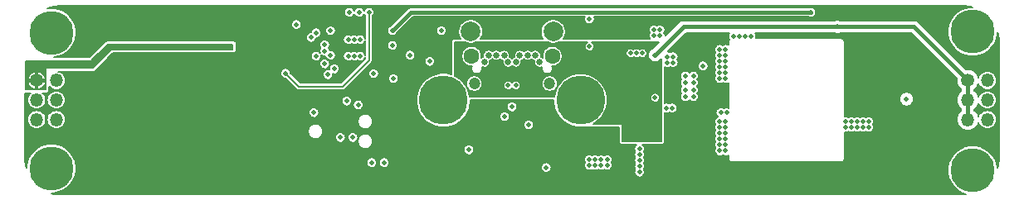
<source format=gbr>
G04 #@! TF.GenerationSoftware,KiCad,Pcbnew,(5.0.1)-rc2*
G04 #@! TF.CreationDate,2019-02-09T17:39:07-08:00*
G04 #@! TF.ProjectId,nixie_bottom_board,6E697869655F626F74746F6D5F626F61,rev?*
G04 #@! TF.SameCoordinates,Original*
G04 #@! TF.FileFunction,Copper,L2,Inr*
G04 #@! TF.FilePolarity,Positive*
%FSLAX46Y46*%
G04 Gerber Fmt 4.6, Leading zero omitted, Abs format (unit mm)*
G04 Created by KiCad (PCBNEW (5.0.1)-rc2) date 2/9/2019 5:39:07 PM*
%MOMM*%
%LPD*%
G01*
G04 APERTURE LIST*
G04 #@! TA.AperFunction,ViaPad*
%ADD10C,1.200000*%
G04 #@! TD*
G04 #@! TA.AperFunction,ViaPad*
%ADD11C,0.650000*%
G04 #@! TD*
G04 #@! TA.AperFunction,ViaPad*
%ADD12C,2.000000*%
G04 #@! TD*
G04 #@! TA.AperFunction,ViaPad*
%ADD13C,1.600000*%
G04 #@! TD*
G04 #@! TA.AperFunction,ViaPad*
%ADD14C,1.350000*%
G04 #@! TD*
G04 #@! TA.AperFunction,ViaPad*
%ADD15O,1.350000X1.350000*%
G04 #@! TD*
G04 #@! TA.AperFunction,ViaPad*
%ADD16C,0.800000*%
G04 #@! TD*
G04 #@! TA.AperFunction,ViaPad*
%ADD17C,4.500000*%
G04 #@! TD*
G04 #@! TA.AperFunction,ViaPad*
%ADD18C,5.000000*%
G04 #@! TD*
G04 #@! TA.AperFunction,ViaPad*
%ADD19C,0.508000*%
G04 #@! TD*
G04 #@! TA.AperFunction,Conductor*
%ADD20C,0.400000*%
G04 #@! TD*
G04 #@! TA.AperFunction,Conductor*
%ADD21C,0.200000*%
G04 #@! TD*
G04 #@! TA.AperFunction,Conductor*
%ADD22C,0.150000*%
G04 #@! TD*
G04 APERTURE END LIST*
D10*
G04 #@! TO.N,GND*
G04 #@! TO.C,J1*
X146155000Y-98310000D03*
X153845000Y-98310000D03*
D11*
X152400000Y-95410000D03*
X151600000Y-95410000D03*
X150800000Y-95410000D03*
G04 #@! TO.N,/CC2*
X149200000Y-95410000D03*
G04 #@! TO.N,GND*
X148400000Y-95410000D03*
X147600000Y-95410000D03*
X152800000Y-96110000D03*
G04 #@! TO.N,VBUS*
X151200000Y-96110000D03*
G04 #@! TO.N,/USB_N*
X150400000Y-96110000D03*
G04 #@! TO.N,/USB_P*
X149600000Y-96110000D03*
G04 #@! TO.N,VBUS*
X148800000Y-96110000D03*
G04 #@! TO.N,GND*
X147200000Y-96110000D03*
D12*
X154220000Y-92995000D03*
X145780000Y-92995000D03*
D13*
X145870000Y-95510000D03*
X154130000Y-95510000D03*
G04 #@! TD*
D14*
G04 #@! TO.N,/VNIXIE*
G04 #@! TO.C,J4*
X101500000Y-98000000D03*
D15*
G04 #@! TO.N,GND*
X103500000Y-98000000D03*
X101500000Y-100000000D03*
G04 #@! TO.N,/SCL*
X103500000Y-100000000D03*
G04 #@! TO.N,/NIXIE_EN*
X101500000Y-102000000D03*
G04 #@! TO.N,/SDA*
X103500000Y-102000000D03*
G04 #@! TD*
D14*
G04 #@! TO.N,/HV_OUT*
G04 #@! TO.C,J3*
X196500000Y-98000000D03*
D15*
G04 #@! TO.N,GND*
X198500000Y-98000000D03*
G04 #@! TO.N,/HV_OUT*
X196500000Y-100000000D03*
G04 #@! TO.N,GND*
X198500000Y-100000000D03*
G04 #@! TO.N,/HV_OUT*
X196500000Y-102000000D03*
G04 #@! TO.N,GND*
X198500000Y-102000000D03*
G04 #@! TD*
D16*
G04 #@! TO.N,GND*
G04 #@! TO.C,MH1*
X104237437Y-91862563D03*
X104750000Y-93100000D03*
X104237437Y-94337437D03*
X103000000Y-94850000D03*
X101762563Y-94337437D03*
X101250000Y-93100000D03*
X101762563Y-91862563D03*
X103000000Y-91350000D03*
D17*
X103000000Y-93100000D03*
G04 #@! TD*
G04 #@! TO.N,GND*
G04 #@! TO.C,MH2*
X103000000Y-107000000D03*
D16*
X103000000Y-105250000D03*
X101762563Y-105762563D03*
X101250000Y-107000000D03*
X101762563Y-108237437D03*
X103000000Y-108750000D03*
X104237437Y-108237437D03*
X104750000Y-107000000D03*
X104237437Y-105762563D03*
G04 #@! TD*
G04 #@! TO.N,GND*
G04 #@! TO.C,MH3*
X198237437Y-91762563D03*
X198750000Y-93000000D03*
X198237437Y-94237437D03*
X197000000Y-94750000D03*
X195762563Y-94237437D03*
X195250000Y-93000000D03*
X195762563Y-91762563D03*
X197000000Y-91250000D03*
D17*
X197000000Y-93000000D03*
G04 #@! TD*
G04 #@! TO.N,GND*
G04 #@! TO.C,MH4*
X197000000Y-107200000D03*
D16*
X197000000Y-105450000D03*
X195762563Y-105962563D03*
X195250000Y-107200000D03*
X195762563Y-108437437D03*
X197000000Y-108950000D03*
X198237437Y-108437437D03*
X198750000Y-107200000D03*
X198237437Y-105962563D03*
G04 #@! TD*
D18*
G04 #@! TO.N,GND*
G04 #@! TO.C,MH6*
X157000000Y-100000000D03*
D16*
X158875000Y-100000000D03*
X158325825Y-101325825D03*
X157000000Y-101875000D03*
X155674175Y-101325825D03*
X155125000Y-100000000D03*
X155674175Y-98674175D03*
X157000000Y-98125000D03*
X158325825Y-98674175D03*
G04 #@! TD*
G04 #@! TO.N,GND*
G04 #@! TO.C,MH5*
X144325825Y-98674175D03*
X143000000Y-98125000D03*
X141674175Y-98674175D03*
X141125000Y-100000000D03*
X141674175Y-101325825D03*
X143000000Y-101875000D03*
X144325825Y-101325825D03*
X144875000Y-100000000D03*
D18*
X143000000Y-100000000D03*
G04 #@! TD*
D19*
G04 #@! TO.N,Net-(Q1-Pad1)*
X171200000Y-105200000D03*
X171800000Y-105200000D03*
X171200000Y-104600000D03*
X171800000Y-104600000D03*
X171200000Y-104000000D03*
X171800000Y-104000000D03*
X171200000Y-103400000D03*
X171800000Y-103400000D03*
X171200000Y-102800000D03*
X171800000Y-102800000D03*
X171200000Y-102200000D03*
X171800000Y-102200000D03*
G04 #@! TO.N,/HV_OUT*
X164600000Y-95400000D03*
X190250000Y-99900000D03*
X183200000Y-92500000D03*
G04 #@! TO.N,VBUS*
X165000000Y-101400000D03*
X164400000Y-101400000D03*
X165000000Y-102000000D03*
X165000000Y-102600000D03*
X165000000Y-103200000D03*
X160200000Y-94900000D03*
X159300000Y-95400000D03*
X159900000Y-95400000D03*
X160500000Y-95400000D03*
X161100000Y-95400000D03*
X160800000Y-94900000D03*
X151600000Y-98200000D03*
X151600000Y-98800000D03*
X148400000Y-98200000D03*
X148400000Y-98800000D03*
X148000000Y-96100000D03*
X165000000Y-103800000D03*
X152000000Y-96100000D03*
X163250000Y-100400000D03*
G04 #@! TO.N,/VDD*
X130600000Y-92400000D03*
X139800000Y-106450000D03*
X145950000Y-100700000D03*
X141100000Y-108400000D03*
X138000000Y-102450000D03*
X139800000Y-99950000D03*
X128000000Y-93050000D03*
X159600000Y-103100000D03*
X159000000Y-103100000D03*
X158400000Y-103100000D03*
X157800000Y-103100000D03*
X138850000Y-97700000D03*
X138850000Y-93900000D03*
X159600000Y-103700000D03*
X159000000Y-103700000D03*
X157800000Y-103700000D03*
X158400000Y-103700000D03*
X131230000Y-103835000D03*
G04 #@! TO.N,/VNIXIE*
X121200000Y-94550000D03*
G04 #@! TO.N,/SCL*
X130000000Y-93100000D03*
X136950000Y-106400000D03*
G04 #@! TO.N,/SDA*
X129500000Y-93600000D03*
X135675000Y-106400000D03*
G04 #@! TO.N,/HV_EN*
X169500000Y-96500000D03*
X157900000Y-94500000D03*
X157900000Y-91700000D03*
G04 #@! TO.N,/SWO*
X131225000Y-97400000D03*
G04 #@! TO.N,/NRST*
X137800000Y-94400000D03*
X145600000Y-105100000D03*
X133770000Y-103835000D03*
X133135000Y-100100000D03*
G04 #@! TO.N,/DAC*
X135400000Y-91000000D03*
X126900000Y-97250000D03*
G04 #@! TO.N,/USB_N*
X149600000Y-98500000D03*
X130900000Y-94325000D03*
G04 #@! TO.N,/USB_P*
X130900000Y-94975000D03*
X150400000Y-98500000D03*
G04 #@! TO.N,Net-(D4-Pad2)*
X184000000Y-102800000D03*
X184600000Y-102800000D03*
X185800000Y-102800000D03*
X186400000Y-102800000D03*
X186400000Y-102200000D03*
X185800000Y-102200000D03*
X184600000Y-102200000D03*
X184000000Y-102200000D03*
X185200000Y-102200000D03*
X185200000Y-102800000D03*
G04 #@! TO.N,/SWDIO*
X131500000Y-95400000D03*
G04 #@! TO.N,/SWCLK*
X131875000Y-96800000D03*
G04 #@! TO.N,GND*
X134500000Y-93800000D03*
X133900000Y-93800000D03*
X133300000Y-93800000D03*
X134500000Y-95500000D03*
X133900000Y-95500000D03*
X133300000Y-95500000D03*
X171900000Y-101300000D03*
X171300000Y-101300000D03*
X167687500Y-99668750D03*
X168512500Y-99668750D03*
X168512500Y-98956250D03*
X167687500Y-98956250D03*
X167687500Y-98243750D03*
X168512500Y-98243750D03*
X168512500Y-97531250D03*
X167687500Y-97531250D03*
X128000000Y-92250000D03*
X166350000Y-100800000D03*
X165750000Y-100800000D03*
X164600000Y-99750000D03*
X164500000Y-92800000D03*
X162100000Y-95200000D03*
X162700000Y-95200000D03*
X163300000Y-95200000D03*
X129800000Y-101300000D03*
X130900000Y-96300000D03*
X137900000Y-97800000D03*
X157900000Y-106700000D03*
X158500000Y-106700000D03*
X159100000Y-106700000D03*
X159700000Y-106700000D03*
X163000000Y-105000000D03*
X163000000Y-105600000D03*
X163000000Y-106200000D03*
X163000000Y-106800000D03*
X163000000Y-107400000D03*
X165100000Y-92800000D03*
X164500000Y-93400000D03*
X165100000Y-93400000D03*
X150000000Y-100700000D03*
X165850000Y-96150000D03*
X166450000Y-96150000D03*
X166450000Y-95550000D03*
X165850000Y-95550000D03*
X151700000Y-102550000D03*
X172600000Y-93500000D03*
X173200000Y-93500000D03*
X173800000Y-93500000D03*
G04 #@! TO.N,/HV_IN*
X171800000Y-94800000D03*
X171200000Y-94800000D03*
X171200000Y-95400000D03*
X171800000Y-95400000D03*
X171800000Y-97200000D03*
X171800000Y-97800000D03*
X171200000Y-97200000D03*
X171200000Y-97800000D03*
X171800000Y-96600000D03*
X171200000Y-96600000D03*
X171200000Y-96000000D03*
X171800000Y-96000000D03*
G04 #@! TO.N,/USB*
X149250000Y-101700000D03*
X134300000Y-100500000D03*
G04 #@! TO.N,/ILM*
X142800000Y-92900000D03*
G04 #@! TO.N,/32kHz*
X139600000Y-95400000D03*
G04 #@! TO.N,/AMP_EN*
X130000000Y-95500000D03*
X133400000Y-91000000D03*
G04 #@! TO.N,/NIXIE_EN*
X134400000Y-91000000D03*
G04 #@! TO.N,/MCO*
X131500000Y-92900000D03*
G04 #@! TO.N,Net-(R2-Pad1)*
X135900000Y-97300000D03*
X153500000Y-106900000D03*
X141600000Y-96050000D03*
G04 #@! TO.N,Net-(R20-Pad2)*
X137800000Y-92900000D03*
X180500000Y-91000000D03*
G04 #@! TO.N,GND*
X157900000Y-106100000D03*
X159100000Y-106100000D03*
X159700000Y-106100000D03*
X158500000Y-106100000D03*
X132500000Y-103835000D03*
X174400000Y-93500000D03*
G04 #@! TD*
D20*
G04 #@! TO.N,/HV_OUT*
X196500000Y-98000000D02*
X196500000Y-100000000D01*
X196500000Y-100000000D02*
X196500000Y-102000000D01*
X191000000Y-92500000D02*
X196500000Y-98000000D01*
X164600000Y-95400000D02*
X167500000Y-92500000D01*
X167500000Y-92500000D02*
X183200000Y-92500000D01*
X183200000Y-92500000D02*
X191000000Y-92500000D01*
D21*
G04 #@! TO.N,/DAC*
X135400000Y-95900000D02*
X135400000Y-91000000D01*
X132700000Y-98600000D02*
X135400000Y-95900000D01*
X126900000Y-97250000D02*
X128250000Y-98600000D01*
X128250000Y-98600000D02*
X132700000Y-98600000D01*
D20*
G04 #@! TO.N,Net-(R20-Pad2)*
X139700000Y-91000000D02*
X137800000Y-92900000D01*
X180500000Y-91000000D02*
X139700000Y-91000000D01*
G04 #@! TD*
D22*
G04 #@! TO.N,/VDD*
G36*
X196713508Y-90396518D02*
X196973451Y-90475000D01*
X196751309Y-90475000D01*
X196263485Y-90572035D01*
X195803964Y-90762374D01*
X195390407Y-91038705D01*
X195038705Y-91390407D01*
X194762374Y-91803964D01*
X194572035Y-92263485D01*
X194475000Y-92751309D01*
X194475000Y-93248691D01*
X194572035Y-93736515D01*
X194762374Y-94196036D01*
X195038705Y-94609593D01*
X195390407Y-94961295D01*
X195803964Y-95237626D01*
X196263485Y-95427965D01*
X196751309Y-95525000D01*
X197248691Y-95525000D01*
X197736515Y-95427965D01*
X198196036Y-95237626D01*
X198609593Y-94961295D01*
X198961295Y-94609593D01*
X199237626Y-94196036D01*
X199427965Y-93736515D01*
X199525000Y-93248691D01*
X199525000Y-93024195D01*
X199598412Y-93261352D01*
X199674962Y-93989675D01*
X199675001Y-94000841D01*
X199675000Y-105984103D01*
X199603482Y-106713508D01*
X199525000Y-106973452D01*
X199525000Y-106951309D01*
X199427965Y-106463485D01*
X199237626Y-106003964D01*
X198961295Y-105590407D01*
X198609593Y-105238705D01*
X198196036Y-104962374D01*
X197736515Y-104772035D01*
X197248691Y-104675000D01*
X196751309Y-104675000D01*
X196263485Y-104772035D01*
X195803964Y-104962374D01*
X195390407Y-105238705D01*
X195038705Y-105590407D01*
X194762374Y-106003964D01*
X194572035Y-106463485D01*
X194475000Y-106951309D01*
X194475000Y-107448691D01*
X194572035Y-107936515D01*
X194762374Y-108396036D01*
X195038705Y-108809593D01*
X195390407Y-109161295D01*
X195803964Y-109437626D01*
X196263485Y-109627965D01*
X196330550Y-109641305D01*
X196010325Y-109674962D01*
X195999447Y-109675000D01*
X104015897Y-109675000D01*
X103286492Y-109603482D01*
X103026548Y-109525000D01*
X103248691Y-109525000D01*
X103736515Y-109427965D01*
X104196036Y-109237626D01*
X104609593Y-108961295D01*
X104961295Y-108609593D01*
X105237626Y-108196036D01*
X105427965Y-107736515D01*
X105525000Y-107248691D01*
X105525000Y-106751309D01*
X105444756Y-106347898D01*
X135146000Y-106347898D01*
X135146000Y-106452102D01*
X135166329Y-106554304D01*
X135206206Y-106650576D01*
X135264099Y-106737218D01*
X135337782Y-106810901D01*
X135424424Y-106868794D01*
X135520696Y-106908671D01*
X135622898Y-106929000D01*
X135727102Y-106929000D01*
X135829304Y-106908671D01*
X135925576Y-106868794D01*
X136012218Y-106810901D01*
X136085901Y-106737218D01*
X136143794Y-106650576D01*
X136183671Y-106554304D01*
X136204000Y-106452102D01*
X136204000Y-106347898D01*
X136421000Y-106347898D01*
X136421000Y-106452102D01*
X136441329Y-106554304D01*
X136481206Y-106650576D01*
X136539099Y-106737218D01*
X136612782Y-106810901D01*
X136699424Y-106868794D01*
X136795696Y-106908671D01*
X136897898Y-106929000D01*
X137002102Y-106929000D01*
X137104304Y-106908671D01*
X137200576Y-106868794D01*
X137231848Y-106847898D01*
X152971000Y-106847898D01*
X152971000Y-106952102D01*
X152991329Y-107054304D01*
X153031206Y-107150576D01*
X153089099Y-107237218D01*
X153162782Y-107310901D01*
X153249424Y-107368794D01*
X153345696Y-107408671D01*
X153447898Y-107429000D01*
X153552102Y-107429000D01*
X153654304Y-107408671D01*
X153750576Y-107368794D01*
X153837218Y-107310901D01*
X153910901Y-107237218D01*
X153968794Y-107150576D01*
X154008671Y-107054304D01*
X154029000Y-106952102D01*
X154029000Y-106847898D01*
X154008671Y-106745696D01*
X153968794Y-106649424D01*
X153910901Y-106562782D01*
X153837218Y-106489099D01*
X153750576Y-106431206D01*
X153654304Y-106391329D01*
X153552102Y-106371000D01*
X153447898Y-106371000D01*
X153345696Y-106391329D01*
X153249424Y-106431206D01*
X153162782Y-106489099D01*
X153089099Y-106562782D01*
X153031206Y-106649424D01*
X152991329Y-106745696D01*
X152971000Y-106847898D01*
X137231848Y-106847898D01*
X137287218Y-106810901D01*
X137360901Y-106737218D01*
X137418794Y-106650576D01*
X137458671Y-106554304D01*
X137479000Y-106452102D01*
X137479000Y-106347898D01*
X137458671Y-106245696D01*
X137418794Y-106149424D01*
X137360901Y-106062782D01*
X137346017Y-106047898D01*
X157371000Y-106047898D01*
X157371000Y-106152102D01*
X157391329Y-106254304D01*
X157431206Y-106350576D01*
X157464230Y-106400000D01*
X157431206Y-106449424D01*
X157391329Y-106545696D01*
X157371000Y-106647898D01*
X157371000Y-106752102D01*
X157391329Y-106854304D01*
X157431206Y-106950576D01*
X157489099Y-107037218D01*
X157562782Y-107110901D01*
X157649424Y-107168794D01*
X157745696Y-107208671D01*
X157847898Y-107229000D01*
X157952102Y-107229000D01*
X158054304Y-107208671D01*
X158150576Y-107168794D01*
X158200000Y-107135770D01*
X158249424Y-107168794D01*
X158345696Y-107208671D01*
X158447898Y-107229000D01*
X158552102Y-107229000D01*
X158654304Y-107208671D01*
X158750576Y-107168794D01*
X158800000Y-107135770D01*
X158849424Y-107168794D01*
X158945696Y-107208671D01*
X159047898Y-107229000D01*
X159152102Y-107229000D01*
X159254304Y-107208671D01*
X159350576Y-107168794D01*
X159400000Y-107135770D01*
X159449424Y-107168794D01*
X159545696Y-107208671D01*
X159647898Y-107229000D01*
X159752102Y-107229000D01*
X159854304Y-107208671D01*
X159950576Y-107168794D01*
X160037218Y-107110901D01*
X160110901Y-107037218D01*
X160168794Y-106950576D01*
X160208671Y-106854304D01*
X160229000Y-106752102D01*
X160229000Y-106647898D01*
X160208671Y-106545696D01*
X160168794Y-106449424D01*
X160135770Y-106400000D01*
X160168794Y-106350576D01*
X160208671Y-106254304D01*
X160229000Y-106152102D01*
X160229000Y-106047898D01*
X160208671Y-105945696D01*
X160168794Y-105849424D01*
X160110901Y-105762782D01*
X160037218Y-105689099D01*
X159950576Y-105631206D01*
X159854304Y-105591329D01*
X159752102Y-105571000D01*
X159647898Y-105571000D01*
X159545696Y-105591329D01*
X159449424Y-105631206D01*
X159400000Y-105664230D01*
X159350576Y-105631206D01*
X159254304Y-105591329D01*
X159152102Y-105571000D01*
X159047898Y-105571000D01*
X158945696Y-105591329D01*
X158849424Y-105631206D01*
X158800000Y-105664230D01*
X158750576Y-105631206D01*
X158654304Y-105591329D01*
X158552102Y-105571000D01*
X158447898Y-105571000D01*
X158345696Y-105591329D01*
X158249424Y-105631206D01*
X158200000Y-105664230D01*
X158150576Y-105631206D01*
X158054304Y-105591329D01*
X157952102Y-105571000D01*
X157847898Y-105571000D01*
X157745696Y-105591329D01*
X157649424Y-105631206D01*
X157562782Y-105689099D01*
X157489099Y-105762782D01*
X157431206Y-105849424D01*
X157391329Y-105945696D01*
X157371000Y-106047898D01*
X137346017Y-106047898D01*
X137287218Y-105989099D01*
X137200576Y-105931206D01*
X137104304Y-105891329D01*
X137002102Y-105871000D01*
X136897898Y-105871000D01*
X136795696Y-105891329D01*
X136699424Y-105931206D01*
X136612782Y-105989099D01*
X136539099Y-106062782D01*
X136481206Y-106149424D01*
X136441329Y-106245696D01*
X136421000Y-106347898D01*
X136204000Y-106347898D01*
X136183671Y-106245696D01*
X136143794Y-106149424D01*
X136085901Y-106062782D01*
X136012218Y-105989099D01*
X135925576Y-105931206D01*
X135829304Y-105891329D01*
X135727102Y-105871000D01*
X135622898Y-105871000D01*
X135520696Y-105891329D01*
X135424424Y-105931206D01*
X135337782Y-105989099D01*
X135264099Y-106062782D01*
X135206206Y-106149424D01*
X135166329Y-106245696D01*
X135146000Y-106347898D01*
X105444756Y-106347898D01*
X105427965Y-106263485D01*
X105237626Y-105803964D01*
X104961295Y-105390407D01*
X104618786Y-105047898D01*
X145071000Y-105047898D01*
X145071000Y-105152102D01*
X145091329Y-105254304D01*
X145131206Y-105350576D01*
X145189099Y-105437218D01*
X145262782Y-105510901D01*
X145349424Y-105568794D01*
X145445696Y-105608671D01*
X145547898Y-105629000D01*
X145652102Y-105629000D01*
X145754304Y-105608671D01*
X145850576Y-105568794D01*
X145937218Y-105510901D01*
X146010901Y-105437218D01*
X146068794Y-105350576D01*
X146108671Y-105254304D01*
X146129000Y-105152102D01*
X146129000Y-105047898D01*
X146108671Y-104945696D01*
X146068794Y-104849424D01*
X146010901Y-104762782D01*
X145937218Y-104689099D01*
X145850576Y-104631206D01*
X145754304Y-104591329D01*
X145652102Y-104571000D01*
X145547898Y-104571000D01*
X145445696Y-104591329D01*
X145349424Y-104631206D01*
X145262782Y-104689099D01*
X145189099Y-104762782D01*
X145131206Y-104849424D01*
X145091329Y-104945696D01*
X145071000Y-105047898D01*
X104618786Y-105047898D01*
X104609593Y-105038705D01*
X104196036Y-104762374D01*
X103736515Y-104572035D01*
X103248691Y-104475000D01*
X102751309Y-104475000D01*
X102263485Y-104572035D01*
X101803964Y-104762374D01*
X101390407Y-105038705D01*
X101038705Y-105390407D01*
X100762374Y-105803964D01*
X100572035Y-106263485D01*
X100475000Y-106751309D01*
X100475000Y-106975807D01*
X100401589Y-106738653D01*
X100325038Y-106010325D01*
X100325000Y-105999447D01*
X100325000Y-103124132D01*
X129189700Y-103124132D01*
X129189700Y-103275868D01*
X129219302Y-103424688D01*
X129277369Y-103564874D01*
X129361669Y-103691038D01*
X129468962Y-103798331D01*
X129595126Y-103882631D01*
X129735312Y-103940698D01*
X129884132Y-103970300D01*
X130035868Y-103970300D01*
X130184688Y-103940698D01*
X130324874Y-103882631D01*
X130451038Y-103798331D01*
X130466471Y-103782898D01*
X131971000Y-103782898D01*
X131971000Y-103887102D01*
X131991329Y-103989304D01*
X132031206Y-104085576D01*
X132089099Y-104172218D01*
X132162782Y-104245901D01*
X132249424Y-104303794D01*
X132345696Y-104343671D01*
X132447898Y-104364000D01*
X132552102Y-104364000D01*
X132654304Y-104343671D01*
X132750576Y-104303794D01*
X132837218Y-104245901D01*
X132910901Y-104172218D01*
X132968794Y-104085576D01*
X133008671Y-103989304D01*
X133029000Y-103887102D01*
X133029000Y-103782898D01*
X133241000Y-103782898D01*
X133241000Y-103887102D01*
X133261329Y-103989304D01*
X133301206Y-104085576D01*
X133359099Y-104172218D01*
X133432782Y-104245901D01*
X133519424Y-104303794D01*
X133615696Y-104343671D01*
X133717898Y-104364000D01*
X133822102Y-104364000D01*
X133924304Y-104343671D01*
X134020576Y-104303794D01*
X134107218Y-104245901D01*
X134180901Y-104172218D01*
X134202340Y-104140132D01*
X134269700Y-104140132D01*
X134269700Y-104291868D01*
X134299302Y-104440688D01*
X134357369Y-104580874D01*
X134441669Y-104707038D01*
X134548962Y-104814331D01*
X134675126Y-104898631D01*
X134815312Y-104956698D01*
X134964132Y-104986300D01*
X135115868Y-104986300D01*
X135264688Y-104956698D01*
X135404874Y-104898631D01*
X135531038Y-104814331D01*
X135638331Y-104707038D01*
X135722631Y-104580874D01*
X135780698Y-104440688D01*
X135810300Y-104291868D01*
X135810300Y-104140132D01*
X135780698Y-103991312D01*
X135722631Y-103851126D01*
X135638331Y-103724962D01*
X135531038Y-103617669D01*
X135404874Y-103533369D01*
X135264688Y-103475302D01*
X135115868Y-103445700D01*
X134964132Y-103445700D01*
X134815312Y-103475302D01*
X134675126Y-103533369D01*
X134548962Y-103617669D01*
X134441669Y-103724962D01*
X134357369Y-103851126D01*
X134299302Y-103991312D01*
X134269700Y-104140132D01*
X134202340Y-104140132D01*
X134238794Y-104085576D01*
X134278671Y-103989304D01*
X134299000Y-103887102D01*
X134299000Y-103782898D01*
X134278671Y-103680696D01*
X134238794Y-103584424D01*
X134180901Y-103497782D01*
X134107218Y-103424099D01*
X134020576Y-103366206D01*
X133924304Y-103326329D01*
X133822102Y-103306000D01*
X133717898Y-103306000D01*
X133615696Y-103326329D01*
X133519424Y-103366206D01*
X133432782Y-103424099D01*
X133359099Y-103497782D01*
X133301206Y-103584424D01*
X133261329Y-103680696D01*
X133241000Y-103782898D01*
X133029000Y-103782898D01*
X133008671Y-103680696D01*
X132968794Y-103584424D01*
X132910901Y-103497782D01*
X132837218Y-103424099D01*
X132750576Y-103366206D01*
X132654304Y-103326329D01*
X132552102Y-103306000D01*
X132447898Y-103306000D01*
X132345696Y-103326329D01*
X132249424Y-103366206D01*
X132162782Y-103424099D01*
X132089099Y-103497782D01*
X132031206Y-103584424D01*
X131991329Y-103680696D01*
X131971000Y-103782898D01*
X130466471Y-103782898D01*
X130558331Y-103691038D01*
X130642631Y-103564874D01*
X130700698Y-103424688D01*
X130730300Y-103275868D01*
X130730300Y-103124132D01*
X130700698Y-102975312D01*
X130642631Y-102835126D01*
X130558331Y-102708962D01*
X130451038Y-102601669D01*
X130324874Y-102517369D01*
X130184688Y-102459302D01*
X130035868Y-102429700D01*
X129884132Y-102429700D01*
X129735312Y-102459302D01*
X129595126Y-102517369D01*
X129468962Y-102601669D01*
X129361669Y-102708962D01*
X129277369Y-102835126D01*
X129219302Y-102975312D01*
X129189700Y-103124132D01*
X100325000Y-103124132D01*
X100325000Y-102000000D01*
X100545404Y-102000000D01*
X100563746Y-102186232D01*
X100618068Y-102365308D01*
X100706282Y-102530345D01*
X100824999Y-102675001D01*
X100969655Y-102793718D01*
X101134692Y-102881932D01*
X101313768Y-102936254D01*
X101453335Y-102950000D01*
X101546665Y-102950000D01*
X101686232Y-102936254D01*
X101865308Y-102881932D01*
X102030345Y-102793718D01*
X102175001Y-102675001D01*
X102293718Y-102530345D01*
X102381932Y-102365308D01*
X102436254Y-102186232D01*
X102454596Y-102000000D01*
X102545404Y-102000000D01*
X102563746Y-102186232D01*
X102618068Y-102365308D01*
X102706282Y-102530345D01*
X102824999Y-102675001D01*
X102969655Y-102793718D01*
X103134692Y-102881932D01*
X103313768Y-102936254D01*
X103453335Y-102950000D01*
X103546665Y-102950000D01*
X103686232Y-102936254D01*
X103865308Y-102881932D01*
X104030345Y-102793718D01*
X104175001Y-102675001D01*
X104293718Y-102530345D01*
X104381932Y-102365308D01*
X104436254Y-102186232D01*
X104443946Y-102108132D01*
X134269700Y-102108132D01*
X134269700Y-102259868D01*
X134299302Y-102408688D01*
X134357369Y-102548874D01*
X134441669Y-102675038D01*
X134548962Y-102782331D01*
X134675126Y-102866631D01*
X134815312Y-102924698D01*
X134964132Y-102954300D01*
X135115868Y-102954300D01*
X135264688Y-102924698D01*
X135404874Y-102866631D01*
X135531038Y-102782331D01*
X135638331Y-102675038D01*
X135722631Y-102548874D01*
X135780698Y-102408688D01*
X135810300Y-102259868D01*
X135810300Y-102108132D01*
X135780698Y-101959312D01*
X135722631Y-101819126D01*
X135638331Y-101692962D01*
X135531038Y-101585669D01*
X135404874Y-101501369D01*
X135264688Y-101443302D01*
X135115868Y-101413700D01*
X134964132Y-101413700D01*
X134815312Y-101443302D01*
X134675126Y-101501369D01*
X134548962Y-101585669D01*
X134441669Y-101692962D01*
X134357369Y-101819126D01*
X134299302Y-101959312D01*
X134269700Y-102108132D01*
X104443946Y-102108132D01*
X104454596Y-102000000D01*
X104436254Y-101813768D01*
X104381932Y-101634692D01*
X104293718Y-101469655D01*
X104175001Y-101324999D01*
X104081054Y-101247898D01*
X129271000Y-101247898D01*
X129271000Y-101352102D01*
X129291329Y-101454304D01*
X129331206Y-101550576D01*
X129389099Y-101637218D01*
X129462782Y-101710901D01*
X129549424Y-101768794D01*
X129645696Y-101808671D01*
X129747898Y-101829000D01*
X129852102Y-101829000D01*
X129954304Y-101808671D01*
X130050576Y-101768794D01*
X130137218Y-101710901D01*
X130210901Y-101637218D01*
X130268794Y-101550576D01*
X130308671Y-101454304D01*
X130329000Y-101352102D01*
X130329000Y-101247898D01*
X130308671Y-101145696D01*
X130268794Y-101049424D01*
X130210901Y-100962782D01*
X130137218Y-100889099D01*
X130050576Y-100831206D01*
X129954304Y-100791329D01*
X129852102Y-100771000D01*
X129747898Y-100771000D01*
X129645696Y-100791329D01*
X129549424Y-100831206D01*
X129462782Y-100889099D01*
X129389099Y-100962782D01*
X129331206Y-101049424D01*
X129291329Y-101145696D01*
X129271000Y-101247898D01*
X104081054Y-101247898D01*
X104030345Y-101206282D01*
X103865308Y-101118068D01*
X103686232Y-101063746D01*
X103546665Y-101050000D01*
X103453335Y-101050000D01*
X103313768Y-101063746D01*
X103134692Y-101118068D01*
X102969655Y-101206282D01*
X102824999Y-101324999D01*
X102706282Y-101469655D01*
X102618068Y-101634692D01*
X102563746Y-101813768D01*
X102545404Y-102000000D01*
X102454596Y-102000000D01*
X102436254Y-101813768D01*
X102381932Y-101634692D01*
X102293718Y-101469655D01*
X102175001Y-101324999D01*
X102030345Y-101206282D01*
X101865308Y-101118068D01*
X101686232Y-101063746D01*
X101546665Y-101050000D01*
X101453335Y-101050000D01*
X101313768Y-101063746D01*
X101134692Y-101118068D01*
X100969655Y-101206282D01*
X100824999Y-101324999D01*
X100706282Y-101469655D01*
X100618068Y-101634692D01*
X100563746Y-101813768D01*
X100545404Y-102000000D01*
X100325000Y-102000000D01*
X100325000Y-99275000D01*
X100885923Y-99275000D01*
X100824999Y-99324999D01*
X100706282Y-99469655D01*
X100618068Y-99634692D01*
X100563746Y-99813768D01*
X100545404Y-100000000D01*
X100563746Y-100186232D01*
X100618068Y-100365308D01*
X100706282Y-100530345D01*
X100824999Y-100675001D01*
X100969655Y-100793718D01*
X101134692Y-100881932D01*
X101313768Y-100936254D01*
X101453335Y-100950000D01*
X101546665Y-100950000D01*
X101686232Y-100936254D01*
X101865308Y-100881932D01*
X102030345Y-100793718D01*
X102175001Y-100675001D01*
X102293718Y-100530345D01*
X102381932Y-100365308D01*
X102436254Y-100186232D01*
X102454596Y-100000000D01*
X102545404Y-100000000D01*
X102563746Y-100186232D01*
X102618068Y-100365308D01*
X102706282Y-100530345D01*
X102824999Y-100675001D01*
X102969655Y-100793718D01*
X103134692Y-100881932D01*
X103313768Y-100936254D01*
X103453335Y-100950000D01*
X103546665Y-100950000D01*
X103686232Y-100936254D01*
X103865308Y-100881932D01*
X104030345Y-100793718D01*
X104175001Y-100675001D01*
X104293718Y-100530345D01*
X104381932Y-100365308D01*
X104436254Y-100186232D01*
X104449878Y-100047898D01*
X132606000Y-100047898D01*
X132606000Y-100152102D01*
X132626329Y-100254304D01*
X132666206Y-100350576D01*
X132724099Y-100437218D01*
X132797782Y-100510901D01*
X132884424Y-100568794D01*
X132980696Y-100608671D01*
X133082898Y-100629000D01*
X133187102Y-100629000D01*
X133289304Y-100608671D01*
X133385576Y-100568794D01*
X133472218Y-100510901D01*
X133535221Y-100447898D01*
X133771000Y-100447898D01*
X133771000Y-100552102D01*
X133791329Y-100654304D01*
X133831206Y-100750576D01*
X133889099Y-100837218D01*
X133962782Y-100910901D01*
X134049424Y-100968794D01*
X134145696Y-101008671D01*
X134247898Y-101029000D01*
X134352102Y-101029000D01*
X134454304Y-101008671D01*
X134550576Y-100968794D01*
X134637218Y-100910901D01*
X134710901Y-100837218D01*
X134768794Y-100750576D01*
X134808671Y-100654304D01*
X134829000Y-100552102D01*
X134829000Y-100447898D01*
X134808671Y-100345696D01*
X134768794Y-100249424D01*
X134710901Y-100162782D01*
X134637218Y-100089099D01*
X134550576Y-100031206D01*
X134454304Y-99991329D01*
X134352102Y-99971000D01*
X134247898Y-99971000D01*
X134145696Y-99991329D01*
X134049424Y-100031206D01*
X133962782Y-100089099D01*
X133889099Y-100162782D01*
X133831206Y-100249424D01*
X133791329Y-100345696D01*
X133771000Y-100447898D01*
X133535221Y-100447898D01*
X133545901Y-100437218D01*
X133603794Y-100350576D01*
X133643671Y-100254304D01*
X133664000Y-100152102D01*
X133664000Y-100047898D01*
X133643671Y-99945696D01*
X133603794Y-99849424D01*
X133545901Y-99762782D01*
X133509805Y-99726686D01*
X140225000Y-99726686D01*
X140225000Y-100273314D01*
X140331642Y-100809438D01*
X140540827Y-101314455D01*
X140844517Y-101768959D01*
X141231041Y-102155483D01*
X141685545Y-102459173D01*
X142190562Y-102668358D01*
X142726686Y-102775000D01*
X143273314Y-102775000D01*
X143809438Y-102668358D01*
X144220964Y-102497898D01*
X151171000Y-102497898D01*
X151171000Y-102602102D01*
X151191329Y-102704304D01*
X151231206Y-102800576D01*
X151289099Y-102887218D01*
X151362782Y-102960901D01*
X151449424Y-103018794D01*
X151545696Y-103058671D01*
X151647898Y-103079000D01*
X151752102Y-103079000D01*
X151854304Y-103058671D01*
X151950576Y-103018794D01*
X152037218Y-102960901D01*
X152110901Y-102887218D01*
X152168794Y-102800576D01*
X152208671Y-102704304D01*
X152229000Y-102602102D01*
X152229000Y-102497898D01*
X152208671Y-102395696D01*
X152168794Y-102299424D01*
X152110901Y-102212782D01*
X152037218Y-102139099D01*
X151950576Y-102081206D01*
X151854304Y-102041329D01*
X151752102Y-102021000D01*
X151647898Y-102021000D01*
X151545696Y-102041329D01*
X151449424Y-102081206D01*
X151362782Y-102139099D01*
X151289099Y-102212782D01*
X151231206Y-102299424D01*
X151191329Y-102395696D01*
X151171000Y-102497898D01*
X144220964Y-102497898D01*
X144314455Y-102459173D01*
X144768959Y-102155483D01*
X145155483Y-101768959D01*
X145236373Y-101647898D01*
X148721000Y-101647898D01*
X148721000Y-101752102D01*
X148741329Y-101854304D01*
X148781206Y-101950576D01*
X148839099Y-102037218D01*
X148912782Y-102110901D01*
X148999424Y-102168794D01*
X149095696Y-102208671D01*
X149197898Y-102229000D01*
X149302102Y-102229000D01*
X149404304Y-102208671D01*
X149500576Y-102168794D01*
X149587218Y-102110901D01*
X149660901Y-102037218D01*
X149718794Y-101950576D01*
X149758671Y-101854304D01*
X149779000Y-101752102D01*
X149779000Y-101647898D01*
X149758671Y-101545696D01*
X149718794Y-101449424D01*
X149660901Y-101362782D01*
X149587218Y-101289099D01*
X149500576Y-101231206D01*
X149404304Y-101191329D01*
X149302102Y-101171000D01*
X149197898Y-101171000D01*
X149095696Y-101191329D01*
X148999424Y-101231206D01*
X148912782Y-101289099D01*
X148839099Y-101362782D01*
X148781206Y-101449424D01*
X148741329Y-101545696D01*
X148721000Y-101647898D01*
X145236373Y-101647898D01*
X145459173Y-101314455D01*
X145668358Y-100809438D01*
X145700490Y-100647898D01*
X149471000Y-100647898D01*
X149471000Y-100752102D01*
X149491329Y-100854304D01*
X149531206Y-100950576D01*
X149589099Y-101037218D01*
X149662782Y-101110901D01*
X149749424Y-101168794D01*
X149845696Y-101208671D01*
X149947898Y-101229000D01*
X150052102Y-101229000D01*
X150154304Y-101208671D01*
X150250576Y-101168794D01*
X150337218Y-101110901D01*
X150410901Y-101037218D01*
X150468794Y-100950576D01*
X150508671Y-100854304D01*
X150529000Y-100752102D01*
X150529000Y-100647898D01*
X150508671Y-100545696D01*
X150468794Y-100449424D01*
X150410901Y-100362782D01*
X150337218Y-100289099D01*
X150250576Y-100231206D01*
X150154304Y-100191329D01*
X150052102Y-100171000D01*
X149947898Y-100171000D01*
X149845696Y-100191329D01*
X149749424Y-100231206D01*
X149662782Y-100289099D01*
X149589099Y-100362782D01*
X149531206Y-100449424D01*
X149491329Y-100545696D01*
X149471000Y-100647898D01*
X145700490Y-100647898D01*
X145775000Y-100273314D01*
X145775000Y-99975000D01*
X154225000Y-99975000D01*
X154225000Y-100273314D01*
X154331642Y-100809438D01*
X154540827Y-101314455D01*
X154844517Y-101768959D01*
X155231041Y-102155483D01*
X155685545Y-102459173D01*
X156190562Y-102668358D01*
X156726686Y-102775000D01*
X160925000Y-102775000D01*
X160925000Y-104300000D01*
X160945933Y-104405238D01*
X161005546Y-104494454D01*
X161094762Y-104554067D01*
X161200000Y-104575000D01*
X162683882Y-104575000D01*
X162662782Y-104589099D01*
X162589099Y-104662782D01*
X162531206Y-104749424D01*
X162491329Y-104845696D01*
X162471000Y-104947898D01*
X162471000Y-105052102D01*
X162491329Y-105154304D01*
X162531206Y-105250576D01*
X162564230Y-105300000D01*
X162531206Y-105349424D01*
X162491329Y-105445696D01*
X162471000Y-105547898D01*
X162471000Y-105652102D01*
X162491329Y-105754304D01*
X162531206Y-105850576D01*
X162564230Y-105900000D01*
X162531206Y-105949424D01*
X162491329Y-106045696D01*
X162471000Y-106147898D01*
X162471000Y-106252102D01*
X162491329Y-106354304D01*
X162531206Y-106450576D01*
X162564230Y-106500000D01*
X162531206Y-106549424D01*
X162491329Y-106645696D01*
X162471000Y-106747898D01*
X162471000Y-106852102D01*
X162491329Y-106954304D01*
X162531206Y-107050576D01*
X162564230Y-107100000D01*
X162531206Y-107149424D01*
X162491329Y-107245696D01*
X162471000Y-107347898D01*
X162471000Y-107452102D01*
X162491329Y-107554304D01*
X162531206Y-107650576D01*
X162589099Y-107737218D01*
X162662782Y-107810901D01*
X162749424Y-107868794D01*
X162845696Y-107908671D01*
X162947898Y-107929000D01*
X163052102Y-107929000D01*
X163154304Y-107908671D01*
X163250576Y-107868794D01*
X163337218Y-107810901D01*
X163410901Y-107737218D01*
X163468794Y-107650576D01*
X163508671Y-107554304D01*
X163529000Y-107452102D01*
X163529000Y-107347898D01*
X163508671Y-107245696D01*
X163468794Y-107149424D01*
X163435770Y-107100000D01*
X163468794Y-107050576D01*
X163508671Y-106954304D01*
X163529000Y-106852102D01*
X163529000Y-106747898D01*
X163508671Y-106645696D01*
X163468794Y-106549424D01*
X163435770Y-106500000D01*
X163468794Y-106450576D01*
X163508671Y-106354304D01*
X163529000Y-106252102D01*
X163529000Y-106147898D01*
X163508671Y-106045696D01*
X163468794Y-105949424D01*
X163435770Y-105900000D01*
X163468794Y-105850576D01*
X163508671Y-105754304D01*
X163529000Y-105652102D01*
X163529000Y-105547898D01*
X163508671Y-105445696D01*
X163468794Y-105349424D01*
X163435770Y-105300000D01*
X163468794Y-105250576D01*
X163508671Y-105154304D01*
X163529000Y-105052102D01*
X163529000Y-104947898D01*
X163508671Y-104845696D01*
X163468794Y-104749424D01*
X163410901Y-104662782D01*
X163337218Y-104589099D01*
X163316118Y-104575000D01*
X165300000Y-104575000D01*
X165405238Y-104554067D01*
X165494454Y-104494454D01*
X165554067Y-104405238D01*
X165575000Y-104300000D01*
X165575000Y-101300098D01*
X165595696Y-101308671D01*
X165697898Y-101329000D01*
X165802102Y-101329000D01*
X165904304Y-101308671D01*
X166000576Y-101268794D01*
X166050000Y-101235770D01*
X166099424Y-101268794D01*
X166195696Y-101308671D01*
X166297898Y-101329000D01*
X166402102Y-101329000D01*
X166504304Y-101308671D01*
X166600576Y-101268794D01*
X166687218Y-101210901D01*
X166760901Y-101137218D01*
X166818794Y-101050576D01*
X166858671Y-100954304D01*
X166879000Y-100852102D01*
X166879000Y-100747898D01*
X166858671Y-100645696D01*
X166818794Y-100549424D01*
X166760901Y-100462782D01*
X166687218Y-100389099D01*
X166600576Y-100331206D01*
X166504304Y-100291329D01*
X166402102Y-100271000D01*
X166297898Y-100271000D01*
X166195696Y-100291329D01*
X166099424Y-100331206D01*
X166050000Y-100364230D01*
X166000576Y-100331206D01*
X165904304Y-100291329D01*
X165802102Y-100271000D01*
X165697898Y-100271000D01*
X165595696Y-100291329D01*
X165575000Y-100299902D01*
X165575000Y-97479148D01*
X167158500Y-97479148D01*
X167158500Y-97583352D01*
X167178829Y-97685554D01*
X167218706Y-97781826D01*
X167276599Y-97868468D01*
X167295631Y-97887500D01*
X167276599Y-97906532D01*
X167218706Y-97993174D01*
X167178829Y-98089446D01*
X167158500Y-98191648D01*
X167158500Y-98295852D01*
X167178829Y-98398054D01*
X167218706Y-98494326D01*
X167276599Y-98580968D01*
X167295631Y-98600000D01*
X167276599Y-98619032D01*
X167218706Y-98705674D01*
X167178829Y-98801946D01*
X167158500Y-98904148D01*
X167158500Y-99008352D01*
X167178829Y-99110554D01*
X167218706Y-99206826D01*
X167276599Y-99293468D01*
X167295631Y-99312500D01*
X167276599Y-99331532D01*
X167218706Y-99418174D01*
X167178829Y-99514446D01*
X167158500Y-99616648D01*
X167158500Y-99720852D01*
X167178829Y-99823054D01*
X167218706Y-99919326D01*
X167276599Y-100005968D01*
X167350282Y-100079651D01*
X167436924Y-100137544D01*
X167533196Y-100177421D01*
X167635398Y-100197750D01*
X167739602Y-100197750D01*
X167841804Y-100177421D01*
X167938076Y-100137544D01*
X168024718Y-100079651D01*
X168098401Y-100005968D01*
X168100000Y-100003575D01*
X168101599Y-100005968D01*
X168175282Y-100079651D01*
X168261924Y-100137544D01*
X168358196Y-100177421D01*
X168460398Y-100197750D01*
X168564602Y-100197750D01*
X168666804Y-100177421D01*
X168763076Y-100137544D01*
X168849718Y-100079651D01*
X168923401Y-100005968D01*
X168981294Y-99919326D01*
X169021171Y-99823054D01*
X169041500Y-99720852D01*
X169041500Y-99616648D01*
X169021171Y-99514446D01*
X168981294Y-99418174D01*
X168923401Y-99331532D01*
X168904369Y-99312500D01*
X168923401Y-99293468D01*
X168981294Y-99206826D01*
X169021171Y-99110554D01*
X169041500Y-99008352D01*
X169041500Y-98904148D01*
X169021171Y-98801946D01*
X168981294Y-98705674D01*
X168923401Y-98619032D01*
X168904369Y-98600000D01*
X168923401Y-98580968D01*
X168981294Y-98494326D01*
X169021171Y-98398054D01*
X169041500Y-98295852D01*
X169041500Y-98191648D01*
X169021171Y-98089446D01*
X168981294Y-97993174D01*
X168923401Y-97906532D01*
X168904369Y-97887500D01*
X168923401Y-97868468D01*
X168981294Y-97781826D01*
X169021171Y-97685554D01*
X169041500Y-97583352D01*
X169041500Y-97479148D01*
X169021171Y-97376946D01*
X168981294Y-97280674D01*
X168923401Y-97194032D01*
X168849718Y-97120349D01*
X168763076Y-97062456D01*
X168666804Y-97022579D01*
X168564602Y-97002250D01*
X168460398Y-97002250D01*
X168358196Y-97022579D01*
X168261924Y-97062456D01*
X168175282Y-97120349D01*
X168101599Y-97194032D01*
X168100000Y-97196425D01*
X168098401Y-97194032D01*
X168024718Y-97120349D01*
X167938076Y-97062456D01*
X167841804Y-97022579D01*
X167739602Y-97002250D01*
X167635398Y-97002250D01*
X167533196Y-97022579D01*
X167436924Y-97062456D01*
X167350282Y-97120349D01*
X167276599Y-97194032D01*
X167218706Y-97280674D01*
X167178829Y-97376946D01*
X167158500Y-97479148D01*
X165575000Y-97479148D01*
X165575000Y-96602474D01*
X165599424Y-96618794D01*
X165695696Y-96658671D01*
X165797898Y-96679000D01*
X165902102Y-96679000D01*
X166004304Y-96658671D01*
X166100576Y-96618794D01*
X166150000Y-96585770D01*
X166199424Y-96618794D01*
X166295696Y-96658671D01*
X166397898Y-96679000D01*
X166502102Y-96679000D01*
X166604304Y-96658671D01*
X166700576Y-96618794D01*
X166787218Y-96560901D01*
X166860901Y-96487218D01*
X166887174Y-96447898D01*
X168971000Y-96447898D01*
X168971000Y-96552102D01*
X168991329Y-96654304D01*
X169031206Y-96750576D01*
X169089099Y-96837218D01*
X169162782Y-96910901D01*
X169249424Y-96968794D01*
X169345696Y-97008671D01*
X169447898Y-97029000D01*
X169552102Y-97029000D01*
X169654304Y-97008671D01*
X169750576Y-96968794D01*
X169837218Y-96910901D01*
X169910901Y-96837218D01*
X169968794Y-96750576D01*
X170008671Y-96654304D01*
X170029000Y-96552102D01*
X170029000Y-96447898D01*
X170008671Y-96345696D01*
X169968794Y-96249424D01*
X169910901Y-96162782D01*
X169837218Y-96089099D01*
X169750576Y-96031206D01*
X169654304Y-95991329D01*
X169552102Y-95971000D01*
X169447898Y-95971000D01*
X169345696Y-95991329D01*
X169249424Y-96031206D01*
X169162782Y-96089099D01*
X169089099Y-96162782D01*
X169031206Y-96249424D01*
X168991329Y-96345696D01*
X168971000Y-96447898D01*
X166887174Y-96447898D01*
X166918794Y-96400576D01*
X166958671Y-96304304D01*
X166979000Y-96202102D01*
X166979000Y-96097898D01*
X166958671Y-95995696D01*
X166918794Y-95899424D01*
X166885770Y-95850000D01*
X166918794Y-95800576D01*
X166958671Y-95704304D01*
X166979000Y-95602102D01*
X166979000Y-95497898D01*
X166958671Y-95395696D01*
X166918794Y-95299424D01*
X166860901Y-95212782D01*
X166787218Y-95139099D01*
X166700576Y-95081206D01*
X166604304Y-95041329D01*
X166502102Y-95021000D01*
X166397898Y-95021000D01*
X166295696Y-95041329D01*
X166199424Y-95081206D01*
X166150000Y-95114230D01*
X166100576Y-95081206D01*
X166004304Y-95041329D01*
X165928369Y-95026225D01*
X167779594Y-93175000D01*
X172180935Y-93175000D01*
X172131206Y-93249424D01*
X172091329Y-93345696D01*
X172071000Y-93447898D01*
X172071000Y-93552102D01*
X172091329Y-93654304D01*
X172131206Y-93750576D01*
X172155018Y-93786212D01*
X172128465Y-93818566D01*
X172098287Y-93875026D01*
X172079703Y-93936289D01*
X172073428Y-94000000D01*
X172075001Y-94015971D01*
X172075001Y-94347526D01*
X172050576Y-94331206D01*
X171954304Y-94291329D01*
X171852102Y-94271000D01*
X171747898Y-94271000D01*
X171645696Y-94291329D01*
X171549424Y-94331206D01*
X171500000Y-94364230D01*
X171450576Y-94331206D01*
X171354304Y-94291329D01*
X171252102Y-94271000D01*
X171147898Y-94271000D01*
X171045696Y-94291329D01*
X170949424Y-94331206D01*
X170862782Y-94389099D01*
X170789099Y-94462782D01*
X170731206Y-94549424D01*
X170691329Y-94645696D01*
X170671000Y-94747898D01*
X170671000Y-94852102D01*
X170691329Y-94954304D01*
X170731206Y-95050576D01*
X170764230Y-95100000D01*
X170731206Y-95149424D01*
X170691329Y-95245696D01*
X170671000Y-95347898D01*
X170671000Y-95452102D01*
X170691329Y-95554304D01*
X170731206Y-95650576D01*
X170764230Y-95700000D01*
X170731206Y-95749424D01*
X170691329Y-95845696D01*
X170671000Y-95947898D01*
X170671000Y-96052102D01*
X170691329Y-96154304D01*
X170731206Y-96250576D01*
X170764230Y-96300000D01*
X170731206Y-96349424D01*
X170691329Y-96445696D01*
X170671000Y-96547898D01*
X170671000Y-96652102D01*
X170691329Y-96754304D01*
X170731206Y-96850576D01*
X170764230Y-96900000D01*
X170731206Y-96949424D01*
X170691329Y-97045696D01*
X170671000Y-97147898D01*
X170671000Y-97252102D01*
X170691329Y-97354304D01*
X170731206Y-97450576D01*
X170764230Y-97500000D01*
X170731206Y-97549424D01*
X170691329Y-97645696D01*
X170671000Y-97747898D01*
X170671000Y-97852102D01*
X170691329Y-97954304D01*
X170731206Y-98050576D01*
X170789099Y-98137218D01*
X170862782Y-98210901D01*
X170949424Y-98268794D01*
X171045696Y-98308671D01*
X171147898Y-98329000D01*
X171252102Y-98329000D01*
X171354304Y-98308671D01*
X171450576Y-98268794D01*
X171500000Y-98235770D01*
X171549424Y-98268794D01*
X171645696Y-98308671D01*
X171747898Y-98329000D01*
X171852102Y-98329000D01*
X171954304Y-98308671D01*
X172050576Y-98268794D01*
X172075001Y-98252474D01*
X172075000Y-100799902D01*
X172054304Y-100791329D01*
X171952102Y-100771000D01*
X171847898Y-100771000D01*
X171745696Y-100791329D01*
X171649424Y-100831206D01*
X171600000Y-100864230D01*
X171550576Y-100831206D01*
X171454304Y-100791329D01*
X171352102Y-100771000D01*
X171247898Y-100771000D01*
X171145696Y-100791329D01*
X171049424Y-100831206D01*
X170962782Y-100889099D01*
X170889099Y-100962782D01*
X170831206Y-101049424D01*
X170791329Y-101145696D01*
X170771000Y-101247898D01*
X170771000Y-101352102D01*
X170791329Y-101454304D01*
X170831206Y-101550576D01*
X170889099Y-101637218D01*
X170962782Y-101710901D01*
X170976429Y-101720020D01*
X170949424Y-101731206D01*
X170862782Y-101789099D01*
X170789099Y-101862782D01*
X170731206Y-101949424D01*
X170691329Y-102045696D01*
X170671000Y-102147898D01*
X170671000Y-102252102D01*
X170691329Y-102354304D01*
X170731206Y-102450576D01*
X170764230Y-102500000D01*
X170731206Y-102549424D01*
X170691329Y-102645696D01*
X170671000Y-102747898D01*
X170671000Y-102852102D01*
X170691329Y-102954304D01*
X170731206Y-103050576D01*
X170764230Y-103100000D01*
X170731206Y-103149424D01*
X170691329Y-103245696D01*
X170671000Y-103347898D01*
X170671000Y-103452102D01*
X170691329Y-103554304D01*
X170731206Y-103650576D01*
X170764230Y-103700000D01*
X170731206Y-103749424D01*
X170691329Y-103845696D01*
X170671000Y-103947898D01*
X170671000Y-104052102D01*
X170691329Y-104154304D01*
X170731206Y-104250576D01*
X170764230Y-104300000D01*
X170731206Y-104349424D01*
X170691329Y-104445696D01*
X170671000Y-104547898D01*
X170671000Y-104652102D01*
X170691329Y-104754304D01*
X170731206Y-104850576D01*
X170764230Y-104900000D01*
X170731206Y-104949424D01*
X170691329Y-105045696D01*
X170671000Y-105147898D01*
X170671000Y-105252102D01*
X170691329Y-105354304D01*
X170731206Y-105450576D01*
X170789099Y-105537218D01*
X170862782Y-105610901D01*
X170949424Y-105668794D01*
X171045696Y-105708671D01*
X171147898Y-105729000D01*
X171252102Y-105729000D01*
X171354304Y-105708671D01*
X171450576Y-105668794D01*
X171500000Y-105635770D01*
X171549424Y-105668794D01*
X171645696Y-105708671D01*
X171747898Y-105729000D01*
X171852102Y-105729000D01*
X171954304Y-105708671D01*
X172050576Y-105668794D01*
X172075000Y-105652474D01*
X172075000Y-105984039D01*
X172073428Y-106000000D01*
X172079703Y-106063711D01*
X172098287Y-106124974D01*
X172128465Y-106181434D01*
X172169079Y-106230921D01*
X172218566Y-106271535D01*
X172275026Y-106301713D01*
X172336289Y-106320297D01*
X172400000Y-106326572D01*
X172415960Y-106325000D01*
X183584040Y-106325000D01*
X183600000Y-106326572D01*
X183663711Y-106320297D01*
X183724974Y-106301713D01*
X183781434Y-106271535D01*
X183830921Y-106230921D01*
X183871535Y-106181434D01*
X183901713Y-106124974D01*
X183920297Y-106063711D01*
X183925000Y-106015961D01*
X183925000Y-106015960D01*
X183926572Y-106000000D01*
X183925000Y-105984039D01*
X183925000Y-103324445D01*
X183947898Y-103329000D01*
X184052102Y-103329000D01*
X184154304Y-103308671D01*
X184250576Y-103268794D01*
X184300000Y-103235770D01*
X184349424Y-103268794D01*
X184445696Y-103308671D01*
X184547898Y-103329000D01*
X184652102Y-103329000D01*
X184754304Y-103308671D01*
X184850576Y-103268794D01*
X184900000Y-103235770D01*
X184949424Y-103268794D01*
X185045696Y-103308671D01*
X185147898Y-103329000D01*
X185252102Y-103329000D01*
X185354304Y-103308671D01*
X185450576Y-103268794D01*
X185500000Y-103235770D01*
X185549424Y-103268794D01*
X185645696Y-103308671D01*
X185747898Y-103329000D01*
X185852102Y-103329000D01*
X185954304Y-103308671D01*
X186050576Y-103268794D01*
X186100000Y-103235770D01*
X186149424Y-103268794D01*
X186245696Y-103308671D01*
X186347898Y-103329000D01*
X186452102Y-103329000D01*
X186554304Y-103308671D01*
X186650576Y-103268794D01*
X186737218Y-103210901D01*
X186810901Y-103137218D01*
X186868794Y-103050576D01*
X186908671Y-102954304D01*
X186929000Y-102852102D01*
X186929000Y-102747898D01*
X186908671Y-102645696D01*
X186868794Y-102549424D01*
X186835770Y-102500000D01*
X186868794Y-102450576D01*
X186908671Y-102354304D01*
X186929000Y-102252102D01*
X186929000Y-102147898D01*
X186908671Y-102045696D01*
X186868794Y-101949424D01*
X186810901Y-101862782D01*
X186737218Y-101789099D01*
X186650576Y-101731206D01*
X186554304Y-101691329D01*
X186452102Y-101671000D01*
X186347898Y-101671000D01*
X186245696Y-101691329D01*
X186149424Y-101731206D01*
X186100000Y-101764230D01*
X186050576Y-101731206D01*
X185954304Y-101691329D01*
X185852102Y-101671000D01*
X185747898Y-101671000D01*
X185645696Y-101691329D01*
X185549424Y-101731206D01*
X185500000Y-101764230D01*
X185450576Y-101731206D01*
X185354304Y-101691329D01*
X185252102Y-101671000D01*
X185147898Y-101671000D01*
X185045696Y-101691329D01*
X184949424Y-101731206D01*
X184900000Y-101764230D01*
X184850576Y-101731206D01*
X184754304Y-101691329D01*
X184652102Y-101671000D01*
X184547898Y-101671000D01*
X184445696Y-101691329D01*
X184349424Y-101731206D01*
X184300000Y-101764230D01*
X184250576Y-101731206D01*
X184154304Y-101691329D01*
X184052102Y-101671000D01*
X183947898Y-101671000D01*
X183925000Y-101675555D01*
X183925000Y-99828200D01*
X189521000Y-99828200D01*
X189521000Y-99971800D01*
X189549015Y-100112641D01*
X189603969Y-100245311D01*
X189683749Y-100364710D01*
X189785290Y-100466251D01*
X189904689Y-100546031D01*
X190037359Y-100600985D01*
X190178200Y-100629000D01*
X190321800Y-100629000D01*
X190462641Y-100600985D01*
X190595311Y-100546031D01*
X190714710Y-100466251D01*
X190816251Y-100364710D01*
X190896031Y-100245311D01*
X190950985Y-100112641D01*
X190979000Y-99971800D01*
X190979000Y-99828200D01*
X190950985Y-99687359D01*
X190896031Y-99554689D01*
X190816251Y-99435290D01*
X190714710Y-99333749D01*
X190595311Y-99253969D01*
X190462641Y-99199015D01*
X190321800Y-99171000D01*
X190178200Y-99171000D01*
X190037359Y-99199015D01*
X189904689Y-99253969D01*
X189785290Y-99333749D01*
X189683749Y-99435290D01*
X189603969Y-99554689D01*
X189549015Y-99687359D01*
X189521000Y-99828200D01*
X183925000Y-99828200D01*
X183925000Y-94015961D01*
X183926572Y-94000000D01*
X183920297Y-93936289D01*
X183901713Y-93875026D01*
X183871535Y-93818566D01*
X183830921Y-93769079D01*
X183781434Y-93728465D01*
X183724974Y-93698287D01*
X183663711Y-93679703D01*
X183615961Y-93675000D01*
X183615960Y-93675000D01*
X183600000Y-93673428D01*
X183584039Y-93675000D01*
X174900098Y-93675000D01*
X174908671Y-93654304D01*
X174929000Y-93552102D01*
X174929000Y-93447898D01*
X174908671Y-93345696D01*
X174868794Y-93249424D01*
X174819065Y-93175000D01*
X182924626Y-93175000D01*
X182987359Y-93200985D01*
X183128200Y-93229000D01*
X183271800Y-93229000D01*
X183412641Y-93200985D01*
X183475374Y-93175000D01*
X190720406Y-93175000D01*
X195363628Y-97818222D01*
X195350000Y-97886735D01*
X195350000Y-98113265D01*
X195394194Y-98335443D01*
X195480884Y-98544729D01*
X195606737Y-98733082D01*
X195766918Y-98893263D01*
X195825000Y-98932072D01*
X195825001Y-99066268D01*
X195682893Y-99182893D01*
X195539184Y-99358003D01*
X195432398Y-99557785D01*
X195366640Y-99774561D01*
X195344436Y-100000000D01*
X195366640Y-100225439D01*
X195432398Y-100442215D01*
X195539184Y-100641997D01*
X195682893Y-100817107D01*
X195825000Y-100933732D01*
X195825001Y-101066268D01*
X195682893Y-101182893D01*
X195539184Y-101358003D01*
X195432398Y-101557785D01*
X195366640Y-101774561D01*
X195344436Y-102000000D01*
X195366640Y-102225439D01*
X195432398Y-102442215D01*
X195539184Y-102641997D01*
X195682893Y-102817107D01*
X195858003Y-102960816D01*
X196057785Y-103067602D01*
X196274561Y-103133360D01*
X196443508Y-103150000D01*
X196556492Y-103150000D01*
X196725439Y-103133360D01*
X196942215Y-103067602D01*
X197141997Y-102960816D01*
X197317107Y-102817107D01*
X197460816Y-102641997D01*
X197567602Y-102442215D01*
X197604500Y-102320579D01*
X197618068Y-102365308D01*
X197706282Y-102530345D01*
X197824999Y-102675001D01*
X197969655Y-102793718D01*
X198134692Y-102881932D01*
X198313768Y-102936254D01*
X198453335Y-102950000D01*
X198546665Y-102950000D01*
X198686232Y-102936254D01*
X198865308Y-102881932D01*
X199030345Y-102793718D01*
X199175001Y-102675001D01*
X199293718Y-102530345D01*
X199381932Y-102365308D01*
X199436254Y-102186232D01*
X199454596Y-102000000D01*
X199436254Y-101813768D01*
X199381932Y-101634692D01*
X199293718Y-101469655D01*
X199175001Y-101324999D01*
X199030345Y-101206282D01*
X198865308Y-101118068D01*
X198686232Y-101063746D01*
X198546665Y-101050000D01*
X198453335Y-101050000D01*
X198313768Y-101063746D01*
X198134692Y-101118068D01*
X197969655Y-101206282D01*
X197824999Y-101324999D01*
X197706282Y-101469655D01*
X197618068Y-101634692D01*
X197604500Y-101679421D01*
X197567602Y-101557785D01*
X197460816Y-101358003D01*
X197317107Y-101182893D01*
X197175000Y-101066269D01*
X197175000Y-100933731D01*
X197317107Y-100817107D01*
X197460816Y-100641997D01*
X197567602Y-100442215D01*
X197604500Y-100320579D01*
X197618068Y-100365308D01*
X197706282Y-100530345D01*
X197824999Y-100675001D01*
X197969655Y-100793718D01*
X198134692Y-100881932D01*
X198313768Y-100936254D01*
X198453335Y-100950000D01*
X198546665Y-100950000D01*
X198686232Y-100936254D01*
X198865308Y-100881932D01*
X199030345Y-100793718D01*
X199175001Y-100675001D01*
X199293718Y-100530345D01*
X199381932Y-100365308D01*
X199436254Y-100186232D01*
X199454596Y-100000000D01*
X199436254Y-99813768D01*
X199381932Y-99634692D01*
X199293718Y-99469655D01*
X199175001Y-99324999D01*
X199030345Y-99206282D01*
X198865308Y-99118068D01*
X198686232Y-99063746D01*
X198546665Y-99050000D01*
X198453335Y-99050000D01*
X198313768Y-99063746D01*
X198134692Y-99118068D01*
X197969655Y-99206282D01*
X197824999Y-99324999D01*
X197706282Y-99469655D01*
X197618068Y-99634692D01*
X197604500Y-99679421D01*
X197567602Y-99557785D01*
X197460816Y-99358003D01*
X197317107Y-99182893D01*
X197175000Y-99066269D01*
X197175000Y-98932072D01*
X197233082Y-98893263D01*
X197393263Y-98733082D01*
X197519116Y-98544729D01*
X197605806Y-98335443D01*
X197607074Y-98329067D01*
X197618068Y-98365308D01*
X197706282Y-98530345D01*
X197824999Y-98675001D01*
X197969655Y-98793718D01*
X198134692Y-98881932D01*
X198313768Y-98936254D01*
X198453335Y-98950000D01*
X198546665Y-98950000D01*
X198686232Y-98936254D01*
X198865308Y-98881932D01*
X199030345Y-98793718D01*
X199175001Y-98675001D01*
X199293718Y-98530345D01*
X199381932Y-98365308D01*
X199436254Y-98186232D01*
X199454596Y-98000000D01*
X199436254Y-97813768D01*
X199381932Y-97634692D01*
X199293718Y-97469655D01*
X199175001Y-97324999D01*
X199030345Y-97206282D01*
X198865308Y-97118068D01*
X198686232Y-97063746D01*
X198546665Y-97050000D01*
X198453335Y-97050000D01*
X198313768Y-97063746D01*
X198134692Y-97118068D01*
X197969655Y-97206282D01*
X197824999Y-97324999D01*
X197706282Y-97469655D01*
X197618068Y-97634692D01*
X197607074Y-97670933D01*
X197605806Y-97664557D01*
X197519116Y-97455271D01*
X197393263Y-97266918D01*
X197233082Y-97106737D01*
X197044729Y-96980884D01*
X196835443Y-96894194D01*
X196613265Y-96850000D01*
X196386735Y-96850000D01*
X196318222Y-96863628D01*
X191500742Y-92046148D01*
X191479606Y-92020394D01*
X191376824Y-91936042D01*
X191259561Y-91873364D01*
X191132323Y-91834767D01*
X191033159Y-91825000D01*
X191033152Y-91825000D01*
X191000000Y-91821735D01*
X190966848Y-91825000D01*
X183475374Y-91825000D01*
X183412641Y-91799015D01*
X183271800Y-91771000D01*
X183128200Y-91771000D01*
X182987359Y-91799015D01*
X182924626Y-91825000D01*
X167533151Y-91825000D01*
X167499999Y-91821735D01*
X167466847Y-91825000D01*
X167466841Y-91825000D01*
X167381499Y-91833406D01*
X167367676Y-91834767D01*
X167353396Y-91839099D01*
X167240439Y-91873364D01*
X167123176Y-91936042D01*
X167020394Y-92020394D01*
X166999258Y-92046148D01*
X165629000Y-93416406D01*
X165629000Y-93347898D01*
X165608671Y-93245696D01*
X165568794Y-93149424D01*
X165535770Y-93100000D01*
X165568794Y-93050576D01*
X165608671Y-92954304D01*
X165629000Y-92852102D01*
X165629000Y-92747898D01*
X165608671Y-92645696D01*
X165568794Y-92549424D01*
X165510901Y-92462782D01*
X165437218Y-92389099D01*
X165350576Y-92331206D01*
X165254304Y-92291329D01*
X165152102Y-92271000D01*
X165047898Y-92271000D01*
X164945696Y-92291329D01*
X164849424Y-92331206D01*
X164800000Y-92364230D01*
X164750576Y-92331206D01*
X164654304Y-92291329D01*
X164552102Y-92271000D01*
X164447898Y-92271000D01*
X164345696Y-92291329D01*
X164249424Y-92331206D01*
X164162782Y-92389099D01*
X164089099Y-92462782D01*
X164031206Y-92549424D01*
X163991329Y-92645696D01*
X163971000Y-92747898D01*
X163971000Y-92852102D01*
X163991329Y-92954304D01*
X164031206Y-93050576D01*
X164064230Y-93100000D01*
X164031206Y-93149424D01*
X163991329Y-93245696D01*
X163971000Y-93347898D01*
X163971000Y-93452102D01*
X163991329Y-93554304D01*
X164031206Y-93650576D01*
X164080935Y-93725000D01*
X155265659Y-93725000D01*
X155349890Y-93598939D01*
X155446002Y-93366904D01*
X155495000Y-93120577D01*
X155495000Y-92869423D01*
X155446002Y-92623096D01*
X155349890Y-92391061D01*
X155210357Y-92182235D01*
X155032765Y-92004643D01*
X154823939Y-91865110D01*
X154591904Y-91768998D01*
X154345577Y-91720000D01*
X154094423Y-91720000D01*
X153848096Y-91768998D01*
X153616061Y-91865110D01*
X153407235Y-92004643D01*
X153229643Y-92182235D01*
X153090110Y-92391061D01*
X152993998Y-92623096D01*
X152945000Y-92869423D01*
X152945000Y-93120577D01*
X152993998Y-93366904D01*
X153090110Y-93598939D01*
X153174341Y-93725000D01*
X146825659Y-93725000D01*
X146909890Y-93598939D01*
X147006002Y-93366904D01*
X147055000Y-93120577D01*
X147055000Y-92869423D01*
X147006002Y-92623096D01*
X146909890Y-92391061D01*
X146770357Y-92182235D01*
X146592765Y-92004643D01*
X146383939Y-91865110D01*
X146151904Y-91768998D01*
X145905577Y-91720000D01*
X145654423Y-91720000D01*
X145408096Y-91768998D01*
X145176061Y-91865110D01*
X144967235Y-92004643D01*
X144789643Y-92182235D01*
X144650110Y-92391061D01*
X144553998Y-92623096D01*
X144505000Y-92869423D01*
X144505000Y-93120577D01*
X144553998Y-93366904D01*
X144650110Y-93598939D01*
X144734341Y-93725000D01*
X144100000Y-93725000D01*
X143994762Y-93745933D01*
X143905546Y-93805546D01*
X143845933Y-93894762D01*
X143825000Y-94000000D01*
X143825000Y-97338088D01*
X143809438Y-97331642D01*
X143273314Y-97225000D01*
X142726686Y-97225000D01*
X142190562Y-97331642D01*
X141685545Y-97540827D01*
X141231041Y-97844517D01*
X140844517Y-98231041D01*
X140540827Y-98685545D01*
X140331642Y-99190562D01*
X140225000Y-99726686D01*
X133509805Y-99726686D01*
X133472218Y-99689099D01*
X133385576Y-99631206D01*
X133289304Y-99591329D01*
X133187102Y-99571000D01*
X133082898Y-99571000D01*
X132980696Y-99591329D01*
X132884424Y-99631206D01*
X132797782Y-99689099D01*
X132724099Y-99762782D01*
X132666206Y-99849424D01*
X132626329Y-99945696D01*
X132606000Y-100047898D01*
X104449878Y-100047898D01*
X104454596Y-100000000D01*
X104436254Y-99813768D01*
X104381932Y-99634692D01*
X104293718Y-99469655D01*
X104175001Y-99324999D01*
X104030345Y-99206282D01*
X103865308Y-99118068D01*
X103686232Y-99063746D01*
X103546665Y-99050000D01*
X103453335Y-99050000D01*
X103313768Y-99063746D01*
X103134692Y-99118068D01*
X102969655Y-99206282D01*
X102824999Y-99324999D01*
X102706282Y-99469655D01*
X102618068Y-99634692D01*
X102563746Y-99813768D01*
X102545404Y-100000000D01*
X102454596Y-100000000D01*
X102436254Y-99813768D01*
X102381932Y-99634692D01*
X102293718Y-99469655D01*
X102175001Y-99324999D01*
X102114077Y-99275000D01*
X102500000Y-99275000D01*
X102605238Y-99254067D01*
X102694454Y-99194454D01*
X102754067Y-99105238D01*
X102775000Y-99000000D01*
X102775000Y-98614077D01*
X102824999Y-98675001D01*
X102969655Y-98793718D01*
X103134692Y-98881932D01*
X103313768Y-98936254D01*
X103453335Y-98950000D01*
X103546665Y-98950000D01*
X103686232Y-98936254D01*
X103865308Y-98881932D01*
X104030345Y-98793718D01*
X104175001Y-98675001D01*
X104293718Y-98530345D01*
X104381932Y-98365308D01*
X104436254Y-98186232D01*
X104454596Y-98000000D01*
X104436254Y-97813768D01*
X104381932Y-97634692D01*
X104293718Y-97469655D01*
X104175001Y-97324999D01*
X104030345Y-97206282D01*
X104014660Y-97197898D01*
X126371000Y-97197898D01*
X126371000Y-97302102D01*
X126391329Y-97404304D01*
X126431206Y-97500576D01*
X126489099Y-97587218D01*
X126562782Y-97660901D01*
X126649424Y-97718794D01*
X126745696Y-97758671D01*
X126847898Y-97779000D01*
X126898671Y-97779000D01*
X127971814Y-98852145D01*
X127983552Y-98866448D01*
X127997855Y-98878186D01*
X127997858Y-98878189D01*
X128029490Y-98904148D01*
X128040653Y-98913309D01*
X128105800Y-98948131D01*
X128176487Y-98969574D01*
X128231581Y-98975000D01*
X128231583Y-98975000D01*
X128249999Y-98976814D01*
X128268415Y-98975000D01*
X132681584Y-98975000D01*
X132700000Y-98976814D01*
X132718416Y-98975000D01*
X132718419Y-98975000D01*
X132773513Y-98969574D01*
X132844200Y-98948131D01*
X132909347Y-98913309D01*
X132966448Y-98866448D01*
X132978195Y-98852134D01*
X134582431Y-97247898D01*
X135371000Y-97247898D01*
X135371000Y-97352102D01*
X135391329Y-97454304D01*
X135431206Y-97550576D01*
X135489099Y-97637218D01*
X135562782Y-97710901D01*
X135649424Y-97768794D01*
X135745696Y-97808671D01*
X135847898Y-97829000D01*
X135952102Y-97829000D01*
X136054304Y-97808671D01*
X136150576Y-97768794D01*
X136181848Y-97747898D01*
X137371000Y-97747898D01*
X137371000Y-97852102D01*
X137391329Y-97954304D01*
X137431206Y-98050576D01*
X137489099Y-98137218D01*
X137562782Y-98210901D01*
X137649424Y-98268794D01*
X137745696Y-98308671D01*
X137847898Y-98329000D01*
X137952102Y-98329000D01*
X138054304Y-98308671D01*
X138150576Y-98268794D01*
X138237218Y-98210901D01*
X138310901Y-98137218D01*
X138368794Y-98050576D01*
X138408671Y-97954304D01*
X138429000Y-97852102D01*
X138429000Y-97747898D01*
X138408671Y-97645696D01*
X138368794Y-97549424D01*
X138310901Y-97462782D01*
X138237218Y-97389099D01*
X138150576Y-97331206D01*
X138054304Y-97291329D01*
X137952102Y-97271000D01*
X137847898Y-97271000D01*
X137745696Y-97291329D01*
X137649424Y-97331206D01*
X137562782Y-97389099D01*
X137489099Y-97462782D01*
X137431206Y-97549424D01*
X137391329Y-97645696D01*
X137371000Y-97747898D01*
X136181848Y-97747898D01*
X136237218Y-97710901D01*
X136310901Y-97637218D01*
X136368794Y-97550576D01*
X136408671Y-97454304D01*
X136429000Y-97352102D01*
X136429000Y-97247898D01*
X136408671Y-97145696D01*
X136368794Y-97049424D01*
X136310901Y-96962782D01*
X136237218Y-96889099D01*
X136150576Y-96831206D01*
X136054304Y-96791329D01*
X135952102Y-96771000D01*
X135847898Y-96771000D01*
X135745696Y-96791329D01*
X135649424Y-96831206D01*
X135562782Y-96889099D01*
X135489099Y-96962782D01*
X135431206Y-97049424D01*
X135391329Y-97145696D01*
X135371000Y-97247898D01*
X134582431Y-97247898D01*
X135652140Y-96178190D01*
X135666448Y-96166448D01*
X135695370Y-96131206D01*
X135713310Y-96109347D01*
X135744547Y-96050905D01*
X135748131Y-96044200D01*
X135762176Y-95997898D01*
X141071000Y-95997898D01*
X141071000Y-96102102D01*
X141091329Y-96204304D01*
X141131206Y-96300576D01*
X141189099Y-96387218D01*
X141262782Y-96460901D01*
X141349424Y-96518794D01*
X141445696Y-96558671D01*
X141547898Y-96579000D01*
X141652102Y-96579000D01*
X141754304Y-96558671D01*
X141850576Y-96518794D01*
X141937218Y-96460901D01*
X142010901Y-96387218D01*
X142068794Y-96300576D01*
X142108671Y-96204304D01*
X142129000Y-96102102D01*
X142129000Y-95997898D01*
X142108671Y-95895696D01*
X142068794Y-95799424D01*
X142010901Y-95712782D01*
X141937218Y-95639099D01*
X141850576Y-95581206D01*
X141754304Y-95541329D01*
X141652102Y-95521000D01*
X141547898Y-95521000D01*
X141445696Y-95541329D01*
X141349424Y-95581206D01*
X141262782Y-95639099D01*
X141189099Y-95712782D01*
X141131206Y-95799424D01*
X141091329Y-95895696D01*
X141071000Y-95997898D01*
X135762176Y-95997898D01*
X135769574Y-95973513D01*
X135775000Y-95918419D01*
X135775000Y-95918416D01*
X135776814Y-95900000D01*
X135775000Y-95881584D01*
X135775000Y-95347898D01*
X139071000Y-95347898D01*
X139071000Y-95452102D01*
X139091329Y-95554304D01*
X139131206Y-95650576D01*
X139189099Y-95737218D01*
X139262782Y-95810901D01*
X139349424Y-95868794D01*
X139445696Y-95908671D01*
X139547898Y-95929000D01*
X139652102Y-95929000D01*
X139754304Y-95908671D01*
X139850576Y-95868794D01*
X139937218Y-95810901D01*
X140010901Y-95737218D01*
X140068794Y-95650576D01*
X140108671Y-95554304D01*
X140129000Y-95452102D01*
X140129000Y-95347898D01*
X140108671Y-95245696D01*
X140068794Y-95149424D01*
X140010901Y-95062782D01*
X139937218Y-94989099D01*
X139850576Y-94931206D01*
X139754304Y-94891329D01*
X139652102Y-94871000D01*
X139547898Y-94871000D01*
X139445696Y-94891329D01*
X139349424Y-94931206D01*
X139262782Y-94989099D01*
X139189099Y-95062782D01*
X139131206Y-95149424D01*
X139091329Y-95245696D01*
X139071000Y-95347898D01*
X135775000Y-95347898D01*
X135775000Y-94347898D01*
X137271000Y-94347898D01*
X137271000Y-94452102D01*
X137291329Y-94554304D01*
X137331206Y-94650576D01*
X137389099Y-94737218D01*
X137462782Y-94810901D01*
X137549424Y-94868794D01*
X137645696Y-94908671D01*
X137747898Y-94929000D01*
X137852102Y-94929000D01*
X137954304Y-94908671D01*
X138050576Y-94868794D01*
X138137218Y-94810901D01*
X138210901Y-94737218D01*
X138268794Y-94650576D01*
X138308671Y-94554304D01*
X138329000Y-94452102D01*
X138329000Y-94347898D01*
X138308671Y-94245696D01*
X138268794Y-94149424D01*
X138210901Y-94062782D01*
X138137218Y-93989099D01*
X138050576Y-93931206D01*
X137954304Y-93891329D01*
X137852102Y-93871000D01*
X137747898Y-93871000D01*
X137645696Y-93891329D01*
X137549424Y-93931206D01*
X137462782Y-93989099D01*
X137389099Y-94062782D01*
X137331206Y-94149424D01*
X137291329Y-94245696D01*
X137271000Y-94347898D01*
X135775000Y-94347898D01*
X135775000Y-92847898D01*
X137271000Y-92847898D01*
X137271000Y-92952102D01*
X137291329Y-93054304D01*
X137331206Y-93150576D01*
X137389099Y-93237218D01*
X137462782Y-93310901D01*
X137549424Y-93368794D01*
X137645696Y-93408671D01*
X137747898Y-93429000D01*
X137852102Y-93429000D01*
X137954304Y-93408671D01*
X138050576Y-93368794D01*
X138137218Y-93310901D01*
X138210901Y-93237218D01*
X138268794Y-93150576D01*
X138302466Y-93069284D01*
X138523852Y-92847898D01*
X142271000Y-92847898D01*
X142271000Y-92952102D01*
X142291329Y-93054304D01*
X142331206Y-93150576D01*
X142389099Y-93237218D01*
X142462782Y-93310901D01*
X142549424Y-93368794D01*
X142645696Y-93408671D01*
X142747898Y-93429000D01*
X142852102Y-93429000D01*
X142954304Y-93408671D01*
X143050576Y-93368794D01*
X143137218Y-93310901D01*
X143210901Y-93237218D01*
X143268794Y-93150576D01*
X143308671Y-93054304D01*
X143329000Y-92952102D01*
X143329000Y-92847898D01*
X143308671Y-92745696D01*
X143268794Y-92649424D01*
X143210901Y-92562782D01*
X143137218Y-92489099D01*
X143050576Y-92431206D01*
X142954304Y-92391329D01*
X142852102Y-92371000D01*
X142747898Y-92371000D01*
X142645696Y-92391329D01*
X142549424Y-92431206D01*
X142462782Y-92489099D01*
X142389099Y-92562782D01*
X142331206Y-92649424D01*
X142291329Y-92745696D01*
X142271000Y-92847898D01*
X138523852Y-92847898D01*
X139896752Y-91475000D01*
X157420612Y-91475000D01*
X157391329Y-91545696D01*
X157371000Y-91647898D01*
X157371000Y-91752102D01*
X157391329Y-91854304D01*
X157431206Y-91950576D01*
X157489099Y-92037218D01*
X157562782Y-92110901D01*
X157649424Y-92168794D01*
X157745696Y-92208671D01*
X157847898Y-92229000D01*
X157952102Y-92229000D01*
X158054304Y-92208671D01*
X158150576Y-92168794D01*
X158237218Y-92110901D01*
X158310901Y-92037218D01*
X158368794Y-91950576D01*
X158408671Y-91854304D01*
X158429000Y-91752102D01*
X158429000Y-91647898D01*
X158408671Y-91545696D01*
X158379388Y-91475000D01*
X180264407Y-91475000D01*
X180345696Y-91508671D01*
X180447898Y-91529000D01*
X180552102Y-91529000D01*
X180654304Y-91508671D01*
X180750576Y-91468794D01*
X180837218Y-91410901D01*
X180910901Y-91337218D01*
X180968794Y-91250576D01*
X181008671Y-91154304D01*
X181029000Y-91052102D01*
X181029000Y-90947898D01*
X181008671Y-90845696D01*
X180968794Y-90749424D01*
X180910901Y-90662782D01*
X180837218Y-90589099D01*
X180750576Y-90531206D01*
X180654304Y-90491329D01*
X180552102Y-90471000D01*
X180447898Y-90471000D01*
X180345696Y-90491329D01*
X180264407Y-90525000D01*
X139723332Y-90525000D01*
X139700000Y-90522702D01*
X139606884Y-90531873D01*
X139517345Y-90559034D01*
X139509993Y-90562964D01*
X139434827Y-90603141D01*
X139362499Y-90662499D01*
X139347625Y-90680623D01*
X137630716Y-92397534D01*
X137549424Y-92431206D01*
X137462782Y-92489099D01*
X137389099Y-92562782D01*
X137331206Y-92649424D01*
X137291329Y-92745696D01*
X137271000Y-92847898D01*
X135775000Y-92847898D01*
X135775000Y-91373119D01*
X135810901Y-91337218D01*
X135868794Y-91250576D01*
X135908671Y-91154304D01*
X135929000Y-91052102D01*
X135929000Y-90947898D01*
X135908671Y-90845696D01*
X135868794Y-90749424D01*
X135810901Y-90662782D01*
X135737218Y-90589099D01*
X135650576Y-90531206D01*
X135554304Y-90491329D01*
X135452102Y-90471000D01*
X135347898Y-90471000D01*
X135245696Y-90491329D01*
X135149424Y-90531206D01*
X135062782Y-90589099D01*
X134989099Y-90662782D01*
X134931206Y-90749424D01*
X134900000Y-90824762D01*
X134868794Y-90749424D01*
X134810901Y-90662782D01*
X134737218Y-90589099D01*
X134650576Y-90531206D01*
X134554304Y-90491329D01*
X134452102Y-90471000D01*
X134347898Y-90471000D01*
X134245696Y-90491329D01*
X134149424Y-90531206D01*
X134062782Y-90589099D01*
X133989099Y-90662782D01*
X133931206Y-90749424D01*
X133900000Y-90824762D01*
X133868794Y-90749424D01*
X133810901Y-90662782D01*
X133737218Y-90589099D01*
X133650576Y-90531206D01*
X133554304Y-90491329D01*
X133452102Y-90471000D01*
X133347898Y-90471000D01*
X133245696Y-90491329D01*
X133149424Y-90531206D01*
X133062782Y-90589099D01*
X132989099Y-90662782D01*
X132931206Y-90749424D01*
X132891329Y-90845696D01*
X132871000Y-90947898D01*
X132871000Y-91052102D01*
X132891329Y-91154304D01*
X132931206Y-91250576D01*
X132989099Y-91337218D01*
X133062782Y-91410901D01*
X133149424Y-91468794D01*
X133245696Y-91508671D01*
X133347898Y-91529000D01*
X133452102Y-91529000D01*
X133554304Y-91508671D01*
X133650576Y-91468794D01*
X133737218Y-91410901D01*
X133810901Y-91337218D01*
X133868794Y-91250576D01*
X133900000Y-91175238D01*
X133931206Y-91250576D01*
X133989099Y-91337218D01*
X134062782Y-91410901D01*
X134149424Y-91468794D01*
X134245696Y-91508671D01*
X134347898Y-91529000D01*
X134452102Y-91529000D01*
X134554304Y-91508671D01*
X134650576Y-91468794D01*
X134737218Y-91410901D01*
X134810901Y-91337218D01*
X134868794Y-91250576D01*
X134900000Y-91175238D01*
X134931206Y-91250576D01*
X134989099Y-91337218D01*
X135025001Y-91373120D01*
X135025000Y-93727791D01*
X135008671Y-93645696D01*
X134968794Y-93549424D01*
X134910901Y-93462782D01*
X134837218Y-93389099D01*
X134750576Y-93331206D01*
X134654304Y-93291329D01*
X134552102Y-93271000D01*
X134447898Y-93271000D01*
X134345696Y-93291329D01*
X134249424Y-93331206D01*
X134200000Y-93364230D01*
X134150576Y-93331206D01*
X134054304Y-93291329D01*
X133952102Y-93271000D01*
X133847898Y-93271000D01*
X133745696Y-93291329D01*
X133649424Y-93331206D01*
X133600000Y-93364230D01*
X133550576Y-93331206D01*
X133454304Y-93291329D01*
X133352102Y-93271000D01*
X133247898Y-93271000D01*
X133145696Y-93291329D01*
X133049424Y-93331206D01*
X132962782Y-93389099D01*
X132889099Y-93462782D01*
X132831206Y-93549424D01*
X132791329Y-93645696D01*
X132771000Y-93747898D01*
X132771000Y-93852102D01*
X132791329Y-93954304D01*
X132831206Y-94050576D01*
X132889099Y-94137218D01*
X132962782Y-94210901D01*
X133049424Y-94268794D01*
X133145696Y-94308671D01*
X133247898Y-94329000D01*
X133352102Y-94329000D01*
X133454304Y-94308671D01*
X133550576Y-94268794D01*
X133600000Y-94235770D01*
X133649424Y-94268794D01*
X133745696Y-94308671D01*
X133847898Y-94329000D01*
X133952102Y-94329000D01*
X134054304Y-94308671D01*
X134150576Y-94268794D01*
X134200000Y-94235770D01*
X134249424Y-94268794D01*
X134345696Y-94308671D01*
X134447898Y-94329000D01*
X134552102Y-94329000D01*
X134654304Y-94308671D01*
X134750576Y-94268794D01*
X134837218Y-94210901D01*
X134910901Y-94137218D01*
X134968794Y-94050576D01*
X135008671Y-93954304D01*
X135025000Y-93872210D01*
X135025000Y-95427789D01*
X135008671Y-95345696D01*
X134968794Y-95249424D01*
X134910901Y-95162782D01*
X134837218Y-95089099D01*
X134750576Y-95031206D01*
X134654304Y-94991329D01*
X134552102Y-94971000D01*
X134447898Y-94971000D01*
X134345696Y-94991329D01*
X134249424Y-95031206D01*
X134200000Y-95064230D01*
X134150576Y-95031206D01*
X134054304Y-94991329D01*
X133952102Y-94971000D01*
X133847898Y-94971000D01*
X133745696Y-94991329D01*
X133649424Y-95031206D01*
X133600000Y-95064230D01*
X133550576Y-95031206D01*
X133454304Y-94991329D01*
X133352102Y-94971000D01*
X133247898Y-94971000D01*
X133145696Y-94991329D01*
X133049424Y-95031206D01*
X132962782Y-95089099D01*
X132889099Y-95162782D01*
X132831206Y-95249424D01*
X132791329Y-95345696D01*
X132771000Y-95447898D01*
X132771000Y-95552102D01*
X132791329Y-95654304D01*
X132831206Y-95750576D01*
X132889099Y-95837218D01*
X132962782Y-95910901D01*
X133049424Y-95968794D01*
X133145696Y-96008671D01*
X133247898Y-96029000D01*
X133352102Y-96029000D01*
X133454304Y-96008671D01*
X133550576Y-95968794D01*
X133600000Y-95935770D01*
X133649424Y-95968794D01*
X133745696Y-96008671D01*
X133847898Y-96029000D01*
X133952102Y-96029000D01*
X134054304Y-96008671D01*
X134150576Y-95968794D01*
X134200000Y-95935770D01*
X134249424Y-95968794D01*
X134345696Y-96008671D01*
X134447898Y-96029000D01*
X134552102Y-96029000D01*
X134654304Y-96008671D01*
X134750576Y-95968794D01*
X134837218Y-95910901D01*
X134910901Y-95837218D01*
X134968794Y-95750576D01*
X135008671Y-95654304D01*
X135025000Y-95572211D01*
X135025000Y-95744670D01*
X132544671Y-98225000D01*
X128405331Y-98225000D01*
X127528228Y-97347898D01*
X130696000Y-97347898D01*
X130696000Y-97452102D01*
X130716329Y-97554304D01*
X130756206Y-97650576D01*
X130814099Y-97737218D01*
X130887782Y-97810901D01*
X130974424Y-97868794D01*
X131070696Y-97908671D01*
X131172898Y-97929000D01*
X131277102Y-97929000D01*
X131379304Y-97908671D01*
X131475576Y-97868794D01*
X131562218Y-97810901D01*
X131635901Y-97737218D01*
X131693794Y-97650576D01*
X131733671Y-97554304D01*
X131754000Y-97452102D01*
X131754000Y-97347898D01*
X131747248Y-97313952D01*
X131822898Y-97329000D01*
X131927102Y-97329000D01*
X132029304Y-97308671D01*
X132125576Y-97268794D01*
X132212218Y-97210901D01*
X132285901Y-97137218D01*
X132343794Y-97050576D01*
X132383671Y-96954304D01*
X132404000Y-96852102D01*
X132404000Y-96747898D01*
X132383671Y-96645696D01*
X132343794Y-96549424D01*
X132285901Y-96462782D01*
X132212218Y-96389099D01*
X132125576Y-96331206D01*
X132029304Y-96291329D01*
X131927102Y-96271000D01*
X131822898Y-96271000D01*
X131720696Y-96291329D01*
X131624424Y-96331206D01*
X131537782Y-96389099D01*
X131464099Y-96462782D01*
X131406206Y-96549424D01*
X131366329Y-96645696D01*
X131346000Y-96747898D01*
X131346000Y-96852102D01*
X131352752Y-96886048D01*
X131277102Y-96871000D01*
X131172898Y-96871000D01*
X131070696Y-96891329D01*
X130974424Y-96931206D01*
X130887782Y-96989099D01*
X130814099Y-97062782D01*
X130756206Y-97149424D01*
X130716329Y-97245696D01*
X130696000Y-97347898D01*
X127528228Y-97347898D01*
X127429000Y-97248671D01*
X127429000Y-97197898D01*
X127408671Y-97095696D01*
X127368794Y-96999424D01*
X127310901Y-96912782D01*
X127237218Y-96839099D01*
X127150576Y-96781206D01*
X127054304Y-96741329D01*
X126952102Y-96721000D01*
X126847898Y-96721000D01*
X126745696Y-96741329D01*
X126649424Y-96781206D01*
X126562782Y-96839099D01*
X126489099Y-96912782D01*
X126431206Y-96999424D01*
X126391329Y-97095696D01*
X126371000Y-97197898D01*
X104014660Y-97197898D01*
X103865308Y-97118068D01*
X103723332Y-97075000D01*
X107300000Y-97075000D01*
X107405238Y-97054067D01*
X107494454Y-96994454D01*
X108241010Y-96247898D01*
X130371000Y-96247898D01*
X130371000Y-96352102D01*
X130391329Y-96454304D01*
X130431206Y-96550576D01*
X130489099Y-96637218D01*
X130562782Y-96710901D01*
X130649424Y-96768794D01*
X130745696Y-96808671D01*
X130847898Y-96829000D01*
X130952102Y-96829000D01*
X131054304Y-96808671D01*
X131150576Y-96768794D01*
X131237218Y-96710901D01*
X131310901Y-96637218D01*
X131368794Y-96550576D01*
X131408671Y-96454304D01*
X131429000Y-96352102D01*
X131429000Y-96247898D01*
X131408671Y-96145696D01*
X131368794Y-96049424D01*
X131310901Y-95962782D01*
X131237218Y-95889099D01*
X131150576Y-95831206D01*
X131054304Y-95791329D01*
X130952102Y-95771000D01*
X130847898Y-95771000D01*
X130745696Y-95791329D01*
X130649424Y-95831206D01*
X130562782Y-95889099D01*
X130489099Y-95962782D01*
X130431206Y-96049424D01*
X130391329Y-96145696D01*
X130371000Y-96247898D01*
X108241010Y-96247898D01*
X109041010Y-95447898D01*
X129471000Y-95447898D01*
X129471000Y-95552102D01*
X129491329Y-95654304D01*
X129531206Y-95750576D01*
X129589099Y-95837218D01*
X129662782Y-95910901D01*
X129749424Y-95968794D01*
X129845696Y-96008671D01*
X129947898Y-96029000D01*
X130052102Y-96029000D01*
X130154304Y-96008671D01*
X130250576Y-95968794D01*
X130337218Y-95910901D01*
X130410901Y-95837218D01*
X130468794Y-95750576D01*
X130508671Y-95654304D01*
X130529000Y-95552102D01*
X130529000Y-95447898D01*
X130508671Y-95345696D01*
X130498838Y-95321957D01*
X130562782Y-95385901D01*
X130649424Y-95443794D01*
X130745696Y-95483671D01*
X130847898Y-95504000D01*
X130952102Y-95504000D01*
X130980211Y-95498409D01*
X130991329Y-95554304D01*
X131031206Y-95650576D01*
X131089099Y-95737218D01*
X131162782Y-95810901D01*
X131249424Y-95868794D01*
X131345696Y-95908671D01*
X131447898Y-95929000D01*
X131552102Y-95929000D01*
X131654304Y-95908671D01*
X131750576Y-95868794D01*
X131837218Y-95810901D01*
X131910901Y-95737218D01*
X131968794Y-95650576D01*
X132008671Y-95554304D01*
X132029000Y-95452102D01*
X132029000Y-95347898D01*
X132008671Y-95245696D01*
X131968794Y-95149424D01*
X131910901Y-95062782D01*
X131837218Y-94989099D01*
X131750576Y-94931206D01*
X131654304Y-94891329D01*
X131552102Y-94871000D01*
X131447898Y-94871000D01*
X131419789Y-94876591D01*
X131408671Y-94820696D01*
X131368794Y-94724424D01*
X131319065Y-94650000D01*
X131368794Y-94575576D01*
X131408671Y-94479304D01*
X131429000Y-94377102D01*
X131429000Y-94272898D01*
X131408671Y-94170696D01*
X131368794Y-94074424D01*
X131310901Y-93987782D01*
X131237218Y-93914099D01*
X131150576Y-93856206D01*
X131054304Y-93816329D01*
X130952102Y-93796000D01*
X130847898Y-93796000D01*
X130745696Y-93816329D01*
X130649424Y-93856206D01*
X130562782Y-93914099D01*
X130489099Y-93987782D01*
X130431206Y-94074424D01*
X130391329Y-94170696D01*
X130371000Y-94272898D01*
X130371000Y-94377102D01*
X130391329Y-94479304D01*
X130431206Y-94575576D01*
X130480935Y-94650000D01*
X130431206Y-94724424D01*
X130391329Y-94820696D01*
X130371000Y-94922898D01*
X130371000Y-95027102D01*
X130391329Y-95129304D01*
X130401162Y-95153043D01*
X130337218Y-95089099D01*
X130250576Y-95031206D01*
X130154304Y-94991329D01*
X130052102Y-94971000D01*
X129947898Y-94971000D01*
X129845696Y-94991329D01*
X129749424Y-95031206D01*
X129662782Y-95089099D01*
X129589099Y-95162782D01*
X129531206Y-95249424D01*
X129491329Y-95345696D01*
X129471000Y-95447898D01*
X109041010Y-95447898D01*
X109313908Y-95175000D01*
X121600000Y-95175000D01*
X121705238Y-95154067D01*
X121794454Y-95094454D01*
X121854067Y-95005238D01*
X121875000Y-94900000D01*
X121875000Y-94200000D01*
X121854067Y-94094762D01*
X121794454Y-94005546D01*
X121705238Y-93945933D01*
X121600000Y-93925000D01*
X108700000Y-93925000D01*
X108594762Y-93945933D01*
X108505546Y-94005546D01*
X106886092Y-95625000D01*
X103248691Y-95625000D01*
X103736515Y-95527965D01*
X104196036Y-95337626D01*
X104609593Y-95061295D01*
X104961295Y-94709593D01*
X105237626Y-94296036D01*
X105427965Y-93836515D01*
X105485374Y-93547898D01*
X128971000Y-93547898D01*
X128971000Y-93652102D01*
X128991329Y-93754304D01*
X129031206Y-93850576D01*
X129089099Y-93937218D01*
X129162782Y-94010901D01*
X129249424Y-94068794D01*
X129345696Y-94108671D01*
X129447898Y-94129000D01*
X129552102Y-94129000D01*
X129654304Y-94108671D01*
X129750576Y-94068794D01*
X129837218Y-94010901D01*
X129910901Y-93937218D01*
X129968794Y-93850576D01*
X130008671Y-93754304D01*
X130029000Y-93652102D01*
X130029000Y-93629000D01*
X130052102Y-93629000D01*
X130154304Y-93608671D01*
X130250576Y-93568794D01*
X130337218Y-93510901D01*
X130410901Y-93437218D01*
X130468794Y-93350576D01*
X130508671Y-93254304D01*
X130529000Y-93152102D01*
X130529000Y-93047898D01*
X130508671Y-92945696D01*
X130468794Y-92849424D01*
X130467775Y-92847898D01*
X130971000Y-92847898D01*
X130971000Y-92952102D01*
X130991329Y-93054304D01*
X131031206Y-93150576D01*
X131089099Y-93237218D01*
X131162782Y-93310901D01*
X131249424Y-93368794D01*
X131345696Y-93408671D01*
X131447898Y-93429000D01*
X131552102Y-93429000D01*
X131654304Y-93408671D01*
X131750576Y-93368794D01*
X131837218Y-93310901D01*
X131910901Y-93237218D01*
X131968794Y-93150576D01*
X132008671Y-93054304D01*
X132029000Y-92952102D01*
X132029000Y-92847898D01*
X132008671Y-92745696D01*
X131968794Y-92649424D01*
X131910901Y-92562782D01*
X131837218Y-92489099D01*
X131750576Y-92431206D01*
X131654304Y-92391329D01*
X131552102Y-92371000D01*
X131447898Y-92371000D01*
X131345696Y-92391329D01*
X131249424Y-92431206D01*
X131162782Y-92489099D01*
X131089099Y-92562782D01*
X131031206Y-92649424D01*
X130991329Y-92745696D01*
X130971000Y-92847898D01*
X130467775Y-92847898D01*
X130410901Y-92762782D01*
X130337218Y-92689099D01*
X130250576Y-92631206D01*
X130154304Y-92591329D01*
X130052102Y-92571000D01*
X129947898Y-92571000D01*
X129845696Y-92591329D01*
X129749424Y-92631206D01*
X129662782Y-92689099D01*
X129589099Y-92762782D01*
X129531206Y-92849424D01*
X129491329Y-92945696D01*
X129471000Y-93047898D01*
X129471000Y-93071000D01*
X129447898Y-93071000D01*
X129345696Y-93091329D01*
X129249424Y-93131206D01*
X129162782Y-93189099D01*
X129089099Y-93262782D01*
X129031206Y-93349424D01*
X128991329Y-93445696D01*
X128971000Y-93547898D01*
X105485374Y-93547898D01*
X105525000Y-93348691D01*
X105525000Y-92851309D01*
X105427965Y-92363485D01*
X105359377Y-92197898D01*
X127471000Y-92197898D01*
X127471000Y-92302102D01*
X127491329Y-92404304D01*
X127531206Y-92500576D01*
X127589099Y-92587218D01*
X127662782Y-92660901D01*
X127749424Y-92718794D01*
X127845696Y-92758671D01*
X127947898Y-92779000D01*
X128052102Y-92779000D01*
X128154304Y-92758671D01*
X128250576Y-92718794D01*
X128337218Y-92660901D01*
X128410901Y-92587218D01*
X128468794Y-92500576D01*
X128508671Y-92404304D01*
X128529000Y-92302102D01*
X128529000Y-92197898D01*
X128508671Y-92095696D01*
X128468794Y-91999424D01*
X128410901Y-91912782D01*
X128337218Y-91839099D01*
X128250576Y-91781206D01*
X128154304Y-91741329D01*
X128052102Y-91721000D01*
X127947898Y-91721000D01*
X127845696Y-91741329D01*
X127749424Y-91781206D01*
X127662782Y-91839099D01*
X127589099Y-91912782D01*
X127531206Y-91999424D01*
X127491329Y-92095696D01*
X127471000Y-92197898D01*
X105359377Y-92197898D01*
X105237626Y-91903964D01*
X104961295Y-91490407D01*
X104609593Y-91138705D01*
X104196036Y-90862374D01*
X103736515Y-90672035D01*
X103248691Y-90575000D01*
X102751309Y-90575000D01*
X102610956Y-90602918D01*
X103261352Y-90401588D01*
X103989675Y-90325038D01*
X104000553Y-90325000D01*
X195984104Y-90325000D01*
X196713508Y-90396518D01*
X196713508Y-90396518D01*
G37*
X196713508Y-90396518D02*
X196973451Y-90475000D01*
X196751309Y-90475000D01*
X196263485Y-90572035D01*
X195803964Y-90762374D01*
X195390407Y-91038705D01*
X195038705Y-91390407D01*
X194762374Y-91803964D01*
X194572035Y-92263485D01*
X194475000Y-92751309D01*
X194475000Y-93248691D01*
X194572035Y-93736515D01*
X194762374Y-94196036D01*
X195038705Y-94609593D01*
X195390407Y-94961295D01*
X195803964Y-95237626D01*
X196263485Y-95427965D01*
X196751309Y-95525000D01*
X197248691Y-95525000D01*
X197736515Y-95427965D01*
X198196036Y-95237626D01*
X198609593Y-94961295D01*
X198961295Y-94609593D01*
X199237626Y-94196036D01*
X199427965Y-93736515D01*
X199525000Y-93248691D01*
X199525000Y-93024195D01*
X199598412Y-93261352D01*
X199674962Y-93989675D01*
X199675001Y-94000841D01*
X199675000Y-105984103D01*
X199603482Y-106713508D01*
X199525000Y-106973452D01*
X199525000Y-106951309D01*
X199427965Y-106463485D01*
X199237626Y-106003964D01*
X198961295Y-105590407D01*
X198609593Y-105238705D01*
X198196036Y-104962374D01*
X197736515Y-104772035D01*
X197248691Y-104675000D01*
X196751309Y-104675000D01*
X196263485Y-104772035D01*
X195803964Y-104962374D01*
X195390407Y-105238705D01*
X195038705Y-105590407D01*
X194762374Y-106003964D01*
X194572035Y-106463485D01*
X194475000Y-106951309D01*
X194475000Y-107448691D01*
X194572035Y-107936515D01*
X194762374Y-108396036D01*
X195038705Y-108809593D01*
X195390407Y-109161295D01*
X195803964Y-109437626D01*
X196263485Y-109627965D01*
X196330550Y-109641305D01*
X196010325Y-109674962D01*
X195999447Y-109675000D01*
X104015897Y-109675000D01*
X103286492Y-109603482D01*
X103026548Y-109525000D01*
X103248691Y-109525000D01*
X103736515Y-109427965D01*
X104196036Y-109237626D01*
X104609593Y-108961295D01*
X104961295Y-108609593D01*
X105237626Y-108196036D01*
X105427965Y-107736515D01*
X105525000Y-107248691D01*
X105525000Y-106751309D01*
X105444756Y-106347898D01*
X135146000Y-106347898D01*
X135146000Y-106452102D01*
X135166329Y-106554304D01*
X135206206Y-106650576D01*
X135264099Y-106737218D01*
X135337782Y-106810901D01*
X135424424Y-106868794D01*
X135520696Y-106908671D01*
X135622898Y-106929000D01*
X135727102Y-106929000D01*
X135829304Y-106908671D01*
X135925576Y-106868794D01*
X136012218Y-106810901D01*
X136085901Y-106737218D01*
X136143794Y-106650576D01*
X136183671Y-106554304D01*
X136204000Y-106452102D01*
X136204000Y-106347898D01*
X136421000Y-106347898D01*
X136421000Y-106452102D01*
X136441329Y-106554304D01*
X136481206Y-106650576D01*
X136539099Y-106737218D01*
X136612782Y-106810901D01*
X136699424Y-106868794D01*
X136795696Y-106908671D01*
X136897898Y-106929000D01*
X137002102Y-106929000D01*
X137104304Y-106908671D01*
X137200576Y-106868794D01*
X137231848Y-106847898D01*
X152971000Y-106847898D01*
X152971000Y-106952102D01*
X152991329Y-107054304D01*
X153031206Y-107150576D01*
X153089099Y-107237218D01*
X153162782Y-107310901D01*
X153249424Y-107368794D01*
X153345696Y-107408671D01*
X153447898Y-107429000D01*
X153552102Y-107429000D01*
X153654304Y-107408671D01*
X153750576Y-107368794D01*
X153837218Y-107310901D01*
X153910901Y-107237218D01*
X153968794Y-107150576D01*
X154008671Y-107054304D01*
X154029000Y-106952102D01*
X154029000Y-106847898D01*
X154008671Y-106745696D01*
X153968794Y-106649424D01*
X153910901Y-106562782D01*
X153837218Y-106489099D01*
X153750576Y-106431206D01*
X153654304Y-106391329D01*
X153552102Y-106371000D01*
X153447898Y-106371000D01*
X153345696Y-106391329D01*
X153249424Y-106431206D01*
X153162782Y-106489099D01*
X153089099Y-106562782D01*
X153031206Y-106649424D01*
X152991329Y-106745696D01*
X152971000Y-106847898D01*
X137231848Y-106847898D01*
X137287218Y-106810901D01*
X137360901Y-106737218D01*
X137418794Y-106650576D01*
X137458671Y-106554304D01*
X137479000Y-106452102D01*
X137479000Y-106347898D01*
X137458671Y-106245696D01*
X137418794Y-106149424D01*
X137360901Y-106062782D01*
X137346017Y-106047898D01*
X157371000Y-106047898D01*
X157371000Y-106152102D01*
X157391329Y-106254304D01*
X157431206Y-106350576D01*
X157464230Y-106400000D01*
X157431206Y-106449424D01*
X157391329Y-106545696D01*
X157371000Y-106647898D01*
X157371000Y-106752102D01*
X157391329Y-106854304D01*
X157431206Y-106950576D01*
X157489099Y-107037218D01*
X157562782Y-107110901D01*
X157649424Y-107168794D01*
X157745696Y-107208671D01*
X157847898Y-107229000D01*
X157952102Y-107229000D01*
X158054304Y-107208671D01*
X158150576Y-107168794D01*
X158200000Y-107135770D01*
X158249424Y-107168794D01*
X158345696Y-107208671D01*
X158447898Y-107229000D01*
X158552102Y-107229000D01*
X158654304Y-107208671D01*
X158750576Y-107168794D01*
X158800000Y-107135770D01*
X158849424Y-107168794D01*
X158945696Y-107208671D01*
X159047898Y-107229000D01*
X159152102Y-107229000D01*
X159254304Y-107208671D01*
X159350576Y-107168794D01*
X159400000Y-107135770D01*
X159449424Y-107168794D01*
X159545696Y-107208671D01*
X159647898Y-107229000D01*
X159752102Y-107229000D01*
X159854304Y-107208671D01*
X159950576Y-107168794D01*
X160037218Y-107110901D01*
X160110901Y-107037218D01*
X160168794Y-106950576D01*
X160208671Y-106854304D01*
X160229000Y-106752102D01*
X160229000Y-106647898D01*
X160208671Y-106545696D01*
X160168794Y-106449424D01*
X160135770Y-106400000D01*
X160168794Y-106350576D01*
X160208671Y-106254304D01*
X160229000Y-106152102D01*
X160229000Y-106047898D01*
X160208671Y-105945696D01*
X160168794Y-105849424D01*
X160110901Y-105762782D01*
X160037218Y-105689099D01*
X159950576Y-105631206D01*
X159854304Y-105591329D01*
X159752102Y-105571000D01*
X159647898Y-105571000D01*
X159545696Y-105591329D01*
X159449424Y-105631206D01*
X159400000Y-105664230D01*
X159350576Y-105631206D01*
X159254304Y-105591329D01*
X159152102Y-105571000D01*
X159047898Y-105571000D01*
X158945696Y-105591329D01*
X158849424Y-105631206D01*
X158800000Y-105664230D01*
X158750576Y-105631206D01*
X158654304Y-105591329D01*
X158552102Y-105571000D01*
X158447898Y-105571000D01*
X158345696Y-105591329D01*
X158249424Y-105631206D01*
X158200000Y-105664230D01*
X158150576Y-105631206D01*
X158054304Y-105591329D01*
X157952102Y-105571000D01*
X157847898Y-105571000D01*
X157745696Y-105591329D01*
X157649424Y-105631206D01*
X157562782Y-105689099D01*
X157489099Y-105762782D01*
X157431206Y-105849424D01*
X157391329Y-105945696D01*
X157371000Y-106047898D01*
X137346017Y-106047898D01*
X137287218Y-105989099D01*
X137200576Y-105931206D01*
X137104304Y-105891329D01*
X137002102Y-105871000D01*
X136897898Y-105871000D01*
X136795696Y-105891329D01*
X136699424Y-105931206D01*
X136612782Y-105989099D01*
X136539099Y-106062782D01*
X136481206Y-106149424D01*
X136441329Y-106245696D01*
X136421000Y-106347898D01*
X136204000Y-106347898D01*
X136183671Y-106245696D01*
X136143794Y-106149424D01*
X136085901Y-106062782D01*
X136012218Y-105989099D01*
X135925576Y-105931206D01*
X135829304Y-105891329D01*
X135727102Y-105871000D01*
X135622898Y-105871000D01*
X135520696Y-105891329D01*
X135424424Y-105931206D01*
X135337782Y-105989099D01*
X135264099Y-106062782D01*
X135206206Y-106149424D01*
X135166329Y-106245696D01*
X135146000Y-106347898D01*
X105444756Y-106347898D01*
X105427965Y-106263485D01*
X105237626Y-105803964D01*
X104961295Y-105390407D01*
X104618786Y-105047898D01*
X145071000Y-105047898D01*
X145071000Y-105152102D01*
X145091329Y-105254304D01*
X145131206Y-105350576D01*
X145189099Y-105437218D01*
X145262782Y-105510901D01*
X145349424Y-105568794D01*
X145445696Y-105608671D01*
X145547898Y-105629000D01*
X145652102Y-105629000D01*
X145754304Y-105608671D01*
X145850576Y-105568794D01*
X145937218Y-105510901D01*
X146010901Y-105437218D01*
X146068794Y-105350576D01*
X146108671Y-105254304D01*
X146129000Y-105152102D01*
X146129000Y-105047898D01*
X146108671Y-104945696D01*
X146068794Y-104849424D01*
X146010901Y-104762782D01*
X145937218Y-104689099D01*
X145850576Y-104631206D01*
X145754304Y-104591329D01*
X145652102Y-104571000D01*
X145547898Y-104571000D01*
X145445696Y-104591329D01*
X145349424Y-104631206D01*
X145262782Y-104689099D01*
X145189099Y-104762782D01*
X145131206Y-104849424D01*
X145091329Y-104945696D01*
X145071000Y-105047898D01*
X104618786Y-105047898D01*
X104609593Y-105038705D01*
X104196036Y-104762374D01*
X103736515Y-104572035D01*
X103248691Y-104475000D01*
X102751309Y-104475000D01*
X102263485Y-104572035D01*
X101803964Y-104762374D01*
X101390407Y-105038705D01*
X101038705Y-105390407D01*
X100762374Y-105803964D01*
X100572035Y-106263485D01*
X100475000Y-106751309D01*
X100475000Y-106975807D01*
X100401589Y-106738653D01*
X100325038Y-106010325D01*
X100325000Y-105999447D01*
X100325000Y-103124132D01*
X129189700Y-103124132D01*
X129189700Y-103275868D01*
X129219302Y-103424688D01*
X129277369Y-103564874D01*
X129361669Y-103691038D01*
X129468962Y-103798331D01*
X129595126Y-103882631D01*
X129735312Y-103940698D01*
X129884132Y-103970300D01*
X130035868Y-103970300D01*
X130184688Y-103940698D01*
X130324874Y-103882631D01*
X130451038Y-103798331D01*
X130466471Y-103782898D01*
X131971000Y-103782898D01*
X131971000Y-103887102D01*
X131991329Y-103989304D01*
X132031206Y-104085576D01*
X132089099Y-104172218D01*
X132162782Y-104245901D01*
X132249424Y-104303794D01*
X132345696Y-104343671D01*
X132447898Y-104364000D01*
X132552102Y-104364000D01*
X132654304Y-104343671D01*
X132750576Y-104303794D01*
X132837218Y-104245901D01*
X132910901Y-104172218D01*
X132968794Y-104085576D01*
X133008671Y-103989304D01*
X133029000Y-103887102D01*
X133029000Y-103782898D01*
X133241000Y-103782898D01*
X133241000Y-103887102D01*
X133261329Y-103989304D01*
X133301206Y-104085576D01*
X133359099Y-104172218D01*
X133432782Y-104245901D01*
X133519424Y-104303794D01*
X133615696Y-104343671D01*
X133717898Y-104364000D01*
X133822102Y-104364000D01*
X133924304Y-104343671D01*
X134020576Y-104303794D01*
X134107218Y-104245901D01*
X134180901Y-104172218D01*
X134202340Y-104140132D01*
X134269700Y-104140132D01*
X134269700Y-104291868D01*
X134299302Y-104440688D01*
X134357369Y-104580874D01*
X134441669Y-104707038D01*
X134548962Y-104814331D01*
X134675126Y-104898631D01*
X134815312Y-104956698D01*
X134964132Y-104986300D01*
X135115868Y-104986300D01*
X135264688Y-104956698D01*
X135404874Y-104898631D01*
X135531038Y-104814331D01*
X135638331Y-104707038D01*
X135722631Y-104580874D01*
X135780698Y-104440688D01*
X135810300Y-104291868D01*
X135810300Y-104140132D01*
X135780698Y-103991312D01*
X135722631Y-103851126D01*
X135638331Y-103724962D01*
X135531038Y-103617669D01*
X135404874Y-103533369D01*
X135264688Y-103475302D01*
X135115868Y-103445700D01*
X134964132Y-103445700D01*
X134815312Y-103475302D01*
X134675126Y-103533369D01*
X134548962Y-103617669D01*
X134441669Y-103724962D01*
X134357369Y-103851126D01*
X134299302Y-103991312D01*
X134269700Y-104140132D01*
X134202340Y-104140132D01*
X134238794Y-104085576D01*
X134278671Y-103989304D01*
X134299000Y-103887102D01*
X134299000Y-103782898D01*
X134278671Y-103680696D01*
X134238794Y-103584424D01*
X134180901Y-103497782D01*
X134107218Y-103424099D01*
X134020576Y-103366206D01*
X133924304Y-103326329D01*
X133822102Y-103306000D01*
X133717898Y-103306000D01*
X133615696Y-103326329D01*
X133519424Y-103366206D01*
X133432782Y-103424099D01*
X133359099Y-103497782D01*
X133301206Y-103584424D01*
X133261329Y-103680696D01*
X133241000Y-103782898D01*
X133029000Y-103782898D01*
X133008671Y-103680696D01*
X132968794Y-103584424D01*
X132910901Y-103497782D01*
X132837218Y-103424099D01*
X132750576Y-103366206D01*
X132654304Y-103326329D01*
X132552102Y-103306000D01*
X132447898Y-103306000D01*
X132345696Y-103326329D01*
X132249424Y-103366206D01*
X132162782Y-103424099D01*
X132089099Y-103497782D01*
X132031206Y-103584424D01*
X131991329Y-103680696D01*
X131971000Y-103782898D01*
X130466471Y-103782898D01*
X130558331Y-103691038D01*
X130642631Y-103564874D01*
X130700698Y-103424688D01*
X130730300Y-103275868D01*
X130730300Y-103124132D01*
X130700698Y-102975312D01*
X130642631Y-102835126D01*
X130558331Y-102708962D01*
X130451038Y-102601669D01*
X130324874Y-102517369D01*
X130184688Y-102459302D01*
X130035868Y-102429700D01*
X129884132Y-102429700D01*
X129735312Y-102459302D01*
X129595126Y-102517369D01*
X129468962Y-102601669D01*
X129361669Y-102708962D01*
X129277369Y-102835126D01*
X129219302Y-102975312D01*
X129189700Y-103124132D01*
X100325000Y-103124132D01*
X100325000Y-102000000D01*
X100545404Y-102000000D01*
X100563746Y-102186232D01*
X100618068Y-102365308D01*
X100706282Y-102530345D01*
X100824999Y-102675001D01*
X100969655Y-102793718D01*
X101134692Y-102881932D01*
X101313768Y-102936254D01*
X101453335Y-102950000D01*
X101546665Y-102950000D01*
X101686232Y-102936254D01*
X101865308Y-102881932D01*
X102030345Y-102793718D01*
X102175001Y-102675001D01*
X102293718Y-102530345D01*
X102381932Y-102365308D01*
X102436254Y-102186232D01*
X102454596Y-102000000D01*
X102545404Y-102000000D01*
X102563746Y-102186232D01*
X102618068Y-102365308D01*
X102706282Y-102530345D01*
X102824999Y-102675001D01*
X102969655Y-102793718D01*
X103134692Y-102881932D01*
X103313768Y-102936254D01*
X103453335Y-102950000D01*
X103546665Y-102950000D01*
X103686232Y-102936254D01*
X103865308Y-102881932D01*
X104030345Y-102793718D01*
X104175001Y-102675001D01*
X104293718Y-102530345D01*
X104381932Y-102365308D01*
X104436254Y-102186232D01*
X104443946Y-102108132D01*
X134269700Y-102108132D01*
X134269700Y-102259868D01*
X134299302Y-102408688D01*
X134357369Y-102548874D01*
X134441669Y-102675038D01*
X134548962Y-102782331D01*
X134675126Y-102866631D01*
X134815312Y-102924698D01*
X134964132Y-102954300D01*
X135115868Y-102954300D01*
X135264688Y-102924698D01*
X135404874Y-102866631D01*
X135531038Y-102782331D01*
X135638331Y-102675038D01*
X135722631Y-102548874D01*
X135780698Y-102408688D01*
X135810300Y-102259868D01*
X135810300Y-102108132D01*
X135780698Y-101959312D01*
X135722631Y-101819126D01*
X135638331Y-101692962D01*
X135531038Y-101585669D01*
X135404874Y-101501369D01*
X135264688Y-101443302D01*
X135115868Y-101413700D01*
X134964132Y-101413700D01*
X134815312Y-101443302D01*
X134675126Y-101501369D01*
X134548962Y-101585669D01*
X134441669Y-101692962D01*
X134357369Y-101819126D01*
X134299302Y-101959312D01*
X134269700Y-102108132D01*
X104443946Y-102108132D01*
X104454596Y-102000000D01*
X104436254Y-101813768D01*
X104381932Y-101634692D01*
X104293718Y-101469655D01*
X104175001Y-101324999D01*
X104081054Y-101247898D01*
X129271000Y-101247898D01*
X129271000Y-101352102D01*
X129291329Y-101454304D01*
X129331206Y-101550576D01*
X129389099Y-101637218D01*
X129462782Y-101710901D01*
X129549424Y-101768794D01*
X129645696Y-101808671D01*
X129747898Y-101829000D01*
X129852102Y-101829000D01*
X129954304Y-101808671D01*
X130050576Y-101768794D01*
X130137218Y-101710901D01*
X130210901Y-101637218D01*
X130268794Y-101550576D01*
X130308671Y-101454304D01*
X130329000Y-101352102D01*
X130329000Y-101247898D01*
X130308671Y-101145696D01*
X130268794Y-101049424D01*
X130210901Y-100962782D01*
X130137218Y-100889099D01*
X130050576Y-100831206D01*
X129954304Y-100791329D01*
X129852102Y-100771000D01*
X129747898Y-100771000D01*
X129645696Y-100791329D01*
X129549424Y-100831206D01*
X129462782Y-100889099D01*
X129389099Y-100962782D01*
X129331206Y-101049424D01*
X129291329Y-101145696D01*
X129271000Y-101247898D01*
X104081054Y-101247898D01*
X104030345Y-101206282D01*
X103865308Y-101118068D01*
X103686232Y-101063746D01*
X103546665Y-101050000D01*
X103453335Y-101050000D01*
X103313768Y-101063746D01*
X103134692Y-101118068D01*
X102969655Y-101206282D01*
X102824999Y-101324999D01*
X102706282Y-101469655D01*
X102618068Y-101634692D01*
X102563746Y-101813768D01*
X102545404Y-102000000D01*
X102454596Y-102000000D01*
X102436254Y-101813768D01*
X102381932Y-101634692D01*
X102293718Y-101469655D01*
X102175001Y-101324999D01*
X102030345Y-101206282D01*
X101865308Y-101118068D01*
X101686232Y-101063746D01*
X101546665Y-101050000D01*
X101453335Y-101050000D01*
X101313768Y-101063746D01*
X101134692Y-101118068D01*
X100969655Y-101206282D01*
X100824999Y-101324999D01*
X100706282Y-101469655D01*
X100618068Y-101634692D01*
X100563746Y-101813768D01*
X100545404Y-102000000D01*
X100325000Y-102000000D01*
X100325000Y-99275000D01*
X100885923Y-99275000D01*
X100824999Y-99324999D01*
X100706282Y-99469655D01*
X100618068Y-99634692D01*
X100563746Y-99813768D01*
X100545404Y-100000000D01*
X100563746Y-100186232D01*
X100618068Y-100365308D01*
X100706282Y-100530345D01*
X100824999Y-100675001D01*
X100969655Y-100793718D01*
X101134692Y-100881932D01*
X101313768Y-100936254D01*
X101453335Y-100950000D01*
X101546665Y-100950000D01*
X101686232Y-100936254D01*
X101865308Y-100881932D01*
X102030345Y-100793718D01*
X102175001Y-100675001D01*
X102293718Y-100530345D01*
X102381932Y-100365308D01*
X102436254Y-100186232D01*
X102454596Y-100000000D01*
X102545404Y-100000000D01*
X102563746Y-100186232D01*
X102618068Y-100365308D01*
X102706282Y-100530345D01*
X102824999Y-100675001D01*
X102969655Y-100793718D01*
X103134692Y-100881932D01*
X103313768Y-100936254D01*
X103453335Y-100950000D01*
X103546665Y-100950000D01*
X103686232Y-100936254D01*
X103865308Y-100881932D01*
X104030345Y-100793718D01*
X104175001Y-100675001D01*
X104293718Y-100530345D01*
X104381932Y-100365308D01*
X104436254Y-100186232D01*
X104449878Y-100047898D01*
X132606000Y-100047898D01*
X132606000Y-100152102D01*
X132626329Y-100254304D01*
X132666206Y-100350576D01*
X132724099Y-100437218D01*
X132797782Y-100510901D01*
X132884424Y-100568794D01*
X132980696Y-100608671D01*
X133082898Y-100629000D01*
X133187102Y-100629000D01*
X133289304Y-100608671D01*
X133385576Y-100568794D01*
X133472218Y-100510901D01*
X133535221Y-100447898D01*
X133771000Y-100447898D01*
X133771000Y-100552102D01*
X133791329Y-100654304D01*
X133831206Y-100750576D01*
X133889099Y-100837218D01*
X133962782Y-100910901D01*
X134049424Y-100968794D01*
X134145696Y-101008671D01*
X134247898Y-101029000D01*
X134352102Y-101029000D01*
X134454304Y-101008671D01*
X134550576Y-100968794D01*
X134637218Y-100910901D01*
X134710901Y-100837218D01*
X134768794Y-100750576D01*
X134808671Y-100654304D01*
X134829000Y-100552102D01*
X134829000Y-100447898D01*
X134808671Y-100345696D01*
X134768794Y-100249424D01*
X134710901Y-100162782D01*
X134637218Y-100089099D01*
X134550576Y-100031206D01*
X134454304Y-99991329D01*
X134352102Y-99971000D01*
X134247898Y-99971000D01*
X134145696Y-99991329D01*
X134049424Y-100031206D01*
X133962782Y-100089099D01*
X133889099Y-100162782D01*
X133831206Y-100249424D01*
X133791329Y-100345696D01*
X133771000Y-100447898D01*
X133535221Y-100447898D01*
X133545901Y-100437218D01*
X133603794Y-100350576D01*
X133643671Y-100254304D01*
X133664000Y-100152102D01*
X133664000Y-100047898D01*
X133643671Y-99945696D01*
X133603794Y-99849424D01*
X133545901Y-99762782D01*
X133509805Y-99726686D01*
X140225000Y-99726686D01*
X140225000Y-100273314D01*
X140331642Y-100809438D01*
X140540827Y-101314455D01*
X140844517Y-101768959D01*
X141231041Y-102155483D01*
X141685545Y-102459173D01*
X142190562Y-102668358D01*
X142726686Y-102775000D01*
X143273314Y-102775000D01*
X143809438Y-102668358D01*
X144220964Y-102497898D01*
X151171000Y-102497898D01*
X151171000Y-102602102D01*
X151191329Y-102704304D01*
X151231206Y-102800576D01*
X151289099Y-102887218D01*
X151362782Y-102960901D01*
X151449424Y-103018794D01*
X151545696Y-103058671D01*
X151647898Y-103079000D01*
X151752102Y-103079000D01*
X151854304Y-103058671D01*
X151950576Y-103018794D01*
X152037218Y-102960901D01*
X152110901Y-102887218D01*
X152168794Y-102800576D01*
X152208671Y-102704304D01*
X152229000Y-102602102D01*
X152229000Y-102497898D01*
X152208671Y-102395696D01*
X152168794Y-102299424D01*
X152110901Y-102212782D01*
X152037218Y-102139099D01*
X151950576Y-102081206D01*
X151854304Y-102041329D01*
X151752102Y-102021000D01*
X151647898Y-102021000D01*
X151545696Y-102041329D01*
X151449424Y-102081206D01*
X151362782Y-102139099D01*
X151289099Y-102212782D01*
X151231206Y-102299424D01*
X151191329Y-102395696D01*
X151171000Y-102497898D01*
X144220964Y-102497898D01*
X144314455Y-102459173D01*
X144768959Y-102155483D01*
X145155483Y-101768959D01*
X145236373Y-101647898D01*
X148721000Y-101647898D01*
X148721000Y-101752102D01*
X148741329Y-101854304D01*
X148781206Y-101950576D01*
X148839099Y-102037218D01*
X148912782Y-102110901D01*
X148999424Y-102168794D01*
X149095696Y-102208671D01*
X149197898Y-102229000D01*
X149302102Y-102229000D01*
X149404304Y-102208671D01*
X149500576Y-102168794D01*
X149587218Y-102110901D01*
X149660901Y-102037218D01*
X149718794Y-101950576D01*
X149758671Y-101854304D01*
X149779000Y-101752102D01*
X149779000Y-101647898D01*
X149758671Y-101545696D01*
X149718794Y-101449424D01*
X149660901Y-101362782D01*
X149587218Y-101289099D01*
X149500576Y-101231206D01*
X149404304Y-101191329D01*
X149302102Y-101171000D01*
X149197898Y-101171000D01*
X149095696Y-101191329D01*
X148999424Y-101231206D01*
X148912782Y-101289099D01*
X148839099Y-101362782D01*
X148781206Y-101449424D01*
X148741329Y-101545696D01*
X148721000Y-101647898D01*
X145236373Y-101647898D01*
X145459173Y-101314455D01*
X145668358Y-100809438D01*
X145700490Y-100647898D01*
X149471000Y-100647898D01*
X149471000Y-100752102D01*
X149491329Y-100854304D01*
X149531206Y-100950576D01*
X149589099Y-101037218D01*
X149662782Y-101110901D01*
X149749424Y-101168794D01*
X149845696Y-101208671D01*
X149947898Y-101229000D01*
X150052102Y-101229000D01*
X150154304Y-101208671D01*
X150250576Y-101168794D01*
X150337218Y-101110901D01*
X150410901Y-101037218D01*
X150468794Y-100950576D01*
X150508671Y-100854304D01*
X150529000Y-100752102D01*
X150529000Y-100647898D01*
X150508671Y-100545696D01*
X150468794Y-100449424D01*
X150410901Y-100362782D01*
X150337218Y-100289099D01*
X150250576Y-100231206D01*
X150154304Y-100191329D01*
X150052102Y-100171000D01*
X149947898Y-100171000D01*
X149845696Y-100191329D01*
X149749424Y-100231206D01*
X149662782Y-100289099D01*
X149589099Y-100362782D01*
X149531206Y-100449424D01*
X149491329Y-100545696D01*
X149471000Y-100647898D01*
X145700490Y-100647898D01*
X145775000Y-100273314D01*
X145775000Y-99975000D01*
X154225000Y-99975000D01*
X154225000Y-100273314D01*
X154331642Y-100809438D01*
X154540827Y-101314455D01*
X154844517Y-101768959D01*
X155231041Y-102155483D01*
X155685545Y-102459173D01*
X156190562Y-102668358D01*
X156726686Y-102775000D01*
X160925000Y-102775000D01*
X160925000Y-104300000D01*
X160945933Y-104405238D01*
X161005546Y-104494454D01*
X161094762Y-104554067D01*
X161200000Y-104575000D01*
X162683882Y-104575000D01*
X162662782Y-104589099D01*
X162589099Y-104662782D01*
X162531206Y-104749424D01*
X162491329Y-104845696D01*
X162471000Y-104947898D01*
X162471000Y-105052102D01*
X162491329Y-105154304D01*
X162531206Y-105250576D01*
X162564230Y-105300000D01*
X162531206Y-105349424D01*
X162491329Y-105445696D01*
X162471000Y-105547898D01*
X162471000Y-105652102D01*
X162491329Y-105754304D01*
X162531206Y-105850576D01*
X162564230Y-105900000D01*
X162531206Y-105949424D01*
X162491329Y-106045696D01*
X162471000Y-106147898D01*
X162471000Y-106252102D01*
X162491329Y-106354304D01*
X162531206Y-106450576D01*
X162564230Y-106500000D01*
X162531206Y-106549424D01*
X162491329Y-106645696D01*
X162471000Y-106747898D01*
X162471000Y-106852102D01*
X162491329Y-106954304D01*
X162531206Y-107050576D01*
X162564230Y-107100000D01*
X162531206Y-107149424D01*
X162491329Y-107245696D01*
X162471000Y-107347898D01*
X162471000Y-107452102D01*
X162491329Y-107554304D01*
X162531206Y-107650576D01*
X162589099Y-107737218D01*
X162662782Y-107810901D01*
X162749424Y-107868794D01*
X162845696Y-107908671D01*
X162947898Y-107929000D01*
X163052102Y-107929000D01*
X163154304Y-107908671D01*
X163250576Y-107868794D01*
X163337218Y-107810901D01*
X163410901Y-107737218D01*
X163468794Y-107650576D01*
X163508671Y-107554304D01*
X163529000Y-107452102D01*
X163529000Y-107347898D01*
X163508671Y-107245696D01*
X163468794Y-107149424D01*
X163435770Y-107100000D01*
X163468794Y-107050576D01*
X163508671Y-106954304D01*
X163529000Y-106852102D01*
X163529000Y-106747898D01*
X163508671Y-106645696D01*
X163468794Y-106549424D01*
X163435770Y-106500000D01*
X163468794Y-106450576D01*
X163508671Y-106354304D01*
X163529000Y-106252102D01*
X163529000Y-106147898D01*
X163508671Y-106045696D01*
X163468794Y-105949424D01*
X163435770Y-105900000D01*
X163468794Y-105850576D01*
X163508671Y-105754304D01*
X163529000Y-105652102D01*
X163529000Y-105547898D01*
X163508671Y-105445696D01*
X163468794Y-105349424D01*
X163435770Y-105300000D01*
X163468794Y-105250576D01*
X163508671Y-105154304D01*
X163529000Y-105052102D01*
X163529000Y-104947898D01*
X163508671Y-104845696D01*
X163468794Y-104749424D01*
X163410901Y-104662782D01*
X163337218Y-104589099D01*
X163316118Y-104575000D01*
X165300000Y-104575000D01*
X165405238Y-104554067D01*
X165494454Y-104494454D01*
X165554067Y-104405238D01*
X165575000Y-104300000D01*
X165575000Y-101300098D01*
X165595696Y-101308671D01*
X165697898Y-101329000D01*
X165802102Y-101329000D01*
X165904304Y-101308671D01*
X166000576Y-101268794D01*
X166050000Y-101235770D01*
X166099424Y-101268794D01*
X166195696Y-101308671D01*
X166297898Y-101329000D01*
X166402102Y-101329000D01*
X166504304Y-101308671D01*
X166600576Y-101268794D01*
X166687218Y-101210901D01*
X166760901Y-101137218D01*
X166818794Y-101050576D01*
X166858671Y-100954304D01*
X166879000Y-100852102D01*
X166879000Y-100747898D01*
X166858671Y-100645696D01*
X166818794Y-100549424D01*
X166760901Y-100462782D01*
X166687218Y-100389099D01*
X166600576Y-100331206D01*
X166504304Y-100291329D01*
X166402102Y-100271000D01*
X166297898Y-100271000D01*
X166195696Y-100291329D01*
X166099424Y-100331206D01*
X166050000Y-100364230D01*
X166000576Y-100331206D01*
X165904304Y-100291329D01*
X165802102Y-100271000D01*
X165697898Y-100271000D01*
X165595696Y-100291329D01*
X165575000Y-100299902D01*
X165575000Y-97479148D01*
X167158500Y-97479148D01*
X167158500Y-97583352D01*
X167178829Y-97685554D01*
X167218706Y-97781826D01*
X167276599Y-97868468D01*
X167295631Y-97887500D01*
X167276599Y-97906532D01*
X167218706Y-97993174D01*
X167178829Y-98089446D01*
X167158500Y-98191648D01*
X167158500Y-98295852D01*
X167178829Y-98398054D01*
X167218706Y-98494326D01*
X167276599Y-98580968D01*
X167295631Y-98600000D01*
X167276599Y-98619032D01*
X167218706Y-98705674D01*
X167178829Y-98801946D01*
X167158500Y-98904148D01*
X167158500Y-99008352D01*
X167178829Y-99110554D01*
X167218706Y-99206826D01*
X167276599Y-99293468D01*
X167295631Y-99312500D01*
X167276599Y-99331532D01*
X167218706Y-99418174D01*
X167178829Y-99514446D01*
X167158500Y-99616648D01*
X167158500Y-99720852D01*
X167178829Y-99823054D01*
X167218706Y-99919326D01*
X167276599Y-100005968D01*
X167350282Y-100079651D01*
X167436924Y-100137544D01*
X167533196Y-100177421D01*
X167635398Y-100197750D01*
X167739602Y-100197750D01*
X167841804Y-100177421D01*
X167938076Y-100137544D01*
X168024718Y-100079651D01*
X168098401Y-100005968D01*
X168100000Y-100003575D01*
X168101599Y-100005968D01*
X168175282Y-100079651D01*
X168261924Y-100137544D01*
X168358196Y-100177421D01*
X168460398Y-100197750D01*
X168564602Y-100197750D01*
X168666804Y-100177421D01*
X168763076Y-100137544D01*
X168849718Y-100079651D01*
X168923401Y-100005968D01*
X168981294Y-99919326D01*
X169021171Y-99823054D01*
X169041500Y-99720852D01*
X169041500Y-99616648D01*
X169021171Y-99514446D01*
X168981294Y-99418174D01*
X168923401Y-99331532D01*
X168904369Y-99312500D01*
X168923401Y-99293468D01*
X168981294Y-99206826D01*
X169021171Y-99110554D01*
X169041500Y-99008352D01*
X169041500Y-98904148D01*
X169021171Y-98801946D01*
X168981294Y-98705674D01*
X168923401Y-98619032D01*
X168904369Y-98600000D01*
X168923401Y-98580968D01*
X168981294Y-98494326D01*
X169021171Y-98398054D01*
X169041500Y-98295852D01*
X169041500Y-98191648D01*
X169021171Y-98089446D01*
X168981294Y-97993174D01*
X168923401Y-97906532D01*
X168904369Y-97887500D01*
X168923401Y-97868468D01*
X168981294Y-97781826D01*
X169021171Y-97685554D01*
X169041500Y-97583352D01*
X169041500Y-97479148D01*
X169021171Y-97376946D01*
X168981294Y-97280674D01*
X168923401Y-97194032D01*
X168849718Y-97120349D01*
X168763076Y-97062456D01*
X168666804Y-97022579D01*
X168564602Y-97002250D01*
X168460398Y-97002250D01*
X168358196Y-97022579D01*
X168261924Y-97062456D01*
X168175282Y-97120349D01*
X168101599Y-97194032D01*
X168100000Y-97196425D01*
X168098401Y-97194032D01*
X168024718Y-97120349D01*
X167938076Y-97062456D01*
X167841804Y-97022579D01*
X167739602Y-97002250D01*
X167635398Y-97002250D01*
X167533196Y-97022579D01*
X167436924Y-97062456D01*
X167350282Y-97120349D01*
X167276599Y-97194032D01*
X167218706Y-97280674D01*
X167178829Y-97376946D01*
X167158500Y-97479148D01*
X165575000Y-97479148D01*
X165575000Y-96602474D01*
X165599424Y-96618794D01*
X165695696Y-96658671D01*
X165797898Y-96679000D01*
X165902102Y-96679000D01*
X166004304Y-96658671D01*
X166100576Y-96618794D01*
X166150000Y-96585770D01*
X166199424Y-96618794D01*
X166295696Y-96658671D01*
X166397898Y-96679000D01*
X166502102Y-96679000D01*
X166604304Y-96658671D01*
X166700576Y-96618794D01*
X166787218Y-96560901D01*
X166860901Y-96487218D01*
X166887174Y-96447898D01*
X168971000Y-96447898D01*
X168971000Y-96552102D01*
X168991329Y-96654304D01*
X169031206Y-96750576D01*
X169089099Y-96837218D01*
X169162782Y-96910901D01*
X169249424Y-96968794D01*
X169345696Y-97008671D01*
X169447898Y-97029000D01*
X169552102Y-97029000D01*
X169654304Y-97008671D01*
X169750576Y-96968794D01*
X169837218Y-96910901D01*
X169910901Y-96837218D01*
X169968794Y-96750576D01*
X170008671Y-96654304D01*
X170029000Y-96552102D01*
X170029000Y-96447898D01*
X170008671Y-96345696D01*
X169968794Y-96249424D01*
X169910901Y-96162782D01*
X169837218Y-96089099D01*
X169750576Y-96031206D01*
X169654304Y-95991329D01*
X169552102Y-95971000D01*
X169447898Y-95971000D01*
X169345696Y-95991329D01*
X169249424Y-96031206D01*
X169162782Y-96089099D01*
X169089099Y-96162782D01*
X169031206Y-96249424D01*
X168991329Y-96345696D01*
X168971000Y-96447898D01*
X166887174Y-96447898D01*
X166918794Y-96400576D01*
X166958671Y-96304304D01*
X166979000Y-96202102D01*
X166979000Y-96097898D01*
X166958671Y-95995696D01*
X166918794Y-95899424D01*
X166885770Y-95850000D01*
X166918794Y-95800576D01*
X166958671Y-95704304D01*
X166979000Y-95602102D01*
X166979000Y-95497898D01*
X166958671Y-95395696D01*
X166918794Y-95299424D01*
X166860901Y-95212782D01*
X166787218Y-95139099D01*
X166700576Y-95081206D01*
X166604304Y-95041329D01*
X166502102Y-95021000D01*
X166397898Y-95021000D01*
X166295696Y-95041329D01*
X166199424Y-95081206D01*
X166150000Y-95114230D01*
X166100576Y-95081206D01*
X166004304Y-95041329D01*
X165928369Y-95026225D01*
X167779594Y-93175000D01*
X172180935Y-93175000D01*
X172131206Y-93249424D01*
X172091329Y-93345696D01*
X172071000Y-93447898D01*
X172071000Y-93552102D01*
X172091329Y-93654304D01*
X172131206Y-93750576D01*
X172155018Y-93786212D01*
X172128465Y-93818566D01*
X172098287Y-93875026D01*
X172079703Y-93936289D01*
X172073428Y-94000000D01*
X172075001Y-94015971D01*
X172075001Y-94347526D01*
X172050576Y-94331206D01*
X171954304Y-94291329D01*
X171852102Y-94271000D01*
X171747898Y-94271000D01*
X171645696Y-94291329D01*
X171549424Y-94331206D01*
X171500000Y-94364230D01*
X171450576Y-94331206D01*
X171354304Y-94291329D01*
X171252102Y-94271000D01*
X171147898Y-94271000D01*
X171045696Y-94291329D01*
X170949424Y-94331206D01*
X170862782Y-94389099D01*
X170789099Y-94462782D01*
X170731206Y-94549424D01*
X170691329Y-94645696D01*
X170671000Y-94747898D01*
X170671000Y-94852102D01*
X170691329Y-94954304D01*
X170731206Y-95050576D01*
X170764230Y-95100000D01*
X170731206Y-95149424D01*
X170691329Y-95245696D01*
X170671000Y-95347898D01*
X170671000Y-95452102D01*
X170691329Y-95554304D01*
X170731206Y-95650576D01*
X170764230Y-95700000D01*
X170731206Y-95749424D01*
X170691329Y-95845696D01*
X170671000Y-95947898D01*
X170671000Y-96052102D01*
X170691329Y-96154304D01*
X170731206Y-96250576D01*
X170764230Y-96300000D01*
X170731206Y-96349424D01*
X170691329Y-96445696D01*
X170671000Y-96547898D01*
X170671000Y-96652102D01*
X170691329Y-96754304D01*
X170731206Y-96850576D01*
X170764230Y-96900000D01*
X170731206Y-96949424D01*
X170691329Y-97045696D01*
X170671000Y-97147898D01*
X170671000Y-97252102D01*
X170691329Y-97354304D01*
X170731206Y-97450576D01*
X170764230Y-97500000D01*
X170731206Y-97549424D01*
X170691329Y-97645696D01*
X170671000Y-97747898D01*
X170671000Y-97852102D01*
X170691329Y-97954304D01*
X170731206Y-98050576D01*
X170789099Y-98137218D01*
X170862782Y-98210901D01*
X170949424Y-98268794D01*
X171045696Y-98308671D01*
X171147898Y-98329000D01*
X171252102Y-98329000D01*
X171354304Y-98308671D01*
X171450576Y-98268794D01*
X171500000Y-98235770D01*
X171549424Y-98268794D01*
X171645696Y-98308671D01*
X171747898Y-98329000D01*
X171852102Y-98329000D01*
X171954304Y-98308671D01*
X172050576Y-98268794D01*
X172075001Y-98252474D01*
X172075000Y-100799902D01*
X172054304Y-100791329D01*
X171952102Y-100771000D01*
X171847898Y-100771000D01*
X171745696Y-100791329D01*
X171649424Y-100831206D01*
X171600000Y-100864230D01*
X171550576Y-100831206D01*
X171454304Y-100791329D01*
X171352102Y-100771000D01*
X171247898Y-100771000D01*
X171145696Y-100791329D01*
X171049424Y-100831206D01*
X170962782Y-100889099D01*
X170889099Y-100962782D01*
X170831206Y-101049424D01*
X170791329Y-101145696D01*
X170771000Y-101247898D01*
X170771000Y-101352102D01*
X170791329Y-101454304D01*
X170831206Y-101550576D01*
X170889099Y-101637218D01*
X170962782Y-101710901D01*
X170976429Y-101720020D01*
X170949424Y-101731206D01*
X170862782Y-101789099D01*
X170789099Y-101862782D01*
X170731206Y-101949424D01*
X170691329Y-102045696D01*
X170671000Y-102147898D01*
X170671000Y-102252102D01*
X170691329Y-102354304D01*
X170731206Y-102450576D01*
X170764230Y-102500000D01*
X170731206Y-102549424D01*
X170691329Y-102645696D01*
X170671000Y-102747898D01*
X170671000Y-102852102D01*
X170691329Y-102954304D01*
X170731206Y-103050576D01*
X170764230Y-103100000D01*
X170731206Y-103149424D01*
X170691329Y-103245696D01*
X170671000Y-103347898D01*
X170671000Y-103452102D01*
X170691329Y-103554304D01*
X170731206Y-103650576D01*
X170764230Y-103700000D01*
X170731206Y-103749424D01*
X170691329Y-103845696D01*
X170671000Y-103947898D01*
X170671000Y-104052102D01*
X170691329Y-104154304D01*
X170731206Y-104250576D01*
X170764230Y-104300000D01*
X170731206Y-104349424D01*
X170691329Y-104445696D01*
X170671000Y-104547898D01*
X170671000Y-104652102D01*
X170691329Y-104754304D01*
X170731206Y-104850576D01*
X170764230Y-104900000D01*
X170731206Y-104949424D01*
X170691329Y-105045696D01*
X170671000Y-105147898D01*
X170671000Y-105252102D01*
X170691329Y-105354304D01*
X170731206Y-105450576D01*
X170789099Y-105537218D01*
X170862782Y-105610901D01*
X170949424Y-105668794D01*
X171045696Y-105708671D01*
X171147898Y-105729000D01*
X171252102Y-105729000D01*
X171354304Y-105708671D01*
X171450576Y-105668794D01*
X171500000Y-105635770D01*
X171549424Y-105668794D01*
X171645696Y-105708671D01*
X171747898Y-105729000D01*
X171852102Y-105729000D01*
X171954304Y-105708671D01*
X172050576Y-105668794D01*
X172075000Y-105652474D01*
X172075000Y-105984039D01*
X172073428Y-106000000D01*
X172079703Y-106063711D01*
X172098287Y-106124974D01*
X172128465Y-106181434D01*
X172169079Y-106230921D01*
X172218566Y-106271535D01*
X172275026Y-106301713D01*
X172336289Y-106320297D01*
X172400000Y-106326572D01*
X172415960Y-106325000D01*
X183584040Y-106325000D01*
X183600000Y-106326572D01*
X183663711Y-106320297D01*
X183724974Y-106301713D01*
X183781434Y-106271535D01*
X183830921Y-106230921D01*
X183871535Y-106181434D01*
X183901713Y-106124974D01*
X183920297Y-106063711D01*
X183925000Y-106015961D01*
X183925000Y-106015960D01*
X183926572Y-106000000D01*
X183925000Y-105984039D01*
X183925000Y-103324445D01*
X183947898Y-103329000D01*
X184052102Y-103329000D01*
X184154304Y-103308671D01*
X184250576Y-103268794D01*
X184300000Y-103235770D01*
X184349424Y-103268794D01*
X184445696Y-103308671D01*
X184547898Y-103329000D01*
X184652102Y-103329000D01*
X184754304Y-103308671D01*
X184850576Y-103268794D01*
X184900000Y-103235770D01*
X184949424Y-103268794D01*
X185045696Y-103308671D01*
X185147898Y-103329000D01*
X185252102Y-103329000D01*
X185354304Y-103308671D01*
X185450576Y-103268794D01*
X185500000Y-103235770D01*
X185549424Y-103268794D01*
X185645696Y-103308671D01*
X185747898Y-103329000D01*
X185852102Y-103329000D01*
X185954304Y-103308671D01*
X186050576Y-103268794D01*
X186100000Y-103235770D01*
X186149424Y-103268794D01*
X186245696Y-103308671D01*
X186347898Y-103329000D01*
X186452102Y-103329000D01*
X186554304Y-103308671D01*
X186650576Y-103268794D01*
X186737218Y-103210901D01*
X186810901Y-103137218D01*
X186868794Y-103050576D01*
X186908671Y-102954304D01*
X186929000Y-102852102D01*
X186929000Y-102747898D01*
X186908671Y-102645696D01*
X186868794Y-102549424D01*
X186835770Y-102500000D01*
X186868794Y-102450576D01*
X186908671Y-102354304D01*
X186929000Y-102252102D01*
X186929000Y-102147898D01*
X186908671Y-102045696D01*
X186868794Y-101949424D01*
X186810901Y-101862782D01*
X186737218Y-101789099D01*
X186650576Y-101731206D01*
X186554304Y-101691329D01*
X186452102Y-101671000D01*
X186347898Y-101671000D01*
X186245696Y-101691329D01*
X186149424Y-101731206D01*
X186100000Y-101764230D01*
X186050576Y-101731206D01*
X185954304Y-101691329D01*
X185852102Y-101671000D01*
X185747898Y-101671000D01*
X185645696Y-101691329D01*
X185549424Y-101731206D01*
X185500000Y-101764230D01*
X185450576Y-101731206D01*
X185354304Y-101691329D01*
X185252102Y-101671000D01*
X185147898Y-101671000D01*
X185045696Y-101691329D01*
X184949424Y-101731206D01*
X184900000Y-101764230D01*
X184850576Y-101731206D01*
X184754304Y-101691329D01*
X184652102Y-101671000D01*
X184547898Y-101671000D01*
X184445696Y-101691329D01*
X184349424Y-101731206D01*
X184300000Y-101764230D01*
X184250576Y-101731206D01*
X184154304Y-101691329D01*
X184052102Y-101671000D01*
X183947898Y-101671000D01*
X183925000Y-101675555D01*
X183925000Y-99828200D01*
X189521000Y-99828200D01*
X189521000Y-99971800D01*
X189549015Y-100112641D01*
X189603969Y-100245311D01*
X189683749Y-100364710D01*
X189785290Y-100466251D01*
X189904689Y-100546031D01*
X190037359Y-100600985D01*
X190178200Y-100629000D01*
X190321800Y-100629000D01*
X190462641Y-100600985D01*
X190595311Y-100546031D01*
X190714710Y-100466251D01*
X190816251Y-100364710D01*
X190896031Y-100245311D01*
X190950985Y-100112641D01*
X190979000Y-99971800D01*
X190979000Y-99828200D01*
X190950985Y-99687359D01*
X190896031Y-99554689D01*
X190816251Y-99435290D01*
X190714710Y-99333749D01*
X190595311Y-99253969D01*
X190462641Y-99199015D01*
X190321800Y-99171000D01*
X190178200Y-99171000D01*
X190037359Y-99199015D01*
X189904689Y-99253969D01*
X189785290Y-99333749D01*
X189683749Y-99435290D01*
X189603969Y-99554689D01*
X189549015Y-99687359D01*
X189521000Y-99828200D01*
X183925000Y-99828200D01*
X183925000Y-94015961D01*
X183926572Y-94000000D01*
X183920297Y-93936289D01*
X183901713Y-93875026D01*
X183871535Y-93818566D01*
X183830921Y-93769079D01*
X183781434Y-93728465D01*
X183724974Y-93698287D01*
X183663711Y-93679703D01*
X183615961Y-93675000D01*
X183615960Y-93675000D01*
X183600000Y-93673428D01*
X183584039Y-93675000D01*
X174900098Y-93675000D01*
X174908671Y-93654304D01*
X174929000Y-93552102D01*
X174929000Y-93447898D01*
X174908671Y-93345696D01*
X174868794Y-93249424D01*
X174819065Y-93175000D01*
X182924626Y-93175000D01*
X182987359Y-93200985D01*
X183128200Y-93229000D01*
X183271800Y-93229000D01*
X183412641Y-93200985D01*
X183475374Y-93175000D01*
X190720406Y-93175000D01*
X195363628Y-97818222D01*
X195350000Y-97886735D01*
X195350000Y-98113265D01*
X195394194Y-98335443D01*
X195480884Y-98544729D01*
X195606737Y-98733082D01*
X195766918Y-98893263D01*
X195825000Y-98932072D01*
X195825001Y-99066268D01*
X195682893Y-99182893D01*
X195539184Y-99358003D01*
X195432398Y-99557785D01*
X195366640Y-99774561D01*
X195344436Y-100000000D01*
X195366640Y-100225439D01*
X195432398Y-100442215D01*
X195539184Y-100641997D01*
X195682893Y-100817107D01*
X195825000Y-100933732D01*
X195825001Y-101066268D01*
X195682893Y-101182893D01*
X195539184Y-101358003D01*
X195432398Y-101557785D01*
X195366640Y-101774561D01*
X195344436Y-102000000D01*
X195366640Y-102225439D01*
X195432398Y-102442215D01*
X195539184Y-102641997D01*
X195682893Y-102817107D01*
X195858003Y-102960816D01*
X196057785Y-103067602D01*
X196274561Y-103133360D01*
X196443508Y-103150000D01*
X196556492Y-103150000D01*
X196725439Y-103133360D01*
X196942215Y-103067602D01*
X197141997Y-102960816D01*
X197317107Y-102817107D01*
X197460816Y-102641997D01*
X197567602Y-102442215D01*
X197604500Y-102320579D01*
X197618068Y-102365308D01*
X197706282Y-102530345D01*
X197824999Y-102675001D01*
X197969655Y-102793718D01*
X198134692Y-102881932D01*
X198313768Y-102936254D01*
X198453335Y-102950000D01*
X198546665Y-102950000D01*
X198686232Y-102936254D01*
X198865308Y-102881932D01*
X199030345Y-102793718D01*
X199175001Y-102675001D01*
X199293718Y-102530345D01*
X199381932Y-102365308D01*
X199436254Y-102186232D01*
X199454596Y-102000000D01*
X199436254Y-101813768D01*
X199381932Y-101634692D01*
X199293718Y-101469655D01*
X199175001Y-101324999D01*
X199030345Y-101206282D01*
X198865308Y-101118068D01*
X198686232Y-101063746D01*
X198546665Y-101050000D01*
X198453335Y-101050000D01*
X198313768Y-101063746D01*
X198134692Y-101118068D01*
X197969655Y-101206282D01*
X197824999Y-101324999D01*
X197706282Y-101469655D01*
X197618068Y-101634692D01*
X197604500Y-101679421D01*
X197567602Y-101557785D01*
X197460816Y-101358003D01*
X197317107Y-101182893D01*
X197175000Y-101066269D01*
X197175000Y-100933731D01*
X197317107Y-100817107D01*
X197460816Y-100641997D01*
X197567602Y-100442215D01*
X197604500Y-100320579D01*
X197618068Y-100365308D01*
X197706282Y-100530345D01*
X197824999Y-100675001D01*
X197969655Y-100793718D01*
X198134692Y-100881932D01*
X198313768Y-100936254D01*
X198453335Y-100950000D01*
X198546665Y-100950000D01*
X198686232Y-100936254D01*
X198865308Y-100881932D01*
X199030345Y-100793718D01*
X199175001Y-100675001D01*
X199293718Y-100530345D01*
X199381932Y-100365308D01*
X199436254Y-100186232D01*
X199454596Y-100000000D01*
X199436254Y-99813768D01*
X199381932Y-99634692D01*
X199293718Y-99469655D01*
X199175001Y-99324999D01*
X199030345Y-99206282D01*
X198865308Y-99118068D01*
X198686232Y-99063746D01*
X198546665Y-99050000D01*
X198453335Y-99050000D01*
X198313768Y-99063746D01*
X198134692Y-99118068D01*
X197969655Y-99206282D01*
X197824999Y-99324999D01*
X197706282Y-99469655D01*
X197618068Y-99634692D01*
X197604500Y-99679421D01*
X197567602Y-99557785D01*
X197460816Y-99358003D01*
X197317107Y-99182893D01*
X197175000Y-99066269D01*
X197175000Y-98932072D01*
X197233082Y-98893263D01*
X197393263Y-98733082D01*
X197519116Y-98544729D01*
X197605806Y-98335443D01*
X197607074Y-98329067D01*
X197618068Y-98365308D01*
X197706282Y-98530345D01*
X197824999Y-98675001D01*
X197969655Y-98793718D01*
X198134692Y-98881932D01*
X198313768Y-98936254D01*
X198453335Y-98950000D01*
X198546665Y-98950000D01*
X198686232Y-98936254D01*
X198865308Y-98881932D01*
X199030345Y-98793718D01*
X199175001Y-98675001D01*
X199293718Y-98530345D01*
X199381932Y-98365308D01*
X199436254Y-98186232D01*
X199454596Y-98000000D01*
X199436254Y-97813768D01*
X199381932Y-97634692D01*
X199293718Y-97469655D01*
X199175001Y-97324999D01*
X199030345Y-97206282D01*
X198865308Y-97118068D01*
X198686232Y-97063746D01*
X198546665Y-97050000D01*
X198453335Y-97050000D01*
X198313768Y-97063746D01*
X198134692Y-97118068D01*
X197969655Y-97206282D01*
X197824999Y-97324999D01*
X197706282Y-97469655D01*
X197618068Y-97634692D01*
X197607074Y-97670933D01*
X197605806Y-97664557D01*
X197519116Y-97455271D01*
X197393263Y-97266918D01*
X197233082Y-97106737D01*
X197044729Y-96980884D01*
X196835443Y-96894194D01*
X196613265Y-96850000D01*
X196386735Y-96850000D01*
X196318222Y-96863628D01*
X191500742Y-92046148D01*
X191479606Y-92020394D01*
X191376824Y-91936042D01*
X191259561Y-91873364D01*
X191132323Y-91834767D01*
X191033159Y-91825000D01*
X191033152Y-91825000D01*
X191000000Y-91821735D01*
X190966848Y-91825000D01*
X183475374Y-91825000D01*
X183412641Y-91799015D01*
X183271800Y-91771000D01*
X183128200Y-91771000D01*
X182987359Y-91799015D01*
X182924626Y-91825000D01*
X167533151Y-91825000D01*
X167499999Y-91821735D01*
X167466847Y-91825000D01*
X167466841Y-91825000D01*
X167381499Y-91833406D01*
X167367676Y-91834767D01*
X167353396Y-91839099D01*
X167240439Y-91873364D01*
X167123176Y-91936042D01*
X167020394Y-92020394D01*
X166999258Y-92046148D01*
X165629000Y-93416406D01*
X165629000Y-93347898D01*
X165608671Y-93245696D01*
X165568794Y-93149424D01*
X165535770Y-93100000D01*
X165568794Y-93050576D01*
X165608671Y-92954304D01*
X165629000Y-92852102D01*
X165629000Y-92747898D01*
X165608671Y-92645696D01*
X165568794Y-92549424D01*
X165510901Y-92462782D01*
X165437218Y-92389099D01*
X165350576Y-92331206D01*
X165254304Y-92291329D01*
X165152102Y-92271000D01*
X165047898Y-92271000D01*
X164945696Y-92291329D01*
X164849424Y-92331206D01*
X164800000Y-92364230D01*
X164750576Y-92331206D01*
X164654304Y-92291329D01*
X164552102Y-92271000D01*
X164447898Y-92271000D01*
X164345696Y-92291329D01*
X164249424Y-92331206D01*
X164162782Y-92389099D01*
X164089099Y-92462782D01*
X164031206Y-92549424D01*
X163991329Y-92645696D01*
X163971000Y-92747898D01*
X163971000Y-92852102D01*
X163991329Y-92954304D01*
X164031206Y-93050576D01*
X164064230Y-93100000D01*
X164031206Y-93149424D01*
X163991329Y-93245696D01*
X163971000Y-93347898D01*
X163971000Y-93452102D01*
X163991329Y-93554304D01*
X164031206Y-93650576D01*
X164080935Y-93725000D01*
X155265659Y-93725000D01*
X155349890Y-93598939D01*
X155446002Y-93366904D01*
X155495000Y-93120577D01*
X155495000Y-92869423D01*
X155446002Y-92623096D01*
X155349890Y-92391061D01*
X155210357Y-92182235D01*
X155032765Y-92004643D01*
X154823939Y-91865110D01*
X154591904Y-91768998D01*
X154345577Y-91720000D01*
X154094423Y-91720000D01*
X153848096Y-91768998D01*
X153616061Y-91865110D01*
X153407235Y-92004643D01*
X153229643Y-92182235D01*
X153090110Y-92391061D01*
X152993998Y-92623096D01*
X152945000Y-92869423D01*
X152945000Y-93120577D01*
X152993998Y-93366904D01*
X153090110Y-93598939D01*
X153174341Y-93725000D01*
X146825659Y-93725000D01*
X146909890Y-93598939D01*
X147006002Y-93366904D01*
X147055000Y-93120577D01*
X147055000Y-92869423D01*
X147006002Y-92623096D01*
X146909890Y-92391061D01*
X146770357Y-92182235D01*
X146592765Y-92004643D01*
X146383939Y-91865110D01*
X146151904Y-91768998D01*
X145905577Y-91720000D01*
X145654423Y-91720000D01*
X145408096Y-91768998D01*
X145176061Y-91865110D01*
X144967235Y-92004643D01*
X144789643Y-92182235D01*
X144650110Y-92391061D01*
X144553998Y-92623096D01*
X144505000Y-92869423D01*
X144505000Y-93120577D01*
X144553998Y-93366904D01*
X144650110Y-93598939D01*
X144734341Y-93725000D01*
X144100000Y-93725000D01*
X143994762Y-93745933D01*
X143905546Y-93805546D01*
X143845933Y-93894762D01*
X143825000Y-94000000D01*
X143825000Y-97338088D01*
X143809438Y-97331642D01*
X143273314Y-97225000D01*
X142726686Y-97225000D01*
X142190562Y-97331642D01*
X141685545Y-97540827D01*
X141231041Y-97844517D01*
X140844517Y-98231041D01*
X140540827Y-98685545D01*
X140331642Y-99190562D01*
X140225000Y-99726686D01*
X133509805Y-99726686D01*
X133472218Y-99689099D01*
X133385576Y-99631206D01*
X133289304Y-99591329D01*
X133187102Y-99571000D01*
X133082898Y-99571000D01*
X132980696Y-99591329D01*
X132884424Y-99631206D01*
X132797782Y-99689099D01*
X132724099Y-99762782D01*
X132666206Y-99849424D01*
X132626329Y-99945696D01*
X132606000Y-100047898D01*
X104449878Y-100047898D01*
X104454596Y-100000000D01*
X104436254Y-99813768D01*
X104381932Y-99634692D01*
X104293718Y-99469655D01*
X104175001Y-99324999D01*
X104030345Y-99206282D01*
X103865308Y-99118068D01*
X103686232Y-99063746D01*
X103546665Y-99050000D01*
X103453335Y-99050000D01*
X103313768Y-99063746D01*
X103134692Y-99118068D01*
X102969655Y-99206282D01*
X102824999Y-99324999D01*
X102706282Y-99469655D01*
X102618068Y-99634692D01*
X102563746Y-99813768D01*
X102545404Y-100000000D01*
X102454596Y-100000000D01*
X102436254Y-99813768D01*
X102381932Y-99634692D01*
X102293718Y-99469655D01*
X102175001Y-99324999D01*
X102114077Y-99275000D01*
X102500000Y-99275000D01*
X102605238Y-99254067D01*
X102694454Y-99194454D01*
X102754067Y-99105238D01*
X102775000Y-99000000D01*
X102775000Y-98614077D01*
X102824999Y-98675001D01*
X102969655Y-98793718D01*
X103134692Y-98881932D01*
X103313768Y-98936254D01*
X103453335Y-98950000D01*
X103546665Y-98950000D01*
X103686232Y-98936254D01*
X103865308Y-98881932D01*
X104030345Y-98793718D01*
X104175001Y-98675001D01*
X104293718Y-98530345D01*
X104381932Y-98365308D01*
X104436254Y-98186232D01*
X104454596Y-98000000D01*
X104436254Y-97813768D01*
X104381932Y-97634692D01*
X104293718Y-97469655D01*
X104175001Y-97324999D01*
X104030345Y-97206282D01*
X104014660Y-97197898D01*
X126371000Y-97197898D01*
X126371000Y-97302102D01*
X126391329Y-97404304D01*
X126431206Y-97500576D01*
X126489099Y-97587218D01*
X126562782Y-97660901D01*
X126649424Y-97718794D01*
X126745696Y-97758671D01*
X126847898Y-97779000D01*
X126898671Y-97779000D01*
X127971814Y-98852145D01*
X127983552Y-98866448D01*
X127997855Y-98878186D01*
X127997858Y-98878189D01*
X128029490Y-98904148D01*
X128040653Y-98913309D01*
X128105800Y-98948131D01*
X128176487Y-98969574D01*
X128231581Y-98975000D01*
X128231583Y-98975000D01*
X128249999Y-98976814D01*
X128268415Y-98975000D01*
X132681584Y-98975000D01*
X132700000Y-98976814D01*
X132718416Y-98975000D01*
X132718419Y-98975000D01*
X132773513Y-98969574D01*
X132844200Y-98948131D01*
X132909347Y-98913309D01*
X132966448Y-98866448D01*
X132978195Y-98852134D01*
X134582431Y-97247898D01*
X135371000Y-97247898D01*
X135371000Y-97352102D01*
X135391329Y-97454304D01*
X135431206Y-97550576D01*
X135489099Y-97637218D01*
X135562782Y-97710901D01*
X135649424Y-97768794D01*
X135745696Y-97808671D01*
X135847898Y-97829000D01*
X135952102Y-97829000D01*
X136054304Y-97808671D01*
X136150576Y-97768794D01*
X136181848Y-97747898D01*
X137371000Y-97747898D01*
X137371000Y-97852102D01*
X137391329Y-97954304D01*
X137431206Y-98050576D01*
X137489099Y-98137218D01*
X137562782Y-98210901D01*
X137649424Y-98268794D01*
X137745696Y-98308671D01*
X137847898Y-98329000D01*
X137952102Y-98329000D01*
X138054304Y-98308671D01*
X138150576Y-98268794D01*
X138237218Y-98210901D01*
X138310901Y-98137218D01*
X138368794Y-98050576D01*
X138408671Y-97954304D01*
X138429000Y-97852102D01*
X138429000Y-97747898D01*
X138408671Y-97645696D01*
X138368794Y-97549424D01*
X138310901Y-97462782D01*
X138237218Y-97389099D01*
X138150576Y-97331206D01*
X138054304Y-97291329D01*
X137952102Y-97271000D01*
X137847898Y-97271000D01*
X137745696Y-97291329D01*
X137649424Y-97331206D01*
X137562782Y-97389099D01*
X137489099Y-97462782D01*
X137431206Y-97549424D01*
X137391329Y-97645696D01*
X137371000Y-97747898D01*
X136181848Y-97747898D01*
X136237218Y-97710901D01*
X136310901Y-97637218D01*
X136368794Y-97550576D01*
X136408671Y-97454304D01*
X136429000Y-97352102D01*
X136429000Y-97247898D01*
X136408671Y-97145696D01*
X136368794Y-97049424D01*
X136310901Y-96962782D01*
X136237218Y-96889099D01*
X136150576Y-96831206D01*
X136054304Y-96791329D01*
X135952102Y-96771000D01*
X135847898Y-96771000D01*
X135745696Y-96791329D01*
X135649424Y-96831206D01*
X135562782Y-96889099D01*
X135489099Y-96962782D01*
X135431206Y-97049424D01*
X135391329Y-97145696D01*
X135371000Y-97247898D01*
X134582431Y-97247898D01*
X135652140Y-96178190D01*
X135666448Y-96166448D01*
X135695370Y-96131206D01*
X135713310Y-96109347D01*
X135744547Y-96050905D01*
X135748131Y-96044200D01*
X135762176Y-95997898D01*
X141071000Y-95997898D01*
X141071000Y-96102102D01*
X141091329Y-96204304D01*
X141131206Y-96300576D01*
X141189099Y-96387218D01*
X141262782Y-96460901D01*
X141349424Y-96518794D01*
X141445696Y-96558671D01*
X141547898Y-96579000D01*
X141652102Y-96579000D01*
X141754304Y-96558671D01*
X141850576Y-96518794D01*
X141937218Y-96460901D01*
X142010901Y-96387218D01*
X142068794Y-96300576D01*
X142108671Y-96204304D01*
X142129000Y-96102102D01*
X142129000Y-95997898D01*
X142108671Y-95895696D01*
X142068794Y-95799424D01*
X142010901Y-95712782D01*
X141937218Y-95639099D01*
X141850576Y-95581206D01*
X141754304Y-95541329D01*
X141652102Y-95521000D01*
X141547898Y-95521000D01*
X141445696Y-95541329D01*
X141349424Y-95581206D01*
X141262782Y-95639099D01*
X141189099Y-95712782D01*
X141131206Y-95799424D01*
X141091329Y-95895696D01*
X141071000Y-95997898D01*
X135762176Y-95997898D01*
X135769574Y-95973513D01*
X135775000Y-95918419D01*
X135775000Y-95918416D01*
X135776814Y-95900000D01*
X135775000Y-95881584D01*
X135775000Y-95347898D01*
X139071000Y-95347898D01*
X139071000Y-95452102D01*
X139091329Y-95554304D01*
X139131206Y-95650576D01*
X139189099Y-95737218D01*
X139262782Y-95810901D01*
X139349424Y-95868794D01*
X139445696Y-95908671D01*
X139547898Y-95929000D01*
X139652102Y-95929000D01*
X139754304Y-95908671D01*
X139850576Y-95868794D01*
X139937218Y-95810901D01*
X140010901Y-95737218D01*
X140068794Y-95650576D01*
X140108671Y-95554304D01*
X140129000Y-95452102D01*
X140129000Y-95347898D01*
X140108671Y-95245696D01*
X140068794Y-95149424D01*
X140010901Y-95062782D01*
X139937218Y-94989099D01*
X139850576Y-94931206D01*
X139754304Y-94891329D01*
X139652102Y-94871000D01*
X139547898Y-94871000D01*
X139445696Y-94891329D01*
X139349424Y-94931206D01*
X139262782Y-94989099D01*
X139189099Y-95062782D01*
X139131206Y-95149424D01*
X139091329Y-95245696D01*
X139071000Y-95347898D01*
X135775000Y-95347898D01*
X135775000Y-94347898D01*
X137271000Y-94347898D01*
X137271000Y-94452102D01*
X137291329Y-94554304D01*
X137331206Y-94650576D01*
X137389099Y-94737218D01*
X137462782Y-94810901D01*
X137549424Y-94868794D01*
X137645696Y-94908671D01*
X137747898Y-94929000D01*
X137852102Y-94929000D01*
X137954304Y-94908671D01*
X138050576Y-94868794D01*
X138137218Y-94810901D01*
X138210901Y-94737218D01*
X138268794Y-94650576D01*
X138308671Y-94554304D01*
X138329000Y-94452102D01*
X138329000Y-94347898D01*
X138308671Y-94245696D01*
X138268794Y-94149424D01*
X138210901Y-94062782D01*
X138137218Y-93989099D01*
X138050576Y-93931206D01*
X137954304Y-93891329D01*
X137852102Y-93871000D01*
X137747898Y-93871000D01*
X137645696Y-93891329D01*
X137549424Y-93931206D01*
X137462782Y-93989099D01*
X137389099Y-94062782D01*
X137331206Y-94149424D01*
X137291329Y-94245696D01*
X137271000Y-94347898D01*
X135775000Y-94347898D01*
X135775000Y-92847898D01*
X137271000Y-92847898D01*
X137271000Y-92952102D01*
X137291329Y-93054304D01*
X137331206Y-93150576D01*
X137389099Y-93237218D01*
X137462782Y-93310901D01*
X137549424Y-93368794D01*
X137645696Y-93408671D01*
X137747898Y-93429000D01*
X137852102Y-93429000D01*
X137954304Y-93408671D01*
X138050576Y-93368794D01*
X138137218Y-93310901D01*
X138210901Y-93237218D01*
X138268794Y-93150576D01*
X138302466Y-93069284D01*
X138523852Y-92847898D01*
X142271000Y-92847898D01*
X142271000Y-92952102D01*
X142291329Y-93054304D01*
X142331206Y-93150576D01*
X142389099Y-93237218D01*
X142462782Y-93310901D01*
X142549424Y-93368794D01*
X142645696Y-93408671D01*
X142747898Y-93429000D01*
X142852102Y-93429000D01*
X142954304Y-93408671D01*
X143050576Y-93368794D01*
X143137218Y-93310901D01*
X143210901Y-93237218D01*
X143268794Y-93150576D01*
X143308671Y-93054304D01*
X143329000Y-92952102D01*
X143329000Y-92847898D01*
X143308671Y-92745696D01*
X143268794Y-92649424D01*
X143210901Y-92562782D01*
X143137218Y-92489099D01*
X143050576Y-92431206D01*
X142954304Y-92391329D01*
X142852102Y-92371000D01*
X142747898Y-92371000D01*
X142645696Y-92391329D01*
X142549424Y-92431206D01*
X142462782Y-92489099D01*
X142389099Y-92562782D01*
X142331206Y-92649424D01*
X142291329Y-92745696D01*
X142271000Y-92847898D01*
X138523852Y-92847898D01*
X139896752Y-91475000D01*
X157420612Y-91475000D01*
X157391329Y-91545696D01*
X157371000Y-91647898D01*
X157371000Y-91752102D01*
X157391329Y-91854304D01*
X157431206Y-91950576D01*
X157489099Y-92037218D01*
X157562782Y-92110901D01*
X157649424Y-92168794D01*
X157745696Y-92208671D01*
X157847898Y-92229000D01*
X157952102Y-92229000D01*
X158054304Y-92208671D01*
X158150576Y-92168794D01*
X158237218Y-92110901D01*
X158310901Y-92037218D01*
X158368794Y-91950576D01*
X158408671Y-91854304D01*
X158429000Y-91752102D01*
X158429000Y-91647898D01*
X158408671Y-91545696D01*
X158379388Y-91475000D01*
X180264407Y-91475000D01*
X180345696Y-91508671D01*
X180447898Y-91529000D01*
X180552102Y-91529000D01*
X180654304Y-91508671D01*
X180750576Y-91468794D01*
X180837218Y-91410901D01*
X180910901Y-91337218D01*
X180968794Y-91250576D01*
X181008671Y-91154304D01*
X181029000Y-91052102D01*
X181029000Y-90947898D01*
X181008671Y-90845696D01*
X180968794Y-90749424D01*
X180910901Y-90662782D01*
X180837218Y-90589099D01*
X180750576Y-90531206D01*
X180654304Y-90491329D01*
X180552102Y-90471000D01*
X180447898Y-90471000D01*
X180345696Y-90491329D01*
X180264407Y-90525000D01*
X139723332Y-90525000D01*
X139700000Y-90522702D01*
X139606884Y-90531873D01*
X139517345Y-90559034D01*
X139509993Y-90562964D01*
X139434827Y-90603141D01*
X139362499Y-90662499D01*
X139347625Y-90680623D01*
X137630716Y-92397534D01*
X137549424Y-92431206D01*
X137462782Y-92489099D01*
X137389099Y-92562782D01*
X137331206Y-92649424D01*
X137291329Y-92745696D01*
X137271000Y-92847898D01*
X135775000Y-92847898D01*
X135775000Y-91373119D01*
X135810901Y-91337218D01*
X135868794Y-91250576D01*
X135908671Y-91154304D01*
X135929000Y-91052102D01*
X135929000Y-90947898D01*
X135908671Y-90845696D01*
X135868794Y-90749424D01*
X135810901Y-90662782D01*
X135737218Y-90589099D01*
X135650576Y-90531206D01*
X135554304Y-90491329D01*
X135452102Y-90471000D01*
X135347898Y-90471000D01*
X135245696Y-90491329D01*
X135149424Y-90531206D01*
X135062782Y-90589099D01*
X134989099Y-90662782D01*
X134931206Y-90749424D01*
X134900000Y-90824762D01*
X134868794Y-90749424D01*
X134810901Y-90662782D01*
X134737218Y-90589099D01*
X134650576Y-90531206D01*
X134554304Y-90491329D01*
X134452102Y-90471000D01*
X134347898Y-90471000D01*
X134245696Y-90491329D01*
X134149424Y-90531206D01*
X134062782Y-90589099D01*
X133989099Y-90662782D01*
X133931206Y-90749424D01*
X133900000Y-90824762D01*
X133868794Y-90749424D01*
X133810901Y-90662782D01*
X133737218Y-90589099D01*
X133650576Y-90531206D01*
X133554304Y-90491329D01*
X133452102Y-90471000D01*
X133347898Y-90471000D01*
X133245696Y-90491329D01*
X133149424Y-90531206D01*
X133062782Y-90589099D01*
X132989099Y-90662782D01*
X132931206Y-90749424D01*
X132891329Y-90845696D01*
X132871000Y-90947898D01*
X132871000Y-91052102D01*
X132891329Y-91154304D01*
X132931206Y-91250576D01*
X132989099Y-91337218D01*
X133062782Y-91410901D01*
X133149424Y-91468794D01*
X133245696Y-91508671D01*
X133347898Y-91529000D01*
X133452102Y-91529000D01*
X133554304Y-91508671D01*
X133650576Y-91468794D01*
X133737218Y-91410901D01*
X133810901Y-91337218D01*
X133868794Y-91250576D01*
X133900000Y-91175238D01*
X133931206Y-91250576D01*
X133989099Y-91337218D01*
X134062782Y-91410901D01*
X134149424Y-91468794D01*
X134245696Y-91508671D01*
X134347898Y-91529000D01*
X134452102Y-91529000D01*
X134554304Y-91508671D01*
X134650576Y-91468794D01*
X134737218Y-91410901D01*
X134810901Y-91337218D01*
X134868794Y-91250576D01*
X134900000Y-91175238D01*
X134931206Y-91250576D01*
X134989099Y-91337218D01*
X135025001Y-91373120D01*
X135025000Y-93727791D01*
X135008671Y-93645696D01*
X134968794Y-93549424D01*
X134910901Y-93462782D01*
X134837218Y-93389099D01*
X134750576Y-93331206D01*
X134654304Y-93291329D01*
X134552102Y-93271000D01*
X134447898Y-93271000D01*
X134345696Y-93291329D01*
X134249424Y-93331206D01*
X134200000Y-93364230D01*
X134150576Y-93331206D01*
X134054304Y-93291329D01*
X133952102Y-93271000D01*
X133847898Y-93271000D01*
X133745696Y-93291329D01*
X133649424Y-93331206D01*
X133600000Y-93364230D01*
X133550576Y-93331206D01*
X133454304Y-93291329D01*
X133352102Y-93271000D01*
X133247898Y-93271000D01*
X133145696Y-93291329D01*
X133049424Y-93331206D01*
X132962782Y-93389099D01*
X132889099Y-93462782D01*
X132831206Y-93549424D01*
X132791329Y-93645696D01*
X132771000Y-93747898D01*
X132771000Y-93852102D01*
X132791329Y-93954304D01*
X132831206Y-94050576D01*
X132889099Y-94137218D01*
X132962782Y-94210901D01*
X133049424Y-94268794D01*
X133145696Y-94308671D01*
X133247898Y-94329000D01*
X133352102Y-94329000D01*
X133454304Y-94308671D01*
X133550576Y-94268794D01*
X133600000Y-94235770D01*
X133649424Y-94268794D01*
X133745696Y-94308671D01*
X133847898Y-94329000D01*
X133952102Y-94329000D01*
X134054304Y-94308671D01*
X134150576Y-94268794D01*
X134200000Y-94235770D01*
X134249424Y-94268794D01*
X134345696Y-94308671D01*
X134447898Y-94329000D01*
X134552102Y-94329000D01*
X134654304Y-94308671D01*
X134750576Y-94268794D01*
X134837218Y-94210901D01*
X134910901Y-94137218D01*
X134968794Y-94050576D01*
X135008671Y-93954304D01*
X135025000Y-93872210D01*
X135025000Y-95427789D01*
X135008671Y-95345696D01*
X134968794Y-95249424D01*
X134910901Y-95162782D01*
X134837218Y-95089099D01*
X134750576Y-95031206D01*
X134654304Y-94991329D01*
X134552102Y-94971000D01*
X134447898Y-94971000D01*
X134345696Y-94991329D01*
X134249424Y-95031206D01*
X134200000Y-95064230D01*
X134150576Y-95031206D01*
X134054304Y-94991329D01*
X133952102Y-94971000D01*
X133847898Y-94971000D01*
X133745696Y-94991329D01*
X133649424Y-95031206D01*
X133600000Y-95064230D01*
X133550576Y-95031206D01*
X133454304Y-94991329D01*
X133352102Y-94971000D01*
X133247898Y-94971000D01*
X133145696Y-94991329D01*
X133049424Y-95031206D01*
X132962782Y-95089099D01*
X132889099Y-95162782D01*
X132831206Y-95249424D01*
X132791329Y-95345696D01*
X132771000Y-95447898D01*
X132771000Y-95552102D01*
X132791329Y-95654304D01*
X132831206Y-95750576D01*
X132889099Y-95837218D01*
X132962782Y-95910901D01*
X133049424Y-95968794D01*
X133145696Y-96008671D01*
X133247898Y-96029000D01*
X133352102Y-96029000D01*
X133454304Y-96008671D01*
X133550576Y-95968794D01*
X133600000Y-95935770D01*
X133649424Y-95968794D01*
X133745696Y-96008671D01*
X133847898Y-96029000D01*
X133952102Y-96029000D01*
X134054304Y-96008671D01*
X134150576Y-95968794D01*
X134200000Y-95935770D01*
X134249424Y-95968794D01*
X134345696Y-96008671D01*
X134447898Y-96029000D01*
X134552102Y-96029000D01*
X134654304Y-96008671D01*
X134750576Y-95968794D01*
X134837218Y-95910901D01*
X134910901Y-95837218D01*
X134968794Y-95750576D01*
X135008671Y-95654304D01*
X135025000Y-95572211D01*
X135025000Y-95744670D01*
X132544671Y-98225000D01*
X128405331Y-98225000D01*
X127528228Y-97347898D01*
X130696000Y-97347898D01*
X130696000Y-97452102D01*
X130716329Y-97554304D01*
X130756206Y-97650576D01*
X130814099Y-97737218D01*
X130887782Y-97810901D01*
X130974424Y-97868794D01*
X131070696Y-97908671D01*
X131172898Y-97929000D01*
X131277102Y-97929000D01*
X131379304Y-97908671D01*
X131475576Y-97868794D01*
X131562218Y-97810901D01*
X131635901Y-97737218D01*
X131693794Y-97650576D01*
X131733671Y-97554304D01*
X131754000Y-97452102D01*
X131754000Y-97347898D01*
X131747248Y-97313952D01*
X131822898Y-97329000D01*
X131927102Y-97329000D01*
X132029304Y-97308671D01*
X132125576Y-97268794D01*
X132212218Y-97210901D01*
X132285901Y-97137218D01*
X132343794Y-97050576D01*
X132383671Y-96954304D01*
X132404000Y-96852102D01*
X132404000Y-96747898D01*
X132383671Y-96645696D01*
X132343794Y-96549424D01*
X132285901Y-96462782D01*
X132212218Y-96389099D01*
X132125576Y-96331206D01*
X132029304Y-96291329D01*
X131927102Y-96271000D01*
X131822898Y-96271000D01*
X131720696Y-96291329D01*
X131624424Y-96331206D01*
X131537782Y-96389099D01*
X131464099Y-96462782D01*
X131406206Y-96549424D01*
X131366329Y-96645696D01*
X131346000Y-96747898D01*
X131346000Y-96852102D01*
X131352752Y-96886048D01*
X131277102Y-96871000D01*
X131172898Y-96871000D01*
X131070696Y-96891329D01*
X130974424Y-96931206D01*
X130887782Y-96989099D01*
X130814099Y-97062782D01*
X130756206Y-97149424D01*
X130716329Y-97245696D01*
X130696000Y-97347898D01*
X127528228Y-97347898D01*
X127429000Y-97248671D01*
X127429000Y-97197898D01*
X127408671Y-97095696D01*
X127368794Y-96999424D01*
X127310901Y-96912782D01*
X127237218Y-96839099D01*
X127150576Y-96781206D01*
X127054304Y-96741329D01*
X126952102Y-96721000D01*
X126847898Y-96721000D01*
X126745696Y-96741329D01*
X126649424Y-96781206D01*
X126562782Y-96839099D01*
X126489099Y-96912782D01*
X126431206Y-96999424D01*
X126391329Y-97095696D01*
X126371000Y-97197898D01*
X104014660Y-97197898D01*
X103865308Y-97118068D01*
X103723332Y-97075000D01*
X107300000Y-97075000D01*
X107405238Y-97054067D01*
X107494454Y-96994454D01*
X108241010Y-96247898D01*
X130371000Y-96247898D01*
X130371000Y-96352102D01*
X130391329Y-96454304D01*
X130431206Y-96550576D01*
X130489099Y-96637218D01*
X130562782Y-96710901D01*
X130649424Y-96768794D01*
X130745696Y-96808671D01*
X130847898Y-96829000D01*
X130952102Y-96829000D01*
X131054304Y-96808671D01*
X131150576Y-96768794D01*
X131237218Y-96710901D01*
X131310901Y-96637218D01*
X131368794Y-96550576D01*
X131408671Y-96454304D01*
X131429000Y-96352102D01*
X131429000Y-96247898D01*
X131408671Y-96145696D01*
X131368794Y-96049424D01*
X131310901Y-95962782D01*
X131237218Y-95889099D01*
X131150576Y-95831206D01*
X131054304Y-95791329D01*
X130952102Y-95771000D01*
X130847898Y-95771000D01*
X130745696Y-95791329D01*
X130649424Y-95831206D01*
X130562782Y-95889099D01*
X130489099Y-95962782D01*
X130431206Y-96049424D01*
X130391329Y-96145696D01*
X130371000Y-96247898D01*
X108241010Y-96247898D01*
X109041010Y-95447898D01*
X129471000Y-95447898D01*
X129471000Y-95552102D01*
X129491329Y-95654304D01*
X129531206Y-95750576D01*
X129589099Y-95837218D01*
X129662782Y-95910901D01*
X129749424Y-95968794D01*
X129845696Y-96008671D01*
X129947898Y-96029000D01*
X130052102Y-96029000D01*
X130154304Y-96008671D01*
X130250576Y-95968794D01*
X130337218Y-95910901D01*
X130410901Y-95837218D01*
X130468794Y-95750576D01*
X130508671Y-95654304D01*
X130529000Y-95552102D01*
X130529000Y-95447898D01*
X130508671Y-95345696D01*
X130498838Y-95321957D01*
X130562782Y-95385901D01*
X130649424Y-95443794D01*
X130745696Y-95483671D01*
X130847898Y-95504000D01*
X130952102Y-95504000D01*
X130980211Y-95498409D01*
X130991329Y-95554304D01*
X131031206Y-95650576D01*
X131089099Y-95737218D01*
X131162782Y-95810901D01*
X131249424Y-95868794D01*
X131345696Y-95908671D01*
X131447898Y-95929000D01*
X131552102Y-95929000D01*
X131654304Y-95908671D01*
X131750576Y-95868794D01*
X131837218Y-95810901D01*
X131910901Y-95737218D01*
X131968794Y-95650576D01*
X132008671Y-95554304D01*
X132029000Y-95452102D01*
X132029000Y-95347898D01*
X132008671Y-95245696D01*
X131968794Y-95149424D01*
X131910901Y-95062782D01*
X131837218Y-94989099D01*
X131750576Y-94931206D01*
X131654304Y-94891329D01*
X131552102Y-94871000D01*
X131447898Y-94871000D01*
X131419789Y-94876591D01*
X131408671Y-94820696D01*
X131368794Y-94724424D01*
X131319065Y-94650000D01*
X131368794Y-94575576D01*
X131408671Y-94479304D01*
X131429000Y-94377102D01*
X131429000Y-94272898D01*
X131408671Y-94170696D01*
X131368794Y-94074424D01*
X131310901Y-93987782D01*
X131237218Y-93914099D01*
X131150576Y-93856206D01*
X131054304Y-93816329D01*
X130952102Y-93796000D01*
X130847898Y-93796000D01*
X130745696Y-93816329D01*
X130649424Y-93856206D01*
X130562782Y-93914099D01*
X130489099Y-93987782D01*
X130431206Y-94074424D01*
X130391329Y-94170696D01*
X130371000Y-94272898D01*
X130371000Y-94377102D01*
X130391329Y-94479304D01*
X130431206Y-94575576D01*
X130480935Y-94650000D01*
X130431206Y-94724424D01*
X130391329Y-94820696D01*
X130371000Y-94922898D01*
X130371000Y-95027102D01*
X130391329Y-95129304D01*
X130401162Y-95153043D01*
X130337218Y-95089099D01*
X130250576Y-95031206D01*
X130154304Y-94991329D01*
X130052102Y-94971000D01*
X129947898Y-94971000D01*
X129845696Y-94991329D01*
X129749424Y-95031206D01*
X129662782Y-95089099D01*
X129589099Y-95162782D01*
X129531206Y-95249424D01*
X129491329Y-95345696D01*
X129471000Y-95447898D01*
X109041010Y-95447898D01*
X109313908Y-95175000D01*
X121600000Y-95175000D01*
X121705238Y-95154067D01*
X121794454Y-95094454D01*
X121854067Y-95005238D01*
X121875000Y-94900000D01*
X121875000Y-94200000D01*
X121854067Y-94094762D01*
X121794454Y-94005546D01*
X121705238Y-93945933D01*
X121600000Y-93925000D01*
X108700000Y-93925000D01*
X108594762Y-93945933D01*
X108505546Y-94005546D01*
X106886092Y-95625000D01*
X103248691Y-95625000D01*
X103736515Y-95527965D01*
X104196036Y-95337626D01*
X104609593Y-95061295D01*
X104961295Y-94709593D01*
X105237626Y-94296036D01*
X105427965Y-93836515D01*
X105485374Y-93547898D01*
X128971000Y-93547898D01*
X128971000Y-93652102D01*
X128991329Y-93754304D01*
X129031206Y-93850576D01*
X129089099Y-93937218D01*
X129162782Y-94010901D01*
X129249424Y-94068794D01*
X129345696Y-94108671D01*
X129447898Y-94129000D01*
X129552102Y-94129000D01*
X129654304Y-94108671D01*
X129750576Y-94068794D01*
X129837218Y-94010901D01*
X129910901Y-93937218D01*
X129968794Y-93850576D01*
X130008671Y-93754304D01*
X130029000Y-93652102D01*
X130029000Y-93629000D01*
X130052102Y-93629000D01*
X130154304Y-93608671D01*
X130250576Y-93568794D01*
X130337218Y-93510901D01*
X130410901Y-93437218D01*
X130468794Y-93350576D01*
X130508671Y-93254304D01*
X130529000Y-93152102D01*
X130529000Y-93047898D01*
X130508671Y-92945696D01*
X130468794Y-92849424D01*
X130467775Y-92847898D01*
X130971000Y-92847898D01*
X130971000Y-92952102D01*
X130991329Y-93054304D01*
X131031206Y-93150576D01*
X131089099Y-93237218D01*
X131162782Y-93310901D01*
X131249424Y-93368794D01*
X131345696Y-93408671D01*
X131447898Y-93429000D01*
X131552102Y-93429000D01*
X131654304Y-93408671D01*
X131750576Y-93368794D01*
X131837218Y-93310901D01*
X131910901Y-93237218D01*
X131968794Y-93150576D01*
X132008671Y-93054304D01*
X132029000Y-92952102D01*
X132029000Y-92847898D01*
X132008671Y-92745696D01*
X131968794Y-92649424D01*
X131910901Y-92562782D01*
X131837218Y-92489099D01*
X131750576Y-92431206D01*
X131654304Y-92391329D01*
X131552102Y-92371000D01*
X131447898Y-92371000D01*
X131345696Y-92391329D01*
X131249424Y-92431206D01*
X131162782Y-92489099D01*
X131089099Y-92562782D01*
X131031206Y-92649424D01*
X130991329Y-92745696D01*
X130971000Y-92847898D01*
X130467775Y-92847898D01*
X130410901Y-92762782D01*
X130337218Y-92689099D01*
X130250576Y-92631206D01*
X130154304Y-92591329D01*
X130052102Y-92571000D01*
X129947898Y-92571000D01*
X129845696Y-92591329D01*
X129749424Y-92631206D01*
X129662782Y-92689099D01*
X129589099Y-92762782D01*
X129531206Y-92849424D01*
X129491329Y-92945696D01*
X129471000Y-93047898D01*
X129471000Y-93071000D01*
X129447898Y-93071000D01*
X129345696Y-93091329D01*
X129249424Y-93131206D01*
X129162782Y-93189099D01*
X129089099Y-93262782D01*
X129031206Y-93349424D01*
X128991329Y-93445696D01*
X128971000Y-93547898D01*
X105485374Y-93547898D01*
X105525000Y-93348691D01*
X105525000Y-92851309D01*
X105427965Y-92363485D01*
X105359377Y-92197898D01*
X127471000Y-92197898D01*
X127471000Y-92302102D01*
X127491329Y-92404304D01*
X127531206Y-92500576D01*
X127589099Y-92587218D01*
X127662782Y-92660901D01*
X127749424Y-92718794D01*
X127845696Y-92758671D01*
X127947898Y-92779000D01*
X128052102Y-92779000D01*
X128154304Y-92758671D01*
X128250576Y-92718794D01*
X128337218Y-92660901D01*
X128410901Y-92587218D01*
X128468794Y-92500576D01*
X128508671Y-92404304D01*
X128529000Y-92302102D01*
X128529000Y-92197898D01*
X128508671Y-92095696D01*
X128468794Y-91999424D01*
X128410901Y-91912782D01*
X128337218Y-91839099D01*
X128250576Y-91781206D01*
X128154304Y-91741329D01*
X128052102Y-91721000D01*
X127947898Y-91721000D01*
X127845696Y-91741329D01*
X127749424Y-91781206D01*
X127662782Y-91839099D01*
X127589099Y-91912782D01*
X127531206Y-91999424D01*
X127491329Y-92095696D01*
X127471000Y-92197898D01*
X105359377Y-92197898D01*
X105237626Y-91903964D01*
X104961295Y-91490407D01*
X104609593Y-91138705D01*
X104196036Y-90862374D01*
X103736515Y-90672035D01*
X103248691Y-90575000D01*
X102751309Y-90575000D01*
X102610956Y-90602918D01*
X103261352Y-90401588D01*
X103989675Y-90325038D01*
X104000553Y-90325000D01*
X195984104Y-90325000D01*
X196713508Y-90396518D01*
G04 #@! TO.N,VBUS*
G36*
X145199745Y-94080581D02*
X145422681Y-94172924D01*
X145659348Y-94220000D01*
X145900652Y-94220000D01*
X146137319Y-94172924D01*
X146360255Y-94080581D01*
X146368608Y-94075000D01*
X153631392Y-94075000D01*
X153639745Y-94080581D01*
X153862681Y-94172924D01*
X154099348Y-94220000D01*
X154340652Y-94220000D01*
X154577319Y-94172924D01*
X154800255Y-94080581D01*
X154808608Y-94075000D01*
X157674351Y-94075000D01*
X157673108Y-94075515D01*
X157594655Y-94127936D01*
X157527936Y-94194655D01*
X157475515Y-94273108D01*
X157439407Y-94360281D01*
X157421000Y-94452823D01*
X157421000Y-94547177D01*
X157439407Y-94639719D01*
X157475515Y-94726892D01*
X157527936Y-94805345D01*
X157594655Y-94872064D01*
X157673108Y-94924485D01*
X157760281Y-94960593D01*
X157852823Y-94979000D01*
X157947177Y-94979000D01*
X158039719Y-94960593D01*
X158126892Y-94924485D01*
X158205345Y-94872064D01*
X158272064Y-94805345D01*
X158324485Y-94726892D01*
X158360593Y-94639719D01*
X158379000Y-94547177D01*
X158379000Y-94452823D01*
X158360593Y-94360281D01*
X158324485Y-94273108D01*
X158272064Y-94194655D01*
X158205345Y-94127936D01*
X158126892Y-94075515D01*
X158125649Y-94075000D01*
X164970406Y-94075000D01*
X164317422Y-94727984D01*
X164254689Y-94753969D01*
X164135290Y-94833749D01*
X164033749Y-94935290D01*
X163953969Y-95054689D01*
X163899015Y-95187359D01*
X163871000Y-95328200D01*
X163871000Y-95471800D01*
X163899015Y-95612641D01*
X163953969Y-95745311D01*
X164033749Y-95864710D01*
X164135290Y-95966251D01*
X164254689Y-96046031D01*
X164387359Y-96100985D01*
X164528200Y-96129000D01*
X164671800Y-96129000D01*
X164812641Y-96100985D01*
X164945311Y-96046031D01*
X165064710Y-95966251D01*
X165166251Y-95864710D01*
X165225000Y-95776786D01*
X165225000Y-104225000D01*
X161275000Y-104225000D01*
X161275000Y-102500000D01*
X161273559Y-102485368D01*
X161269291Y-102471299D01*
X161262360Y-102458332D01*
X161253033Y-102446967D01*
X161241668Y-102437640D01*
X161228701Y-102430709D01*
X161214632Y-102426441D01*
X161200000Y-102425000D01*
X158266301Y-102425000D01*
X158290771Y-102414864D01*
X158737086Y-102116646D01*
X159116646Y-101737086D01*
X159414864Y-101290771D01*
X159620280Y-100794853D01*
X159725000Y-100268389D01*
X159725000Y-99731611D01*
X159719274Y-99702823D01*
X164121000Y-99702823D01*
X164121000Y-99797177D01*
X164139407Y-99889719D01*
X164175515Y-99976892D01*
X164227936Y-100055345D01*
X164294655Y-100122064D01*
X164373108Y-100174485D01*
X164460281Y-100210593D01*
X164552823Y-100229000D01*
X164647177Y-100229000D01*
X164739719Y-100210593D01*
X164826892Y-100174485D01*
X164905345Y-100122064D01*
X164972064Y-100055345D01*
X165024485Y-99976892D01*
X165060593Y-99889719D01*
X165079000Y-99797177D01*
X165079000Y-99702823D01*
X165060593Y-99610281D01*
X165024485Y-99523108D01*
X164972064Y-99444655D01*
X164905345Y-99377936D01*
X164826892Y-99325515D01*
X164739719Y-99289407D01*
X164647177Y-99271000D01*
X164552823Y-99271000D01*
X164460281Y-99289407D01*
X164373108Y-99325515D01*
X164294655Y-99377936D01*
X164227936Y-99444655D01*
X164175515Y-99523108D01*
X164139407Y-99610281D01*
X164121000Y-99702823D01*
X159719274Y-99702823D01*
X159620280Y-99205147D01*
X159414864Y-98709229D01*
X159116646Y-98262914D01*
X158737086Y-97883354D01*
X158290771Y-97585136D01*
X157794853Y-97379720D01*
X157268389Y-97275000D01*
X156731611Y-97275000D01*
X156205147Y-97379720D01*
X155709229Y-97585136D01*
X155262914Y-97883354D01*
X154883354Y-98262914D01*
X154585136Y-98709229D01*
X154379720Y-99205147D01*
X154296206Y-99625000D01*
X145703794Y-99625000D01*
X145620280Y-99205147D01*
X145414864Y-98709229D01*
X145116646Y-98262914D01*
X145082477Y-98228745D01*
X145330000Y-98228745D01*
X145330000Y-98391255D01*
X145361704Y-98550644D01*
X145423894Y-98700784D01*
X145514181Y-98835907D01*
X145629093Y-98950819D01*
X145764216Y-99041106D01*
X145914356Y-99103296D01*
X146073745Y-99135000D01*
X146236255Y-99135000D01*
X146395644Y-99103296D01*
X146545784Y-99041106D01*
X146680907Y-98950819D01*
X146795819Y-98835907D01*
X146886106Y-98700784D01*
X146948296Y-98550644D01*
X146967753Y-98452823D01*
X149121000Y-98452823D01*
X149121000Y-98547177D01*
X149139407Y-98639719D01*
X149175515Y-98726892D01*
X149227936Y-98805345D01*
X149294655Y-98872064D01*
X149373108Y-98924485D01*
X149460281Y-98960593D01*
X149552823Y-98979000D01*
X149647177Y-98979000D01*
X149739719Y-98960593D01*
X149826892Y-98924485D01*
X149905345Y-98872064D01*
X149972064Y-98805345D01*
X150000000Y-98763536D01*
X150027936Y-98805345D01*
X150094655Y-98872064D01*
X150173108Y-98924485D01*
X150260281Y-98960593D01*
X150352823Y-98979000D01*
X150447177Y-98979000D01*
X150539719Y-98960593D01*
X150626892Y-98924485D01*
X150705345Y-98872064D01*
X150772064Y-98805345D01*
X150824485Y-98726892D01*
X150860593Y-98639719D01*
X150879000Y-98547177D01*
X150879000Y-98452823D01*
X150860593Y-98360281D01*
X150824485Y-98273108D01*
X150794843Y-98228745D01*
X153020000Y-98228745D01*
X153020000Y-98391255D01*
X153051704Y-98550644D01*
X153113894Y-98700784D01*
X153204181Y-98835907D01*
X153319093Y-98950819D01*
X153454216Y-99041106D01*
X153604356Y-99103296D01*
X153763745Y-99135000D01*
X153926255Y-99135000D01*
X154085644Y-99103296D01*
X154235784Y-99041106D01*
X154370907Y-98950819D01*
X154485819Y-98835907D01*
X154576106Y-98700784D01*
X154638296Y-98550644D01*
X154670000Y-98391255D01*
X154670000Y-98228745D01*
X154638296Y-98069356D01*
X154576106Y-97919216D01*
X154485819Y-97784093D01*
X154370907Y-97669181D01*
X154235784Y-97578894D01*
X154085644Y-97516704D01*
X153926255Y-97485000D01*
X153763745Y-97485000D01*
X153604356Y-97516704D01*
X153454216Y-97578894D01*
X153319093Y-97669181D01*
X153204181Y-97784093D01*
X153113894Y-97919216D01*
X153051704Y-98069356D01*
X153020000Y-98228745D01*
X150794843Y-98228745D01*
X150772064Y-98194655D01*
X150705345Y-98127936D01*
X150626892Y-98075515D01*
X150539719Y-98039407D01*
X150447177Y-98021000D01*
X150352823Y-98021000D01*
X150260281Y-98039407D01*
X150173108Y-98075515D01*
X150094655Y-98127936D01*
X150027936Y-98194655D01*
X150000000Y-98236464D01*
X149972064Y-98194655D01*
X149905345Y-98127936D01*
X149826892Y-98075515D01*
X149739719Y-98039407D01*
X149647177Y-98021000D01*
X149552823Y-98021000D01*
X149460281Y-98039407D01*
X149373108Y-98075515D01*
X149294655Y-98127936D01*
X149227936Y-98194655D01*
X149175515Y-98273108D01*
X149139407Y-98360281D01*
X149121000Y-98452823D01*
X146967753Y-98452823D01*
X146980000Y-98391255D01*
X146980000Y-98228745D01*
X146948296Y-98069356D01*
X146886106Y-97919216D01*
X146795819Y-97784093D01*
X146680907Y-97669181D01*
X146545784Y-97578894D01*
X146395644Y-97516704D01*
X146236255Y-97485000D01*
X146073745Y-97485000D01*
X145914356Y-97516704D01*
X145764216Y-97578894D01*
X145629093Y-97669181D01*
X145514181Y-97784093D01*
X145423894Y-97919216D01*
X145361704Y-98069356D01*
X145330000Y-98228745D01*
X145082477Y-98228745D01*
X144737086Y-97883354D01*
X144290771Y-97585136D01*
X144175000Y-97537182D01*
X144175000Y-95409046D01*
X144845000Y-95409046D01*
X144845000Y-95610954D01*
X144884390Y-95808982D01*
X144961656Y-95995520D01*
X145073830Y-96163400D01*
X145216600Y-96306170D01*
X145384480Y-96418344D01*
X145571018Y-96495610D01*
X145769046Y-96535000D01*
X145897883Y-96535000D01*
X145871136Y-96599571D01*
X145850000Y-96705830D01*
X145850000Y-96814170D01*
X145871136Y-96920429D01*
X145912597Y-97020523D01*
X145972787Y-97110604D01*
X146049396Y-97187213D01*
X146139477Y-97247403D01*
X146239571Y-97288864D01*
X146345830Y-97310000D01*
X146454170Y-97310000D01*
X146560429Y-97288864D01*
X146660523Y-97247403D01*
X146750604Y-97187213D01*
X146827213Y-97110604D01*
X146887403Y-97020523D01*
X146928864Y-96920429D01*
X146950000Y-96814170D01*
X146950000Y-96705830D01*
X146928864Y-96599571D01*
X146923561Y-96586768D01*
X146939477Y-96597403D01*
X147039571Y-96638864D01*
X147145830Y-96660000D01*
X147254170Y-96660000D01*
X147360429Y-96638864D01*
X147460523Y-96597403D01*
X147550604Y-96537213D01*
X147627213Y-96460604D01*
X147687403Y-96370523D01*
X147728864Y-96270429D01*
X147750000Y-96164170D01*
X147750000Y-96055830D01*
X147728864Y-95949571D01*
X147727169Y-95945480D01*
X147760429Y-95938864D01*
X147860523Y-95897403D01*
X147950604Y-95837213D01*
X148000000Y-95787817D01*
X148049396Y-95837213D01*
X148139477Y-95897403D01*
X148239571Y-95938864D01*
X148345830Y-95960000D01*
X148454170Y-95960000D01*
X148560429Y-95938864D01*
X148660523Y-95897403D01*
X148750604Y-95837213D01*
X148800000Y-95787817D01*
X148849396Y-95837213D01*
X148939477Y-95897403D01*
X149039571Y-95938864D01*
X149072831Y-95945480D01*
X149071136Y-95949571D01*
X149050000Y-96055830D01*
X149050000Y-96164170D01*
X149071136Y-96270429D01*
X149112597Y-96370523D01*
X149172787Y-96460604D01*
X149249396Y-96537213D01*
X149339477Y-96597403D01*
X149439571Y-96638864D01*
X149545830Y-96660000D01*
X149654170Y-96660000D01*
X149760429Y-96638864D01*
X149860523Y-96597403D01*
X149950604Y-96537213D01*
X150000000Y-96487817D01*
X150049396Y-96537213D01*
X150139477Y-96597403D01*
X150239571Y-96638864D01*
X150345830Y-96660000D01*
X150454170Y-96660000D01*
X150560429Y-96638864D01*
X150660523Y-96597403D01*
X150750604Y-96537213D01*
X150827213Y-96460604D01*
X150887403Y-96370523D01*
X150928864Y-96270429D01*
X150950000Y-96164170D01*
X150950000Y-96055830D01*
X150928864Y-95949571D01*
X150927169Y-95945480D01*
X150960429Y-95938864D01*
X151060523Y-95897403D01*
X151150604Y-95837213D01*
X151200000Y-95787817D01*
X151249396Y-95837213D01*
X151339477Y-95897403D01*
X151439571Y-95938864D01*
X151545830Y-95960000D01*
X151654170Y-95960000D01*
X151760429Y-95938864D01*
X151860523Y-95897403D01*
X151950604Y-95837213D01*
X152000000Y-95787817D01*
X152049396Y-95837213D01*
X152139477Y-95897403D01*
X152239571Y-95938864D01*
X152272831Y-95945480D01*
X152271136Y-95949571D01*
X152250000Y-96055830D01*
X152250000Y-96164170D01*
X152271136Y-96270429D01*
X152312597Y-96370523D01*
X152372787Y-96460604D01*
X152449396Y-96537213D01*
X152539477Y-96597403D01*
X152639571Y-96638864D01*
X152745830Y-96660000D01*
X152854170Y-96660000D01*
X152960429Y-96638864D01*
X153060523Y-96597403D01*
X153076439Y-96586768D01*
X153071136Y-96599571D01*
X153050000Y-96705830D01*
X153050000Y-96814170D01*
X153071136Y-96920429D01*
X153112597Y-97020523D01*
X153172787Y-97110604D01*
X153249396Y-97187213D01*
X153339477Y-97247403D01*
X153439571Y-97288864D01*
X153545830Y-97310000D01*
X153654170Y-97310000D01*
X153760429Y-97288864D01*
X153860523Y-97247403D01*
X153950604Y-97187213D01*
X154027213Y-97110604D01*
X154087403Y-97020523D01*
X154128864Y-96920429D01*
X154150000Y-96814170D01*
X154150000Y-96705830D01*
X154128864Y-96599571D01*
X154102117Y-96535000D01*
X154230954Y-96535000D01*
X154428982Y-96495610D01*
X154615520Y-96418344D01*
X154783400Y-96306170D01*
X154926170Y-96163400D01*
X155038344Y-95995520D01*
X155115610Y-95808982D01*
X155155000Y-95610954D01*
X155155000Y-95409046D01*
X155115610Y-95211018D01*
X155091506Y-95152823D01*
X161621000Y-95152823D01*
X161621000Y-95247177D01*
X161639407Y-95339719D01*
X161675515Y-95426892D01*
X161727936Y-95505345D01*
X161794655Y-95572064D01*
X161873108Y-95624485D01*
X161960281Y-95660593D01*
X162052823Y-95679000D01*
X162147177Y-95679000D01*
X162239719Y-95660593D01*
X162326892Y-95624485D01*
X162400000Y-95575635D01*
X162473108Y-95624485D01*
X162560281Y-95660593D01*
X162652823Y-95679000D01*
X162747177Y-95679000D01*
X162839719Y-95660593D01*
X162926892Y-95624485D01*
X163000000Y-95575635D01*
X163073108Y-95624485D01*
X163160281Y-95660593D01*
X163252823Y-95679000D01*
X163347177Y-95679000D01*
X163439719Y-95660593D01*
X163526892Y-95624485D01*
X163605345Y-95572064D01*
X163672064Y-95505345D01*
X163724485Y-95426892D01*
X163760593Y-95339719D01*
X163779000Y-95247177D01*
X163779000Y-95152823D01*
X163760593Y-95060281D01*
X163724485Y-94973108D01*
X163672064Y-94894655D01*
X163605345Y-94827936D01*
X163526892Y-94775515D01*
X163439719Y-94739407D01*
X163347177Y-94721000D01*
X163252823Y-94721000D01*
X163160281Y-94739407D01*
X163073108Y-94775515D01*
X163000000Y-94824365D01*
X162926892Y-94775515D01*
X162839719Y-94739407D01*
X162747177Y-94721000D01*
X162652823Y-94721000D01*
X162560281Y-94739407D01*
X162473108Y-94775515D01*
X162400000Y-94824365D01*
X162326892Y-94775515D01*
X162239719Y-94739407D01*
X162147177Y-94721000D01*
X162052823Y-94721000D01*
X161960281Y-94739407D01*
X161873108Y-94775515D01*
X161794655Y-94827936D01*
X161727936Y-94894655D01*
X161675515Y-94973108D01*
X161639407Y-95060281D01*
X161621000Y-95152823D01*
X155091506Y-95152823D01*
X155038344Y-95024480D01*
X154926170Y-94856600D01*
X154783400Y-94713830D01*
X154615520Y-94601656D01*
X154428982Y-94524390D01*
X154230954Y-94485000D01*
X154029046Y-94485000D01*
X153831018Y-94524390D01*
X153644480Y-94601656D01*
X153476600Y-94713830D01*
X153333830Y-94856600D01*
X153221656Y-95024480D01*
X153144390Y-95211018D01*
X153105000Y-95409046D01*
X153105000Y-95610954D01*
X153114488Y-95658655D01*
X153060523Y-95622597D01*
X152960429Y-95581136D01*
X152927169Y-95574520D01*
X152928864Y-95570429D01*
X152950000Y-95464170D01*
X152950000Y-95355830D01*
X152928864Y-95249571D01*
X152887403Y-95149477D01*
X152827213Y-95059396D01*
X152750604Y-94982787D01*
X152660523Y-94922597D01*
X152560429Y-94881136D01*
X152454170Y-94860000D01*
X152345830Y-94860000D01*
X152239571Y-94881136D01*
X152139477Y-94922597D01*
X152049396Y-94982787D01*
X152000000Y-95032183D01*
X151950604Y-94982787D01*
X151860523Y-94922597D01*
X151760429Y-94881136D01*
X151654170Y-94860000D01*
X151545830Y-94860000D01*
X151439571Y-94881136D01*
X151339477Y-94922597D01*
X151249396Y-94982787D01*
X151200000Y-95032183D01*
X151150604Y-94982787D01*
X151060523Y-94922597D01*
X150960429Y-94881136D01*
X150854170Y-94860000D01*
X150745830Y-94860000D01*
X150639571Y-94881136D01*
X150539477Y-94922597D01*
X150449396Y-94982787D01*
X150372787Y-95059396D01*
X150312597Y-95149477D01*
X150271136Y-95249571D01*
X150250000Y-95355830D01*
X150250000Y-95464170D01*
X150271136Y-95570429D01*
X150272831Y-95574520D01*
X150239571Y-95581136D01*
X150139477Y-95622597D01*
X150049396Y-95682787D01*
X150000000Y-95732183D01*
X149950604Y-95682787D01*
X149860523Y-95622597D01*
X149760429Y-95581136D01*
X149727169Y-95574520D01*
X149728864Y-95570429D01*
X149750000Y-95464170D01*
X149750000Y-95355830D01*
X149728864Y-95249571D01*
X149687403Y-95149477D01*
X149627213Y-95059396D01*
X149550604Y-94982787D01*
X149460523Y-94922597D01*
X149360429Y-94881136D01*
X149254170Y-94860000D01*
X149145830Y-94860000D01*
X149039571Y-94881136D01*
X148939477Y-94922597D01*
X148849396Y-94982787D01*
X148800000Y-95032183D01*
X148750604Y-94982787D01*
X148660523Y-94922597D01*
X148560429Y-94881136D01*
X148454170Y-94860000D01*
X148345830Y-94860000D01*
X148239571Y-94881136D01*
X148139477Y-94922597D01*
X148049396Y-94982787D01*
X148000000Y-95032183D01*
X147950604Y-94982787D01*
X147860523Y-94922597D01*
X147760429Y-94881136D01*
X147654170Y-94860000D01*
X147545830Y-94860000D01*
X147439571Y-94881136D01*
X147339477Y-94922597D01*
X147249396Y-94982787D01*
X147172787Y-95059396D01*
X147112597Y-95149477D01*
X147071136Y-95249571D01*
X147050000Y-95355830D01*
X147050000Y-95464170D01*
X147071136Y-95570429D01*
X147072831Y-95574520D01*
X147039571Y-95581136D01*
X146939477Y-95622597D01*
X146885512Y-95658655D01*
X146895000Y-95610954D01*
X146895000Y-95409046D01*
X146855610Y-95211018D01*
X146778344Y-95024480D01*
X146666170Y-94856600D01*
X146523400Y-94713830D01*
X146355520Y-94601656D01*
X146168982Y-94524390D01*
X145970954Y-94485000D01*
X145769046Y-94485000D01*
X145571018Y-94524390D01*
X145384480Y-94601656D01*
X145216600Y-94713830D01*
X145073830Y-94856600D01*
X144961656Y-95024480D01*
X144884390Y-95211018D01*
X144845000Y-95409046D01*
X144175000Y-95409046D01*
X144175000Y-94075000D01*
X145191392Y-94075000D01*
X145199745Y-94080581D01*
X145199745Y-94080581D01*
G37*
X145199745Y-94080581D02*
X145422681Y-94172924D01*
X145659348Y-94220000D01*
X145900652Y-94220000D01*
X146137319Y-94172924D01*
X146360255Y-94080581D01*
X146368608Y-94075000D01*
X153631392Y-94075000D01*
X153639745Y-94080581D01*
X153862681Y-94172924D01*
X154099348Y-94220000D01*
X154340652Y-94220000D01*
X154577319Y-94172924D01*
X154800255Y-94080581D01*
X154808608Y-94075000D01*
X157674351Y-94075000D01*
X157673108Y-94075515D01*
X157594655Y-94127936D01*
X157527936Y-94194655D01*
X157475515Y-94273108D01*
X157439407Y-94360281D01*
X157421000Y-94452823D01*
X157421000Y-94547177D01*
X157439407Y-94639719D01*
X157475515Y-94726892D01*
X157527936Y-94805345D01*
X157594655Y-94872064D01*
X157673108Y-94924485D01*
X157760281Y-94960593D01*
X157852823Y-94979000D01*
X157947177Y-94979000D01*
X158039719Y-94960593D01*
X158126892Y-94924485D01*
X158205345Y-94872064D01*
X158272064Y-94805345D01*
X158324485Y-94726892D01*
X158360593Y-94639719D01*
X158379000Y-94547177D01*
X158379000Y-94452823D01*
X158360593Y-94360281D01*
X158324485Y-94273108D01*
X158272064Y-94194655D01*
X158205345Y-94127936D01*
X158126892Y-94075515D01*
X158125649Y-94075000D01*
X164970406Y-94075000D01*
X164317422Y-94727984D01*
X164254689Y-94753969D01*
X164135290Y-94833749D01*
X164033749Y-94935290D01*
X163953969Y-95054689D01*
X163899015Y-95187359D01*
X163871000Y-95328200D01*
X163871000Y-95471800D01*
X163899015Y-95612641D01*
X163953969Y-95745311D01*
X164033749Y-95864710D01*
X164135290Y-95966251D01*
X164254689Y-96046031D01*
X164387359Y-96100985D01*
X164528200Y-96129000D01*
X164671800Y-96129000D01*
X164812641Y-96100985D01*
X164945311Y-96046031D01*
X165064710Y-95966251D01*
X165166251Y-95864710D01*
X165225000Y-95776786D01*
X165225000Y-104225000D01*
X161275000Y-104225000D01*
X161275000Y-102500000D01*
X161273559Y-102485368D01*
X161269291Y-102471299D01*
X161262360Y-102458332D01*
X161253033Y-102446967D01*
X161241668Y-102437640D01*
X161228701Y-102430709D01*
X161214632Y-102426441D01*
X161200000Y-102425000D01*
X158266301Y-102425000D01*
X158290771Y-102414864D01*
X158737086Y-102116646D01*
X159116646Y-101737086D01*
X159414864Y-101290771D01*
X159620280Y-100794853D01*
X159725000Y-100268389D01*
X159725000Y-99731611D01*
X159719274Y-99702823D01*
X164121000Y-99702823D01*
X164121000Y-99797177D01*
X164139407Y-99889719D01*
X164175515Y-99976892D01*
X164227936Y-100055345D01*
X164294655Y-100122064D01*
X164373108Y-100174485D01*
X164460281Y-100210593D01*
X164552823Y-100229000D01*
X164647177Y-100229000D01*
X164739719Y-100210593D01*
X164826892Y-100174485D01*
X164905345Y-100122064D01*
X164972064Y-100055345D01*
X165024485Y-99976892D01*
X165060593Y-99889719D01*
X165079000Y-99797177D01*
X165079000Y-99702823D01*
X165060593Y-99610281D01*
X165024485Y-99523108D01*
X164972064Y-99444655D01*
X164905345Y-99377936D01*
X164826892Y-99325515D01*
X164739719Y-99289407D01*
X164647177Y-99271000D01*
X164552823Y-99271000D01*
X164460281Y-99289407D01*
X164373108Y-99325515D01*
X164294655Y-99377936D01*
X164227936Y-99444655D01*
X164175515Y-99523108D01*
X164139407Y-99610281D01*
X164121000Y-99702823D01*
X159719274Y-99702823D01*
X159620280Y-99205147D01*
X159414864Y-98709229D01*
X159116646Y-98262914D01*
X158737086Y-97883354D01*
X158290771Y-97585136D01*
X157794853Y-97379720D01*
X157268389Y-97275000D01*
X156731611Y-97275000D01*
X156205147Y-97379720D01*
X155709229Y-97585136D01*
X155262914Y-97883354D01*
X154883354Y-98262914D01*
X154585136Y-98709229D01*
X154379720Y-99205147D01*
X154296206Y-99625000D01*
X145703794Y-99625000D01*
X145620280Y-99205147D01*
X145414864Y-98709229D01*
X145116646Y-98262914D01*
X145082477Y-98228745D01*
X145330000Y-98228745D01*
X145330000Y-98391255D01*
X145361704Y-98550644D01*
X145423894Y-98700784D01*
X145514181Y-98835907D01*
X145629093Y-98950819D01*
X145764216Y-99041106D01*
X145914356Y-99103296D01*
X146073745Y-99135000D01*
X146236255Y-99135000D01*
X146395644Y-99103296D01*
X146545784Y-99041106D01*
X146680907Y-98950819D01*
X146795819Y-98835907D01*
X146886106Y-98700784D01*
X146948296Y-98550644D01*
X146967753Y-98452823D01*
X149121000Y-98452823D01*
X149121000Y-98547177D01*
X149139407Y-98639719D01*
X149175515Y-98726892D01*
X149227936Y-98805345D01*
X149294655Y-98872064D01*
X149373108Y-98924485D01*
X149460281Y-98960593D01*
X149552823Y-98979000D01*
X149647177Y-98979000D01*
X149739719Y-98960593D01*
X149826892Y-98924485D01*
X149905345Y-98872064D01*
X149972064Y-98805345D01*
X150000000Y-98763536D01*
X150027936Y-98805345D01*
X150094655Y-98872064D01*
X150173108Y-98924485D01*
X150260281Y-98960593D01*
X150352823Y-98979000D01*
X150447177Y-98979000D01*
X150539719Y-98960593D01*
X150626892Y-98924485D01*
X150705345Y-98872064D01*
X150772064Y-98805345D01*
X150824485Y-98726892D01*
X150860593Y-98639719D01*
X150879000Y-98547177D01*
X150879000Y-98452823D01*
X150860593Y-98360281D01*
X150824485Y-98273108D01*
X150794843Y-98228745D01*
X153020000Y-98228745D01*
X153020000Y-98391255D01*
X153051704Y-98550644D01*
X153113894Y-98700784D01*
X153204181Y-98835907D01*
X153319093Y-98950819D01*
X153454216Y-99041106D01*
X153604356Y-99103296D01*
X153763745Y-99135000D01*
X153926255Y-99135000D01*
X154085644Y-99103296D01*
X154235784Y-99041106D01*
X154370907Y-98950819D01*
X154485819Y-98835907D01*
X154576106Y-98700784D01*
X154638296Y-98550644D01*
X154670000Y-98391255D01*
X154670000Y-98228745D01*
X154638296Y-98069356D01*
X154576106Y-97919216D01*
X154485819Y-97784093D01*
X154370907Y-97669181D01*
X154235784Y-97578894D01*
X154085644Y-97516704D01*
X153926255Y-97485000D01*
X153763745Y-97485000D01*
X153604356Y-97516704D01*
X153454216Y-97578894D01*
X153319093Y-97669181D01*
X153204181Y-97784093D01*
X153113894Y-97919216D01*
X153051704Y-98069356D01*
X153020000Y-98228745D01*
X150794843Y-98228745D01*
X150772064Y-98194655D01*
X150705345Y-98127936D01*
X150626892Y-98075515D01*
X150539719Y-98039407D01*
X150447177Y-98021000D01*
X150352823Y-98021000D01*
X150260281Y-98039407D01*
X150173108Y-98075515D01*
X150094655Y-98127936D01*
X150027936Y-98194655D01*
X150000000Y-98236464D01*
X149972064Y-98194655D01*
X149905345Y-98127936D01*
X149826892Y-98075515D01*
X149739719Y-98039407D01*
X149647177Y-98021000D01*
X149552823Y-98021000D01*
X149460281Y-98039407D01*
X149373108Y-98075515D01*
X149294655Y-98127936D01*
X149227936Y-98194655D01*
X149175515Y-98273108D01*
X149139407Y-98360281D01*
X149121000Y-98452823D01*
X146967753Y-98452823D01*
X146980000Y-98391255D01*
X146980000Y-98228745D01*
X146948296Y-98069356D01*
X146886106Y-97919216D01*
X146795819Y-97784093D01*
X146680907Y-97669181D01*
X146545784Y-97578894D01*
X146395644Y-97516704D01*
X146236255Y-97485000D01*
X146073745Y-97485000D01*
X145914356Y-97516704D01*
X145764216Y-97578894D01*
X145629093Y-97669181D01*
X145514181Y-97784093D01*
X145423894Y-97919216D01*
X145361704Y-98069356D01*
X145330000Y-98228745D01*
X145082477Y-98228745D01*
X144737086Y-97883354D01*
X144290771Y-97585136D01*
X144175000Y-97537182D01*
X144175000Y-95409046D01*
X144845000Y-95409046D01*
X144845000Y-95610954D01*
X144884390Y-95808982D01*
X144961656Y-95995520D01*
X145073830Y-96163400D01*
X145216600Y-96306170D01*
X145384480Y-96418344D01*
X145571018Y-96495610D01*
X145769046Y-96535000D01*
X145897883Y-96535000D01*
X145871136Y-96599571D01*
X145850000Y-96705830D01*
X145850000Y-96814170D01*
X145871136Y-96920429D01*
X145912597Y-97020523D01*
X145972787Y-97110604D01*
X146049396Y-97187213D01*
X146139477Y-97247403D01*
X146239571Y-97288864D01*
X146345830Y-97310000D01*
X146454170Y-97310000D01*
X146560429Y-97288864D01*
X146660523Y-97247403D01*
X146750604Y-97187213D01*
X146827213Y-97110604D01*
X146887403Y-97020523D01*
X146928864Y-96920429D01*
X146950000Y-96814170D01*
X146950000Y-96705830D01*
X146928864Y-96599571D01*
X146923561Y-96586768D01*
X146939477Y-96597403D01*
X147039571Y-96638864D01*
X147145830Y-96660000D01*
X147254170Y-96660000D01*
X147360429Y-96638864D01*
X147460523Y-96597403D01*
X147550604Y-96537213D01*
X147627213Y-96460604D01*
X147687403Y-96370523D01*
X147728864Y-96270429D01*
X147750000Y-96164170D01*
X147750000Y-96055830D01*
X147728864Y-95949571D01*
X147727169Y-95945480D01*
X147760429Y-95938864D01*
X147860523Y-95897403D01*
X147950604Y-95837213D01*
X148000000Y-95787817D01*
X148049396Y-95837213D01*
X148139477Y-95897403D01*
X148239571Y-95938864D01*
X148345830Y-95960000D01*
X148454170Y-95960000D01*
X148560429Y-95938864D01*
X148660523Y-95897403D01*
X148750604Y-95837213D01*
X148800000Y-95787817D01*
X148849396Y-95837213D01*
X148939477Y-95897403D01*
X149039571Y-95938864D01*
X149072831Y-95945480D01*
X149071136Y-95949571D01*
X149050000Y-96055830D01*
X149050000Y-96164170D01*
X149071136Y-96270429D01*
X149112597Y-96370523D01*
X149172787Y-96460604D01*
X149249396Y-96537213D01*
X149339477Y-96597403D01*
X149439571Y-96638864D01*
X149545830Y-96660000D01*
X149654170Y-96660000D01*
X149760429Y-96638864D01*
X149860523Y-96597403D01*
X149950604Y-96537213D01*
X150000000Y-96487817D01*
X150049396Y-96537213D01*
X150139477Y-96597403D01*
X150239571Y-96638864D01*
X150345830Y-96660000D01*
X150454170Y-96660000D01*
X150560429Y-96638864D01*
X150660523Y-96597403D01*
X150750604Y-96537213D01*
X150827213Y-96460604D01*
X150887403Y-96370523D01*
X150928864Y-96270429D01*
X150950000Y-96164170D01*
X150950000Y-96055830D01*
X150928864Y-95949571D01*
X150927169Y-95945480D01*
X150960429Y-95938864D01*
X151060523Y-95897403D01*
X151150604Y-95837213D01*
X151200000Y-95787817D01*
X151249396Y-95837213D01*
X151339477Y-95897403D01*
X151439571Y-95938864D01*
X151545830Y-95960000D01*
X151654170Y-95960000D01*
X151760429Y-95938864D01*
X151860523Y-95897403D01*
X151950604Y-95837213D01*
X152000000Y-95787817D01*
X152049396Y-95837213D01*
X152139477Y-95897403D01*
X152239571Y-95938864D01*
X152272831Y-95945480D01*
X152271136Y-95949571D01*
X152250000Y-96055830D01*
X152250000Y-96164170D01*
X152271136Y-96270429D01*
X152312597Y-96370523D01*
X152372787Y-96460604D01*
X152449396Y-96537213D01*
X152539477Y-96597403D01*
X152639571Y-96638864D01*
X152745830Y-96660000D01*
X152854170Y-96660000D01*
X152960429Y-96638864D01*
X153060523Y-96597403D01*
X153076439Y-96586768D01*
X153071136Y-96599571D01*
X153050000Y-96705830D01*
X153050000Y-96814170D01*
X153071136Y-96920429D01*
X153112597Y-97020523D01*
X153172787Y-97110604D01*
X153249396Y-97187213D01*
X153339477Y-97247403D01*
X153439571Y-97288864D01*
X153545830Y-97310000D01*
X153654170Y-97310000D01*
X153760429Y-97288864D01*
X153860523Y-97247403D01*
X153950604Y-97187213D01*
X154027213Y-97110604D01*
X154087403Y-97020523D01*
X154128864Y-96920429D01*
X154150000Y-96814170D01*
X154150000Y-96705830D01*
X154128864Y-96599571D01*
X154102117Y-96535000D01*
X154230954Y-96535000D01*
X154428982Y-96495610D01*
X154615520Y-96418344D01*
X154783400Y-96306170D01*
X154926170Y-96163400D01*
X155038344Y-95995520D01*
X155115610Y-95808982D01*
X155155000Y-95610954D01*
X155155000Y-95409046D01*
X155115610Y-95211018D01*
X155091506Y-95152823D01*
X161621000Y-95152823D01*
X161621000Y-95247177D01*
X161639407Y-95339719D01*
X161675515Y-95426892D01*
X161727936Y-95505345D01*
X161794655Y-95572064D01*
X161873108Y-95624485D01*
X161960281Y-95660593D01*
X162052823Y-95679000D01*
X162147177Y-95679000D01*
X162239719Y-95660593D01*
X162326892Y-95624485D01*
X162400000Y-95575635D01*
X162473108Y-95624485D01*
X162560281Y-95660593D01*
X162652823Y-95679000D01*
X162747177Y-95679000D01*
X162839719Y-95660593D01*
X162926892Y-95624485D01*
X163000000Y-95575635D01*
X163073108Y-95624485D01*
X163160281Y-95660593D01*
X163252823Y-95679000D01*
X163347177Y-95679000D01*
X163439719Y-95660593D01*
X163526892Y-95624485D01*
X163605345Y-95572064D01*
X163672064Y-95505345D01*
X163724485Y-95426892D01*
X163760593Y-95339719D01*
X163779000Y-95247177D01*
X163779000Y-95152823D01*
X163760593Y-95060281D01*
X163724485Y-94973108D01*
X163672064Y-94894655D01*
X163605345Y-94827936D01*
X163526892Y-94775515D01*
X163439719Y-94739407D01*
X163347177Y-94721000D01*
X163252823Y-94721000D01*
X163160281Y-94739407D01*
X163073108Y-94775515D01*
X163000000Y-94824365D01*
X162926892Y-94775515D01*
X162839719Y-94739407D01*
X162747177Y-94721000D01*
X162652823Y-94721000D01*
X162560281Y-94739407D01*
X162473108Y-94775515D01*
X162400000Y-94824365D01*
X162326892Y-94775515D01*
X162239719Y-94739407D01*
X162147177Y-94721000D01*
X162052823Y-94721000D01*
X161960281Y-94739407D01*
X161873108Y-94775515D01*
X161794655Y-94827936D01*
X161727936Y-94894655D01*
X161675515Y-94973108D01*
X161639407Y-95060281D01*
X161621000Y-95152823D01*
X155091506Y-95152823D01*
X155038344Y-95024480D01*
X154926170Y-94856600D01*
X154783400Y-94713830D01*
X154615520Y-94601656D01*
X154428982Y-94524390D01*
X154230954Y-94485000D01*
X154029046Y-94485000D01*
X153831018Y-94524390D01*
X153644480Y-94601656D01*
X153476600Y-94713830D01*
X153333830Y-94856600D01*
X153221656Y-95024480D01*
X153144390Y-95211018D01*
X153105000Y-95409046D01*
X153105000Y-95610954D01*
X153114488Y-95658655D01*
X153060523Y-95622597D01*
X152960429Y-95581136D01*
X152927169Y-95574520D01*
X152928864Y-95570429D01*
X152950000Y-95464170D01*
X152950000Y-95355830D01*
X152928864Y-95249571D01*
X152887403Y-95149477D01*
X152827213Y-95059396D01*
X152750604Y-94982787D01*
X152660523Y-94922597D01*
X152560429Y-94881136D01*
X152454170Y-94860000D01*
X152345830Y-94860000D01*
X152239571Y-94881136D01*
X152139477Y-94922597D01*
X152049396Y-94982787D01*
X152000000Y-95032183D01*
X151950604Y-94982787D01*
X151860523Y-94922597D01*
X151760429Y-94881136D01*
X151654170Y-94860000D01*
X151545830Y-94860000D01*
X151439571Y-94881136D01*
X151339477Y-94922597D01*
X151249396Y-94982787D01*
X151200000Y-95032183D01*
X151150604Y-94982787D01*
X151060523Y-94922597D01*
X150960429Y-94881136D01*
X150854170Y-94860000D01*
X150745830Y-94860000D01*
X150639571Y-94881136D01*
X150539477Y-94922597D01*
X150449396Y-94982787D01*
X150372787Y-95059396D01*
X150312597Y-95149477D01*
X150271136Y-95249571D01*
X150250000Y-95355830D01*
X150250000Y-95464170D01*
X150271136Y-95570429D01*
X150272831Y-95574520D01*
X150239571Y-95581136D01*
X150139477Y-95622597D01*
X150049396Y-95682787D01*
X150000000Y-95732183D01*
X149950604Y-95682787D01*
X149860523Y-95622597D01*
X149760429Y-95581136D01*
X149727169Y-95574520D01*
X149728864Y-95570429D01*
X149750000Y-95464170D01*
X149750000Y-95355830D01*
X149728864Y-95249571D01*
X149687403Y-95149477D01*
X149627213Y-95059396D01*
X149550604Y-94982787D01*
X149460523Y-94922597D01*
X149360429Y-94881136D01*
X149254170Y-94860000D01*
X149145830Y-94860000D01*
X149039571Y-94881136D01*
X148939477Y-94922597D01*
X148849396Y-94982787D01*
X148800000Y-95032183D01*
X148750604Y-94982787D01*
X148660523Y-94922597D01*
X148560429Y-94881136D01*
X148454170Y-94860000D01*
X148345830Y-94860000D01*
X148239571Y-94881136D01*
X148139477Y-94922597D01*
X148049396Y-94982787D01*
X148000000Y-95032183D01*
X147950604Y-94982787D01*
X147860523Y-94922597D01*
X147760429Y-94881136D01*
X147654170Y-94860000D01*
X147545830Y-94860000D01*
X147439571Y-94881136D01*
X147339477Y-94922597D01*
X147249396Y-94982787D01*
X147172787Y-95059396D01*
X147112597Y-95149477D01*
X147071136Y-95249571D01*
X147050000Y-95355830D01*
X147050000Y-95464170D01*
X147071136Y-95570429D01*
X147072831Y-95574520D01*
X147039571Y-95581136D01*
X146939477Y-95622597D01*
X146885512Y-95658655D01*
X146895000Y-95610954D01*
X146895000Y-95409046D01*
X146855610Y-95211018D01*
X146778344Y-95024480D01*
X146666170Y-94856600D01*
X146523400Y-94713830D01*
X146355520Y-94601656D01*
X146168982Y-94524390D01*
X145970954Y-94485000D01*
X145769046Y-94485000D01*
X145571018Y-94524390D01*
X145384480Y-94601656D01*
X145216600Y-94713830D01*
X145073830Y-94856600D01*
X144961656Y-95024480D01*
X144884390Y-95211018D01*
X144845000Y-95409046D01*
X144175000Y-95409046D01*
X144175000Y-94075000D01*
X145191392Y-94075000D01*
X145199745Y-94080581D01*
D21*
G04 #@! TO.N,/VNIXIE*
G36*
X121500000Y-94800000D02*
X109200000Y-94800000D01*
X109180491Y-94801921D01*
X109161732Y-94807612D01*
X109144443Y-94816853D01*
X109129289Y-94829289D01*
X107258578Y-96700000D01*
X102500000Y-96700000D01*
X102480491Y-96701921D01*
X102461732Y-96707612D01*
X102444443Y-96716853D01*
X102429289Y-96729289D01*
X102416853Y-96744443D01*
X102407612Y-96761732D01*
X102401921Y-96780491D01*
X102400000Y-96800000D01*
X102400000Y-98900000D01*
X100350000Y-98900000D01*
X100350000Y-98243327D01*
X100602939Y-98243327D01*
X100667647Y-98413659D01*
X100764341Y-98568095D01*
X100889306Y-98700699D01*
X101037740Y-98806376D01*
X101203938Y-98881064D01*
X101256673Y-98897061D01*
X101400000Y-98861190D01*
X101400000Y-98100000D01*
X101600000Y-98100000D01*
X101600000Y-98861190D01*
X101743327Y-98897061D01*
X101913659Y-98832353D01*
X102068095Y-98735659D01*
X102200699Y-98610694D01*
X102306376Y-98462260D01*
X102381064Y-98296062D01*
X102397061Y-98243327D01*
X102361190Y-98100000D01*
X101600000Y-98100000D01*
X101400000Y-98100000D01*
X100638810Y-98100000D01*
X100602939Y-98243327D01*
X100350000Y-98243327D01*
X100350000Y-97756673D01*
X100602939Y-97756673D01*
X100638810Y-97900000D01*
X101400000Y-97900000D01*
X101400000Y-97138810D01*
X101600000Y-97138810D01*
X101600000Y-97900000D01*
X102361190Y-97900000D01*
X102397061Y-97756673D01*
X102332353Y-97586341D01*
X102235659Y-97431905D01*
X102110694Y-97299301D01*
X101962260Y-97193624D01*
X101796062Y-97118936D01*
X101743327Y-97102939D01*
X101600000Y-97138810D01*
X101400000Y-97138810D01*
X101256673Y-97102939D01*
X101086341Y-97167647D01*
X100931905Y-97264341D01*
X100799301Y-97389306D01*
X100693624Y-97537740D01*
X100618936Y-97703938D01*
X100602939Y-97756673D01*
X100350000Y-97756673D01*
X100350000Y-96000000D01*
X107000000Y-96000000D01*
X107019509Y-95998079D01*
X107038268Y-95992388D01*
X107055557Y-95983147D01*
X107070711Y-95970711D01*
X108741422Y-94300000D01*
X121500000Y-94300000D01*
X121500000Y-94800000D01*
X121500000Y-94800000D01*
G37*
X121500000Y-94800000D02*
X109200000Y-94800000D01*
X109180491Y-94801921D01*
X109161732Y-94807612D01*
X109144443Y-94816853D01*
X109129289Y-94829289D01*
X107258578Y-96700000D01*
X102500000Y-96700000D01*
X102480491Y-96701921D01*
X102461732Y-96707612D01*
X102444443Y-96716853D01*
X102429289Y-96729289D01*
X102416853Y-96744443D01*
X102407612Y-96761732D01*
X102401921Y-96780491D01*
X102400000Y-96800000D01*
X102400000Y-98900000D01*
X100350000Y-98900000D01*
X100350000Y-98243327D01*
X100602939Y-98243327D01*
X100667647Y-98413659D01*
X100764341Y-98568095D01*
X100889306Y-98700699D01*
X101037740Y-98806376D01*
X101203938Y-98881064D01*
X101256673Y-98897061D01*
X101400000Y-98861190D01*
X101400000Y-98100000D01*
X101600000Y-98100000D01*
X101600000Y-98861190D01*
X101743327Y-98897061D01*
X101913659Y-98832353D01*
X102068095Y-98735659D01*
X102200699Y-98610694D01*
X102306376Y-98462260D01*
X102381064Y-98296062D01*
X102397061Y-98243327D01*
X102361190Y-98100000D01*
X101600000Y-98100000D01*
X101400000Y-98100000D01*
X100638810Y-98100000D01*
X100602939Y-98243327D01*
X100350000Y-98243327D01*
X100350000Y-97756673D01*
X100602939Y-97756673D01*
X100638810Y-97900000D01*
X101400000Y-97900000D01*
X101400000Y-97138810D01*
X101600000Y-97138810D01*
X101600000Y-97900000D01*
X102361190Y-97900000D01*
X102397061Y-97756673D01*
X102332353Y-97586341D01*
X102235659Y-97431905D01*
X102110694Y-97299301D01*
X101962260Y-97193624D01*
X101796062Y-97118936D01*
X101743327Y-97102939D01*
X101600000Y-97138810D01*
X101400000Y-97138810D01*
X101256673Y-97102939D01*
X101086341Y-97167647D01*
X100931905Y-97264341D01*
X100799301Y-97389306D01*
X100693624Y-97537740D01*
X100618936Y-97703938D01*
X100602939Y-97756673D01*
X100350000Y-97756673D01*
X100350000Y-96000000D01*
X107000000Y-96000000D01*
X107019509Y-95998079D01*
X107038268Y-95992388D01*
X107055557Y-95983147D01*
X107070711Y-95970711D01*
X108741422Y-94300000D01*
X121500000Y-94300000D01*
X121500000Y-94800000D01*
G04 #@! TD*
M02*

</source>
